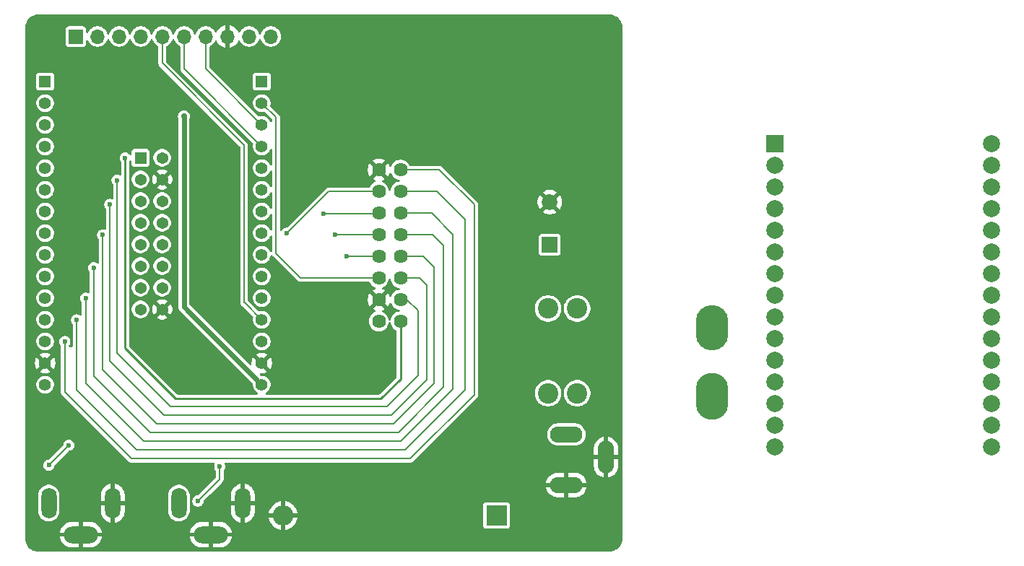
<source format=gbr>
%TF.GenerationSoftware,KiCad,Pcbnew,9.0.0*%
%TF.CreationDate,2025-04-14T04:50:01-04:00*%
%TF.ProjectId,W4MLB_Band_Display,57344d4c-425f-4426-916e-645f44697370,1.0*%
%TF.SameCoordinates,Original*%
%TF.FileFunction,Copper,L2,Bot*%
%TF.FilePolarity,Positive*%
%FSLAX46Y46*%
G04 Gerber Fmt 4.6, Leading zero omitted, Abs format (unit mm)*
G04 Created by KiCad (PCBNEW 9.0.0) date 2025-04-14 04:50:01*
%MOMM*%
%LPD*%
G01*
G04 APERTURE LIST*
%TA.AperFunction,ComponentPad*%
%ADD10O,1.800000X3.600000*%
%TD*%
%TA.AperFunction,ComponentPad*%
%ADD11O,4.000000X2.000000*%
%TD*%
%TA.AperFunction,ComponentPad*%
%ADD12C,2.400000*%
%TD*%
%TA.AperFunction,ComponentPad*%
%ADD13C,1.850000*%
%TD*%
%TA.AperFunction,ComponentPad*%
%ADD14R,1.850000X1.850000*%
%TD*%
%TA.AperFunction,ComponentPad*%
%ADD15C,1.390000*%
%TD*%
%TA.AperFunction,ComponentPad*%
%ADD16R,1.390000X1.390000*%
%TD*%
%TA.AperFunction,ComponentPad*%
%ADD17R,1.370000X1.370000*%
%TD*%
%TA.AperFunction,ComponentPad*%
%ADD18C,1.370000*%
%TD*%
%TA.AperFunction,ComponentPad*%
%ADD19R,1.700000X1.700000*%
%TD*%
%TA.AperFunction,ComponentPad*%
%ADD20O,1.700000X1.700000*%
%TD*%
%TA.AperFunction,ComponentPad*%
%ADD21R,2.400000X2.400000*%
%TD*%
%TA.AperFunction,ComponentPad*%
%ADD22O,2.400000X2.400000*%
%TD*%
%TA.AperFunction,ComponentPad*%
%ADD23O,3.800000X1.900000*%
%TD*%
%TA.AperFunction,ComponentPad*%
%ADD24O,1.900000X3.800000*%
%TD*%
%TA.AperFunction,ComponentPad*%
%ADD25C,1.620010*%
%TD*%
%TA.AperFunction,ComponentPad*%
%ADD26R,2.000000X2.000000*%
%TD*%
%TA.AperFunction,ComponentPad*%
%ADD27C,2.000000*%
%TD*%
%TA.AperFunction,ComponentPad*%
%ADD28O,3.800000X5.500000*%
%TD*%
%TA.AperFunction,ComponentPad*%
%ADD29O,3.800000X5.300000*%
%TD*%
%TA.AperFunction,ViaPad*%
%ADD30C,0.600000*%
%TD*%
%TA.AperFunction,ViaPad*%
%ADD31C,0.700000*%
%TD*%
%TA.AperFunction,Conductor*%
%ADD32C,0.200000*%
%TD*%
%TA.AperFunction,Conductor*%
%ADD33C,0.600000*%
%TD*%
%TA.AperFunction,Conductor*%
%ADD34C,0.254000*%
%TD*%
G04 APERTURE END LIST*
D10*
%TO.P,J8,3*%
%TO.N,GND*%
X145017500Y-121300000D03*
D11*
%TO.P,J8,1*%
X141267500Y-125000000D03*
D10*
%TO.P,J8,2*%
%TO.N,GPIO15*%
X137517500Y-121300000D03*
%TD*%
D12*
%TO.P,F1,1*%
%TO.N,/PWR IN*%
X180810000Y-108410000D03*
%TO.P,F1,2*%
%TO.N,+5V*%
X180810000Y-98490000D03*
%TO.P,F1,3*%
%TO.N,N/C*%
X184210000Y-108410000D03*
%TO.P,F1,4*%
X184210000Y-98490000D03*
%TD*%
D13*
%TO.P,J6,2,2*%
%TO.N,GND*%
X181000000Y-86000000D03*
D14*
%TO.P,J6,1,1*%
%TO.N,+5V*%
X181000000Y-91000000D03*
%TD*%
D15*
%TO.P,J2,04,04*%
%TO.N,GPIO3*%
X147230000Y-79480000D03*
%TO.P,J2,14,14*%
%TO.N,GND*%
X147230000Y-104880000D03*
D16*
%TO.P,J2,01,01*%
%TO.N,GPIO23*%
X147230000Y-71860000D03*
D15*
%TO.P,J2,02,02*%
%TO.N,GPIO22*%
X147230000Y-74400000D03*
%TO.P,J2,03,03*%
%TO.N,GPIO1*%
X147230000Y-76940000D03*
%TO.P,J2,05,05*%
%TO.N,GPIO21*%
X147230000Y-82020000D03*
%TO.P,J2,06,06*%
%TO.N,GPIO19*%
X147230000Y-84560000D03*
%TO.P,J2,07,07*%
%TO.N,GPIO18*%
X147230000Y-87100000D03*
%TO.P,J2,08,08*%
%TO.N,GPIO5*%
X147230000Y-89640000D03*
%TO.P,J2,09,09*%
%TO.N,GPIO17*%
X147230000Y-92180000D03*
%TO.P,J2,10,10*%
%TO.N,GPIO16*%
X147230000Y-94720000D03*
%TO.P,J2,11,11*%
%TO.N,GPIO4*%
X147230000Y-97260000D03*
%TO.P,J2,12,12*%
%TO.N,GPIO2*%
X147230000Y-99800000D03*
%TO.P,J2,13,13*%
%TO.N,GPIO15*%
X147230000Y-102340000D03*
%TO.P,J2,15,15*%
%TO.N,/+3.3VDC*%
X147230000Y-107420000D03*
%TD*%
D17*
%TO.P,J3,01,01*%
%TO.N,GPIO32*%
X133010000Y-80802500D03*
D18*
%TO.P,J3,02,02*%
%TO.N,GPIO23*%
X135550000Y-80802500D03*
%TO.P,J3,03,03*%
%TO.N,GPIO33*%
X133010000Y-83342500D03*
%TO.P,J3,05,05*%
%TO.N,GPIO25*%
X133010000Y-85882500D03*
%TO.P,J3,06,06*%
%TO.N,GPIO22*%
X135550000Y-85882500D03*
%TO.P,J3,07,07*%
%TO.N,GPIO26*%
X133010000Y-88422500D03*
%TO.P,J3,08,08*%
%TO.N,GPIO21*%
X135550000Y-88422500D03*
%TO.P,J3,09,09*%
%TO.N,GPIO27*%
X133010000Y-90962500D03*
%TO.P,J3,10,10*%
%TO.N,GPIO19*%
X135550000Y-90962500D03*
%TO.P,J3,11,11*%
%TO.N,GPIO14*%
X133010000Y-93502500D03*
%TO.P,J3,12,12*%
%TO.N,GPIO18*%
X135550000Y-93502500D03*
%TO.P,J3,13,13*%
%TO.N,GPIO12*%
X133010000Y-96042500D03*
%TO.P,J3,14,14*%
%TO.N,GPIO5*%
X135550000Y-96042500D03*
%TO.P,J3,15,15*%
%TO.N,GPIO13*%
X133010000Y-98582500D03*
%TO.P,J3,04,04*%
%TO.N,GND*%
X135550000Y-83342500D03*
%TO.P,J3,16,16*%
X135550000Y-98582500D03*
%TD*%
D19*
%TO.P,J9,1,Pin_1*%
%TO.N,GPIO36*%
X125430000Y-66582500D03*
D20*
%TO.P,J9,2,Pin_2*%
%TO.N,GPIO39*%
X127970000Y-66582500D03*
%TO.P,J9,3,Pin_3*%
%TO.N,GPIO34*%
X130510000Y-66582500D03*
%TO.P,J9,4,Pin_4*%
%TO.N,GPIO35*%
X133050000Y-66582500D03*
%TO.P,J9,5,Pin_5*%
%TO.N,GPIO2*%
X135590000Y-66582500D03*
%TO.P,J9,6,Pin_6*%
%TO.N,GPIO3*%
X138130000Y-66582500D03*
%TO.P,J9,7,Pin_7*%
%TO.N,GPIO1*%
X140670000Y-66582500D03*
%TO.P,J9,8,Pin_8*%
%TO.N,GND*%
X143210000Y-66582500D03*
%TO.P,J9,9,Pin_9*%
%TO.N,/+3.3VDC*%
X145750000Y-66582500D03*
%TO.P,J9,10,Pin_10*%
%TO.N,+5V*%
X148290000Y-66582500D03*
%TD*%
D15*
%TO.P,J1,14,14*%
%TO.N,GND*%
X121830000Y-104880000D03*
D16*
%TO.P,J1,01,01*%
%TO.N,unconnected-(J1-Pad01)*%
X121830000Y-71860000D03*
D15*
%TO.P,J1,02,02*%
%TO.N,GPIO36*%
X121830000Y-74400000D03*
%TO.P,J1,03,03*%
%TO.N,GPIO39*%
X121830000Y-76940000D03*
%TO.P,J1,04,04*%
%TO.N,GPIO34*%
X121830000Y-79480000D03*
%TO.P,J1,05,05*%
%TO.N,GPIO35*%
X121830000Y-82020000D03*
%TO.P,J1,06,06*%
%TO.N,GPIO32*%
X121830000Y-84560000D03*
%TO.P,J1,07,07*%
%TO.N,GPIO33*%
X121830000Y-87100000D03*
%TO.P,J1,08,08*%
%TO.N,GPIO25*%
X121830000Y-89640000D03*
%TO.P,J1,09,09*%
%TO.N,GPIO26*%
X121830000Y-92180000D03*
%TO.P,J1,10,10*%
%TO.N,GPIO27*%
X121830000Y-94720000D03*
%TO.P,J1,11,11*%
%TO.N,GPIO14*%
X121830000Y-97260000D03*
%TO.P,J1,12,12*%
%TO.N,GPIO12*%
X121830000Y-99800000D03*
%TO.P,J1,13,13*%
%TO.N,GPIO13*%
X121830000Y-102340000D03*
%TO.P,J1,15,15*%
%TO.N,+5V*%
X121830000Y-107420000D03*
%TD*%
D21*
%TO.P,C2,1*%
%TO.N,+5V*%
X174750000Y-122750000D03*
D22*
%TO.P,C2,2*%
%TO.N,GND*%
X149750000Y-122750000D03*
%TD*%
D10*
%TO.P,J7,3*%
%TO.N,GND*%
X129767500Y-121300000D03*
D11*
%TO.P,J7,1*%
X126017500Y-125000000D03*
D10*
%TO.P,J7,2*%
%TO.N,GPIO16*%
X122267500Y-121300000D03*
%TD*%
D23*
%TO.P,J5,2*%
%TO.N,GND*%
X182950000Y-119167500D03*
D24*
%TO.P,J5,3*%
X187600000Y-115917500D03*
D23*
%TO.P,J5,1*%
%TO.N,/PWR IN*%
X182950000Y-113237500D03*
%TD*%
D25*
%TO.P,J4,15,15*%
%TO.N,GPIO13*%
X163500000Y-82210000D03*
%TO.P,J4,13,13*%
%TO.N,GPIO12*%
X163500000Y-84750000D03*
%TO.P,J4,11,11*%
%TO.N,GPIO14*%
X163500000Y-87290000D03*
%TO.P,J4,10,10*%
%TO.N,GPIO19*%
X160960000Y-89830000D03*
%TO.P,J4,9,9*%
%TO.N,GPIO27*%
X163500000Y-89830000D03*
%TO.P,J4,8,8*%
%TO.N,GPIO21*%
X160960000Y-92370000D03*
%TO.P,J4,7,7*%
%TO.N,GPIO26*%
X163500000Y-92370000D03*
%TO.P,J4,6,6*%
%TO.N,GPIO22*%
X160960000Y-94910000D03*
%TO.P,J4,5,5*%
%TO.N,GPIO25*%
X163500000Y-94910000D03*
%TO.P,J4,3,3*%
%TO.N,GPIO33*%
X163500000Y-97450000D03*
%TO.P,J4,2,2*%
%TO.N,GPIO23*%
X160960000Y-99990000D03*
%TO.P,J4,1,1*%
%TO.N,GPIO32*%
X163500000Y-99990000D03*
%TO.P,J4,4,4*%
%TO.N,GND*%
X160960000Y-97450000D03*
%TO.P,J4,12,12*%
%TO.N,GPIO18*%
X160960000Y-87290000D03*
%TO.P,J4,14,14*%
%TO.N,GPIO5*%
X160960000Y-84750000D03*
%TO.P,J4,16,16*%
%TO.N,GND*%
X160960000Y-82210000D03*
%TD*%
D26*
%TO.P,U1,1,3V3*%
%TO.N,unconnected-(U1-3V3-Pad1)*%
X207350000Y-79190000D03*
D27*
%TO.P,U1,2,GND*%
%TO.N,unconnected-(U1-GND-Pad2)*%
X207350000Y-81730000D03*
%TO.P,U1,3,D15*%
%TO.N,unconnected-(U1-D15-Pad3)*%
X207350000Y-84270000D03*
%TO.P,U1,4,D2*%
%TO.N,unconnected-(U1-D2-Pad4)*%
X207350000Y-86810000D03*
%TO.P,U1,5,D4*%
%TO.N,unconnected-(U1-D4-Pad5)*%
X207350000Y-89350000D03*
%TO.P,U1,6,RX2*%
%TO.N,unconnected-(U1-RX2-Pad6)*%
X207350000Y-91890000D03*
%TO.P,U1,7,TX2*%
%TO.N,unconnected-(U1-TX2-Pad7)*%
X207350000Y-94430000D03*
%TO.P,U1,8,D5*%
%TO.N,unconnected-(U1-D5-Pad8)*%
X207350000Y-96970000D03*
%TO.P,U1,9,D18*%
%TO.N,unconnected-(U1-D18-Pad9)*%
X207350000Y-99510000D03*
%TO.P,U1,10,D19*%
%TO.N,unconnected-(U1-D19-Pad10)*%
X207350000Y-102050000D03*
%TO.P,U1,11,D21*%
%TO.N,unconnected-(U1-D21-Pad11)*%
X207350000Y-104590000D03*
%TO.P,U1,12,RX0*%
%TO.N,unconnected-(U1-RX0-Pad12)*%
X207350000Y-107130000D03*
%TO.P,U1,13,TX0*%
%TO.N,unconnected-(U1-TX0-Pad13)*%
X207350000Y-109670000D03*
%TO.P,U1,14,D22*%
%TO.N,unconnected-(U1-D22-Pad14)*%
X207350000Y-112210000D03*
%TO.P,U1,15,D23*%
%TO.N,unconnected-(U1-D23-Pad15)*%
X207350000Y-114750000D03*
%TO.P,U1,16,EN*%
%TO.N,unconnected-(U1-EN-Pad16)*%
X232750000Y-114750000D03*
%TO.P,U1,17,VP*%
%TO.N,unconnected-(U1-VP-Pad17)*%
X232750000Y-112210000D03*
%TO.P,U1,18,VN*%
%TO.N,unconnected-(U1-VN-Pad18)*%
X232750000Y-109670000D03*
%TO.P,U1,19,D34*%
%TO.N,unconnected-(U1-D34-Pad19)*%
X232750000Y-107130000D03*
%TO.P,U1,20,D35*%
%TO.N,unconnected-(U1-D35-Pad20)*%
X232750000Y-104590000D03*
%TO.P,U1,21,D32*%
%TO.N,unconnected-(U1-D32-Pad21)*%
X232750000Y-102050000D03*
%TO.P,U1,22,D33*%
%TO.N,unconnected-(U1-D33-Pad22)*%
X232750000Y-99510000D03*
%TO.P,U1,23,D25*%
%TO.N,unconnected-(U1-D25-Pad23)*%
X232750000Y-96970000D03*
%TO.P,U1,24,D26*%
%TO.N,unconnected-(U1-D26-Pad24)*%
X232750000Y-94430000D03*
%TO.P,U1,25,D27*%
%TO.N,unconnected-(U1-D27-Pad25)*%
X232750000Y-91890000D03*
%TO.P,U1,26,D14*%
%TO.N,unconnected-(U1-D14-Pad26)*%
X232750000Y-89350000D03*
%TO.P,U1,27,D12*%
%TO.N,unconnected-(U1-D12-Pad27)*%
X232750000Y-86810000D03*
%TO.P,U1,28,D13*%
%TO.N,unconnected-(U1-D13-Pad28)*%
X232750000Y-84270000D03*
%TO.P,U1,29,GND__1*%
%TO.N,unconnected-(U1-GND__1-Pad29)*%
X232750000Y-81730000D03*
%TO.P,U1,30,VIN*%
%TO.N,unconnected-(U1-VIN-Pad30)*%
X232750000Y-79190000D03*
%TD*%
D28*
%TO.P,F2,1*%
%TO.N,unconnected-(F2-Pad1)*%
X200000000Y-108750000D03*
D29*
%TO.P,F2,2*%
%TO.N,unconnected-(F2-Pad2)*%
X200000000Y-100750000D03*
%TD*%
D30*
%TO.N,GND*%
X183750000Y-79600000D03*
%TO.N,GPIO15*%
X142300000Y-117000000D03*
X139750000Y-121050000D03*
%TO.N,GPIO33*%
X130267322Y-83437322D03*
%TO.N,GPIO21*%
X157150000Y-92370000D03*
%TO.N,GPIO27*%
X127531250Y-93701250D03*
%TO.N,GPIO5*%
X150150000Y-89650000D03*
%TO.N,GPIO19*%
X155800000Y-89800000D03*
%TO.N,GPIO12*%
X125520000Y-99800000D03*
%TO.N,GPIO32*%
X131220000Y-80802500D03*
D31*
%TO.N,/+3.3VDC*%
X138111250Y-75940000D03*
D30*
%TO.N,GPIO14*%
X126590000Y-97260000D03*
%TO.N,GPIO13*%
X124140000Y-102340000D03*
%TO.N,GPIO18*%
X154460000Y-87350000D03*
%TO.N,GPIO16*%
X122267500Y-116850000D03*
%TO.N,GPIO25*%
X129411250Y-86271250D03*
%TO.N,GPIO26*%
X128576250Y-89856250D03*
%TO.N,GPIO16*%
X124607500Y-114510000D03*
%TD*%
D32*
%TO.N,GPIO15*%
X142300000Y-118500000D02*
X139750000Y-121050000D01*
X142300000Y-117000000D02*
X142300000Y-118500000D01*
%TO.N,GPIO13*%
X164650000Y-116100000D02*
X172150000Y-108600000D01*
X172150000Y-108600000D02*
X172150000Y-108590000D01*
X172150000Y-108590000D02*
X172150000Y-86300000D01*
X124140000Y-102340000D02*
X124140000Y-108290000D01*
X131950000Y-116100000D02*
X164650000Y-116100000D01*
X124140000Y-108290000D02*
X131950000Y-116100000D01*
X172150000Y-86300000D02*
X168060000Y-82210000D01*
X168060000Y-82210000D02*
X163500000Y-82210000D01*
%TO.N,GPIO12*%
X171050000Y-88000000D02*
X167800000Y-84750000D01*
X167800000Y-84750000D02*
X163500000Y-84750000D01*
X171050000Y-108050000D02*
X171050000Y-88000000D01*
X164050000Y-115050000D02*
X171050000Y-108050000D01*
X125520000Y-108020000D02*
X132550000Y-115050000D01*
X125520000Y-99800000D02*
X125520000Y-108020000D01*
X132550000Y-115050000D02*
X164050000Y-115050000D01*
%TO.N,GPIO14*%
X169650000Y-89800000D02*
X167140000Y-87290000D01*
X167140000Y-87290000D02*
X163500000Y-87290000D01*
X169650000Y-107950000D02*
X169650000Y-89800000D01*
X133400000Y-114050000D02*
X163550000Y-114050000D01*
X126590000Y-107240000D02*
X133400000Y-114050000D01*
X163550000Y-114050000D02*
X169650000Y-107950000D01*
X126590000Y-97260000D02*
X126590000Y-107240000D01*
%TO.N,GPIO27*%
X168550000Y-91100000D02*
X167280000Y-89830000D01*
X168550000Y-107700000D02*
X168550000Y-91100000D01*
X163250000Y-113000000D02*
X168550000Y-107700000D01*
X127531250Y-106381250D02*
X134150000Y-113000000D01*
X127531250Y-93701250D02*
X127531250Y-106381250D01*
X134150000Y-113000000D02*
X163250000Y-113000000D01*
X167280000Y-89830000D02*
X163500000Y-89830000D01*
%TO.N,GPIO26*%
X166170000Y-92370000D02*
X163500000Y-92370000D01*
X167450000Y-93650000D02*
X166170000Y-92370000D01*
X162700000Y-112000000D02*
X167450000Y-107250000D01*
X134950000Y-112000000D02*
X162700000Y-112000000D01*
X128576250Y-105626250D02*
X134950000Y-112000000D01*
X167450000Y-107250000D02*
X167450000Y-93650000D01*
X128576250Y-89856250D02*
X128576250Y-105626250D01*
%TO.N,GPIO25*%
X166600000Y-106800000D02*
X166600000Y-95750000D01*
X166600000Y-95750000D02*
X165750000Y-94900000D01*
X135750000Y-110950000D02*
X162450000Y-110950000D01*
X162450000Y-110950000D02*
X166600000Y-106800000D01*
X129411250Y-104611250D02*
X135750000Y-110950000D01*
X165750000Y-94900000D02*
X163510000Y-94900000D01*
X163510000Y-94900000D02*
X163500000Y-94910000D01*
X129411250Y-86271250D02*
X129411250Y-104611250D01*
%TO.N,GPIO33*%
X161950000Y-109950000D02*
X165550000Y-106350000D01*
X164250000Y-97450000D02*
X163500000Y-97450000D01*
X136500000Y-109950000D02*
X161950000Y-109950000D01*
X130267322Y-103717322D02*
X136500000Y-109950000D01*
X165550000Y-106350000D02*
X165550000Y-98750000D01*
X165550000Y-98750000D02*
X164250000Y-97450000D01*
X130267322Y-83437322D02*
X130267322Y-103717322D01*
D33*
%TO.N,/+3.3VDC*%
X138111250Y-98301250D02*
X147230000Y-107420000D01*
X138111250Y-75940000D02*
X138111250Y-98301250D01*
D34*
%TO.N,GPIO32*%
X131220000Y-80802500D02*
X131220000Y-103120000D01*
X161200000Y-109050000D02*
X163500000Y-106750000D01*
X163500000Y-106750000D02*
X163500000Y-99990000D01*
X137150000Y-109050000D02*
X161200000Y-109050000D01*
X131220000Y-103120000D02*
X137150000Y-109050000D01*
D32*
%TO.N,GPIO5*%
X155050000Y-84750000D02*
X160960000Y-84750000D01*
X150150000Y-89650000D02*
X155050000Y-84750000D01*
%TO.N,GPIO1*%
X140670000Y-70380000D02*
X140670000Y-66582500D01*
X147230000Y-76940000D02*
X140670000Y-70380000D01*
%TO.N,GPIO3*%
X138130000Y-70380000D02*
X138130000Y-66582500D01*
X147230000Y-79480000D02*
X138130000Y-70380000D01*
%TO.N,GPIO2*%
X145150000Y-97800000D02*
X145150000Y-79300000D01*
X145150000Y-79300000D02*
X135550000Y-69700000D01*
X135550000Y-69700000D02*
X135550000Y-66622500D01*
X145230000Y-97800000D02*
X145150000Y-97800000D01*
X147230000Y-99800000D02*
X145230000Y-97800000D01*
X135550000Y-66622500D02*
X135590000Y-66582500D01*
%TO.N,GPIO1*%
X146690000Y-76940000D02*
X147230000Y-76940000D01*
%TO.N,GPIO19*%
X155830000Y-89830000D02*
X155800000Y-89800000D01*
X160960000Y-89830000D02*
X155830000Y-89830000D01*
%TO.N,GPIO18*%
X154460000Y-87350000D02*
X160900000Y-87350000D01*
%TO.N,GPIO21*%
X160960000Y-92370000D02*
X157150000Y-92370000D01*
%TO.N,GPIO18*%
X160900000Y-87350000D02*
X160960000Y-87290000D01*
%TO.N,GPIO22*%
X148900000Y-76050000D02*
X148900000Y-92050000D01*
X151760000Y-94910000D02*
X160960000Y-94910000D01*
X148900000Y-92050000D02*
X151760000Y-94910000D01*
X148880000Y-76050000D02*
X148900000Y-76050000D01*
X147230000Y-74400000D02*
X148880000Y-76050000D01*
%TO.N,GPIO16*%
X122267500Y-116850000D02*
X124607500Y-114510000D01*
%TD*%
%TA.AperFunction,Conductor*%
%TO.N,GND*%
G36*
X162046636Y-98183083D02*
G01*
X162046637Y-98183083D01*
X162080413Y-98136598D01*
X162080415Y-98136594D01*
X162174028Y-97952868D01*
X162190725Y-97901480D01*
X162230161Y-97843804D01*
X162294520Y-97816605D01*
X162363366Y-97828519D01*
X162414843Y-97875763D01*
X162423211Y-97892331D01*
X162424508Y-97895463D01*
X162507449Y-98058240D01*
X162614810Y-98206013D01*
X162743986Y-98335189D01*
X162867037Y-98424589D01*
X162891763Y-98442553D01*
X163034648Y-98515357D01*
X163054523Y-98525484D01*
X163121750Y-98547327D01*
X163228248Y-98581930D01*
X163279499Y-98590047D01*
X163326721Y-98597527D01*
X163389856Y-98627456D01*
X163426787Y-98686768D01*
X163425789Y-98756631D01*
X163387179Y-98814863D01*
X163326721Y-98842473D01*
X163228246Y-98858070D01*
X163054523Y-98914515D01*
X162891759Y-98997449D01*
X162743986Y-99104810D01*
X162614810Y-99233986D01*
X162507449Y-99381759D01*
X162424515Y-99544523D01*
X162368070Y-99718246D01*
X162352473Y-99816721D01*
X162322544Y-99879856D01*
X162263232Y-99916787D01*
X162193369Y-99915789D01*
X162135137Y-99877179D01*
X162107527Y-99816721D01*
X162095109Y-99738321D01*
X162091930Y-99718248D01*
X162056843Y-99610261D01*
X162035484Y-99544523D01*
X162012875Y-99500151D01*
X161952553Y-99381763D01*
X161910140Y-99323386D01*
X161845189Y-99233986D01*
X161716013Y-99104810D01*
X161568240Y-98997449D01*
X161568239Y-98997448D01*
X161568237Y-98997447D01*
X161497898Y-98961607D01*
X161405463Y-98914508D01*
X161402331Y-98913211D01*
X161401325Y-98912400D01*
X161401138Y-98912305D01*
X161401158Y-98912265D01*
X161347932Y-98869364D01*
X161325875Y-98803067D01*
X161343163Y-98735370D01*
X161394306Y-98687765D01*
X161411480Y-98680725D01*
X161462868Y-98664028D01*
X161646594Y-98570415D01*
X161646598Y-98570413D01*
X161693083Y-98536637D01*
X161693083Y-98536636D01*
X161097570Y-97941123D01*
X161156851Y-97925240D01*
X161273144Y-97858098D01*
X161368098Y-97763144D01*
X161435240Y-97646851D01*
X161451123Y-97587570D01*
X162046636Y-98183083D01*
G37*
%TD.AperFunction*%
%TA.AperFunction,Conductor*%
G36*
X162266630Y-94984210D02*
G01*
X162324863Y-95022820D01*
X162352473Y-95083278D01*
X162368070Y-95181753D01*
X162424515Y-95355476D01*
X162507449Y-95518240D01*
X162614810Y-95666013D01*
X162743986Y-95795189D01*
X162882267Y-95895653D01*
X162891763Y-95902553D01*
X163054519Y-95985482D01*
X163054523Y-95985484D01*
X163141384Y-96013706D01*
X163228248Y-96041930D01*
X163279499Y-96050047D01*
X163326721Y-96057527D01*
X163389856Y-96087456D01*
X163426787Y-96146768D01*
X163425789Y-96216631D01*
X163387179Y-96274863D01*
X163326721Y-96302473D01*
X163228246Y-96318070D01*
X163054523Y-96374515D01*
X162891759Y-96457449D01*
X162743986Y-96564810D01*
X162614810Y-96693986D01*
X162507449Y-96841759D01*
X162424510Y-97004534D01*
X162423209Y-97007674D01*
X162422397Y-97008681D01*
X162422305Y-97008862D01*
X162422266Y-97008842D01*
X162379359Y-97062070D01*
X162313061Y-97084124D01*
X162245365Y-97066833D01*
X162197763Y-97015688D01*
X162190725Y-96998519D01*
X162174028Y-96947132D01*
X162080416Y-96763407D01*
X162046636Y-96716915D01*
X161451123Y-97312428D01*
X161435240Y-97253149D01*
X161368098Y-97136856D01*
X161273144Y-97041902D01*
X161156851Y-96974760D01*
X161097569Y-96958875D01*
X161693084Y-96363362D01*
X161693083Y-96363361D01*
X161646597Y-96329587D01*
X161646584Y-96329579D01*
X161462871Y-96235972D01*
X161411478Y-96219274D01*
X161353803Y-96179836D01*
X161326605Y-96115477D01*
X161338520Y-96046631D01*
X161385764Y-95995155D01*
X161402343Y-95986782D01*
X161405472Y-95985485D01*
X161405479Y-95985483D01*
X161568237Y-95902553D01*
X161651208Y-95842271D01*
X161716013Y-95795189D01*
X161716015Y-95795186D01*
X161716019Y-95795184D01*
X161845184Y-95666019D01*
X161845186Y-95666015D01*
X161845189Y-95666013D01*
X161892271Y-95601208D01*
X161952553Y-95518237D01*
X162035483Y-95355479D01*
X162091930Y-95181752D01*
X162107527Y-95083278D01*
X162137456Y-95020143D01*
X162196768Y-94983212D01*
X162266630Y-94984210D01*
G37*
%TD.AperFunction*%
%TA.AperFunction,Conductor*%
G36*
X162046636Y-82943083D02*
G01*
X162046637Y-82943083D01*
X162080413Y-82896598D01*
X162080415Y-82896594D01*
X162174028Y-82712868D01*
X162190725Y-82661480D01*
X162230161Y-82603804D01*
X162294520Y-82576605D01*
X162363366Y-82588519D01*
X162414843Y-82635763D01*
X162423211Y-82652331D01*
X162424508Y-82655463D01*
X162477804Y-82760060D01*
X162504178Y-82811822D01*
X162507449Y-82818240D01*
X162614810Y-82966013D01*
X162743986Y-83095189D01*
X162882267Y-83195653D01*
X162891763Y-83202553D01*
X163034648Y-83275357D01*
X163054523Y-83285484D01*
X163141384Y-83313706D01*
X163228248Y-83341930D01*
X163279499Y-83350047D01*
X163326721Y-83357527D01*
X163389856Y-83387456D01*
X163426787Y-83446768D01*
X163425789Y-83516631D01*
X163387179Y-83574863D01*
X163326721Y-83602473D01*
X163228246Y-83618070D01*
X163054523Y-83674515D01*
X162891759Y-83757449D01*
X162743986Y-83864810D01*
X162614810Y-83993986D01*
X162507449Y-84141759D01*
X162424515Y-84304523D01*
X162368070Y-84478246D01*
X162352473Y-84576721D01*
X162322544Y-84639856D01*
X162263232Y-84676787D01*
X162193369Y-84675789D01*
X162135137Y-84637179D01*
X162107527Y-84576721D01*
X162095109Y-84498321D01*
X162091930Y-84478248D01*
X162041719Y-84323713D01*
X162035484Y-84304523D01*
X162024309Y-84282591D01*
X161952553Y-84141763D01*
X161896613Y-84064767D01*
X161845189Y-83993986D01*
X161716013Y-83864810D01*
X161568240Y-83757449D01*
X161568239Y-83757448D01*
X161568237Y-83757447D01*
X161510060Y-83727804D01*
X161405463Y-83674508D01*
X161402331Y-83673211D01*
X161401325Y-83672400D01*
X161401138Y-83672305D01*
X161401158Y-83672265D01*
X161347932Y-83629364D01*
X161325875Y-83563067D01*
X161343163Y-83495370D01*
X161394306Y-83447765D01*
X161411480Y-83440725D01*
X161462868Y-83424028D01*
X161646594Y-83330415D01*
X161646598Y-83330413D01*
X161693083Y-83296637D01*
X161693083Y-83296636D01*
X161097570Y-82701123D01*
X161156851Y-82685240D01*
X161273144Y-82618098D01*
X161368098Y-82523144D01*
X161435240Y-82406851D01*
X161451123Y-82347570D01*
X162046636Y-82943083D01*
G37*
%TD.AperFunction*%
%TA.AperFunction,Conductor*%
G36*
X188004418Y-64000816D02*
G01*
X188204561Y-64015130D01*
X188222063Y-64017647D01*
X188413797Y-64059355D01*
X188430755Y-64064334D01*
X188614609Y-64132909D01*
X188630701Y-64140259D01*
X188802904Y-64234288D01*
X188817784Y-64243849D01*
X188974867Y-64361441D01*
X188988237Y-64373027D01*
X189126972Y-64511762D01*
X189138558Y-64525132D01*
X189256146Y-64682210D01*
X189265711Y-64697095D01*
X189359740Y-64869298D01*
X189367090Y-64885390D01*
X189435662Y-65069236D01*
X189440646Y-65086212D01*
X189482351Y-65277931D01*
X189484869Y-65295442D01*
X189499184Y-65495580D01*
X189499500Y-65504427D01*
X189499500Y-125495572D01*
X189499184Y-125504419D01*
X189484869Y-125704557D01*
X189482351Y-125722068D01*
X189440646Y-125913787D01*
X189435662Y-125930763D01*
X189367090Y-126114609D01*
X189359740Y-126130701D01*
X189265711Y-126302904D01*
X189256146Y-126317789D01*
X189138558Y-126474867D01*
X189126972Y-126488237D01*
X188988237Y-126626972D01*
X188974867Y-126638558D01*
X188817789Y-126756146D01*
X188802904Y-126765711D01*
X188630701Y-126859740D01*
X188614609Y-126867090D01*
X188430763Y-126935662D01*
X188413787Y-126940646D01*
X188222068Y-126982351D01*
X188204557Y-126984869D01*
X188023779Y-126997799D01*
X188004417Y-126999184D01*
X187995572Y-126999500D01*
X121004428Y-126999500D01*
X120995582Y-126999184D01*
X120973622Y-126997613D01*
X120795442Y-126984869D01*
X120777931Y-126982351D01*
X120586212Y-126940646D01*
X120569236Y-126935662D01*
X120385390Y-126867090D01*
X120369298Y-126859740D01*
X120197095Y-126765711D01*
X120182210Y-126756146D01*
X120025132Y-126638558D01*
X120011762Y-126626972D01*
X119873027Y-126488237D01*
X119861441Y-126474867D01*
X119852606Y-126463065D01*
X119743849Y-126317784D01*
X119734288Y-126302904D01*
X119640259Y-126130701D01*
X119632909Y-126114609D01*
X119564334Y-125930755D01*
X119559355Y-125913797D01*
X119517647Y-125722063D01*
X119515130Y-125704556D01*
X119505921Y-125575802D01*
X119500816Y-125504418D01*
X119500500Y-125495572D01*
X119500500Y-124750000D01*
X123538398Y-124750000D01*
X124817499Y-124750000D01*
X124792479Y-124810402D01*
X124767500Y-124935981D01*
X124767500Y-125064019D01*
X124792479Y-125189598D01*
X124817499Y-125250000D01*
X123538398Y-125250000D01*
X123554434Y-125351247D01*
X123627397Y-125575802D01*
X123734585Y-125786171D01*
X123873366Y-125977186D01*
X124040313Y-126144133D01*
X124231328Y-126282914D01*
X124441697Y-126390102D01*
X124666252Y-126463065D01*
X124666251Y-126463065D01*
X124899448Y-126500000D01*
X125767500Y-126500000D01*
X125767500Y-125650000D01*
X126267500Y-125650000D01*
X126267500Y-126500000D01*
X127135552Y-126500000D01*
X127368747Y-126463065D01*
X127593302Y-126390102D01*
X127803671Y-126282914D01*
X127994686Y-126144133D01*
X128161633Y-125977186D01*
X128300414Y-125786171D01*
X128407602Y-125575802D01*
X128480565Y-125351247D01*
X128496602Y-125250000D01*
X127217501Y-125250000D01*
X127242521Y-125189598D01*
X127267500Y-125064019D01*
X127267500Y-124935981D01*
X127242521Y-124810402D01*
X127217501Y-124750000D01*
X128496602Y-124750000D01*
X138788398Y-124750000D01*
X140067499Y-124750000D01*
X140042479Y-124810402D01*
X140017500Y-124935981D01*
X140017500Y-125064019D01*
X140042479Y-125189598D01*
X140067499Y-125250000D01*
X138788398Y-125250000D01*
X138804434Y-125351247D01*
X138877397Y-125575802D01*
X138984585Y-125786171D01*
X139123366Y-125977186D01*
X139290313Y-126144133D01*
X139481328Y-126282914D01*
X139691697Y-126390102D01*
X139916252Y-126463065D01*
X139916251Y-126463065D01*
X140149448Y-126500000D01*
X141017500Y-126500000D01*
X141017500Y-125650000D01*
X141517500Y-125650000D01*
X141517500Y-126500000D01*
X142385552Y-126500000D01*
X142618747Y-126463065D01*
X142843302Y-126390102D01*
X143053671Y-126282914D01*
X143244686Y-126144133D01*
X143411633Y-125977186D01*
X143550414Y-125786171D01*
X143657602Y-125575802D01*
X143730565Y-125351247D01*
X143746602Y-125250000D01*
X142467501Y-125250000D01*
X142492521Y-125189598D01*
X142517500Y-125064019D01*
X142517500Y-124935981D01*
X142492521Y-124810402D01*
X142467501Y-124750000D01*
X143746602Y-124750000D01*
X143730565Y-124648752D01*
X143657602Y-124424197D01*
X143550414Y-124213828D01*
X143411633Y-124022813D01*
X143244686Y-123855866D01*
X143053671Y-123717085D01*
X142843302Y-123609897D01*
X142618747Y-123536934D01*
X142618748Y-123536934D01*
X142385552Y-123500000D01*
X141517500Y-123500000D01*
X141517500Y-124350000D01*
X141017500Y-124350000D01*
X141017500Y-123500000D01*
X140149448Y-123500000D01*
X139916252Y-123536934D01*
X139691697Y-123609897D01*
X139481328Y-123717085D01*
X139290313Y-123855866D01*
X139123366Y-124022813D01*
X138984585Y-124213828D01*
X138877397Y-124424197D01*
X138804434Y-124648752D01*
X138788398Y-124750000D01*
X128496602Y-124750000D01*
X128480565Y-124648752D01*
X128407602Y-124424197D01*
X128300414Y-124213828D01*
X128161633Y-124022813D01*
X127994686Y-123855866D01*
X127803671Y-123717085D01*
X127593302Y-123609897D01*
X127368747Y-123536934D01*
X127368748Y-123536934D01*
X127135552Y-123500000D01*
X126267500Y-123500000D01*
X126267500Y-124350000D01*
X125767500Y-124350000D01*
X125767500Y-123500000D01*
X124899448Y-123500000D01*
X124666252Y-123536934D01*
X124441697Y-123609897D01*
X124231328Y-123717085D01*
X124040313Y-123855866D01*
X123873366Y-124022813D01*
X123734585Y-124213828D01*
X123627397Y-124424197D01*
X123554434Y-124648752D01*
X123538398Y-124750000D01*
X119500500Y-124750000D01*
X119500500Y-120301577D01*
X121017000Y-120301577D01*
X121017000Y-122298422D01*
X121047790Y-122492826D01*
X121108617Y-122680029D01*
X121184517Y-122828991D01*
X121197976Y-122855405D01*
X121313672Y-123014646D01*
X121452854Y-123153828D01*
X121612095Y-123269524D01*
X121667237Y-123297620D01*
X121787470Y-123358882D01*
X121787472Y-123358882D01*
X121787475Y-123358884D01*
X121887817Y-123391487D01*
X121974673Y-123419709D01*
X122169078Y-123450500D01*
X122169083Y-123450500D01*
X122365922Y-123450500D01*
X122560326Y-123419709D01*
X122747525Y-123358884D01*
X122922905Y-123269524D01*
X123082146Y-123153828D01*
X123221328Y-123014646D01*
X123337024Y-122855405D01*
X123426384Y-122680025D01*
X123487209Y-122492826D01*
X123493976Y-122450099D01*
X123518000Y-122298422D01*
X123518000Y-120301578D01*
X123516137Y-120289818D01*
X128367500Y-120289818D01*
X128367500Y-121050000D01*
X129267500Y-121050000D01*
X129267500Y-121550000D01*
X128367500Y-121550000D01*
X128367500Y-122310181D01*
X128401973Y-122527835D01*
X128470067Y-122737410D01*
X128570113Y-122933760D01*
X128699642Y-123112041D01*
X128855458Y-123267857D01*
X129033739Y-123397386D01*
X129230089Y-123497432D01*
X129439663Y-123565526D01*
X129517499Y-123577854D01*
X129517500Y-123577854D01*
X129517500Y-122483012D01*
X129574507Y-122515925D01*
X129701674Y-122550000D01*
X129833326Y-122550000D01*
X129960493Y-122515925D01*
X130017500Y-122483012D01*
X130017500Y-123577854D01*
X130095334Y-123565526D01*
X130095337Y-123565526D01*
X130304910Y-123497432D01*
X130501260Y-123397386D01*
X130679541Y-123267857D01*
X130835357Y-123112041D01*
X130964886Y-122933760D01*
X131064932Y-122737410D01*
X131133026Y-122527835D01*
X131167500Y-122310181D01*
X131167500Y-121550000D01*
X130267500Y-121550000D01*
X130267500Y-121050000D01*
X131167500Y-121050000D01*
X131167500Y-120301577D01*
X136267000Y-120301577D01*
X136267000Y-122298422D01*
X136297790Y-122492826D01*
X136358617Y-122680029D01*
X136434517Y-122828991D01*
X136447976Y-122855405D01*
X136563672Y-123014646D01*
X136702854Y-123153828D01*
X136862095Y-123269524D01*
X136917237Y-123297620D01*
X137037470Y-123358882D01*
X137037472Y-123358882D01*
X137037475Y-123358884D01*
X137137817Y-123391487D01*
X137224673Y-123419709D01*
X137419078Y-123450500D01*
X137419083Y-123450500D01*
X137615922Y-123450500D01*
X137810326Y-123419709D01*
X137997525Y-123358884D01*
X138172905Y-123269524D01*
X138332146Y-123153828D01*
X138471328Y-123014646D01*
X138587024Y-122855405D01*
X138676384Y-122680025D01*
X138737209Y-122492826D01*
X138743976Y-122450099D01*
X138768000Y-122298422D01*
X138768000Y-120301577D01*
X138737209Y-120107173D01*
X138676382Y-119919970D01*
X138587023Y-119744594D01*
X138572136Y-119724104D01*
X138471328Y-119585354D01*
X138332146Y-119446172D01*
X138172905Y-119330476D01*
X137997529Y-119241117D01*
X137810326Y-119180290D01*
X137615922Y-119149500D01*
X137615917Y-119149500D01*
X137419083Y-119149500D01*
X137419078Y-119149500D01*
X137224673Y-119180290D01*
X137037470Y-119241117D01*
X136862094Y-119330476D01*
X136771241Y-119396485D01*
X136702854Y-119446172D01*
X136702852Y-119446174D01*
X136702851Y-119446174D01*
X136563674Y-119585351D01*
X136563674Y-119585352D01*
X136563672Y-119585354D01*
X136513985Y-119653741D01*
X136447976Y-119744594D01*
X136358617Y-119919970D01*
X136297790Y-120107173D01*
X136267000Y-120301577D01*
X131167500Y-120301577D01*
X131167500Y-120289818D01*
X131133026Y-120072164D01*
X131064932Y-119862589D01*
X130964886Y-119666239D01*
X130835357Y-119487958D01*
X130679541Y-119332142D01*
X130501260Y-119202613D01*
X130304910Y-119102567D01*
X130095336Y-119034473D01*
X130017500Y-119022144D01*
X130017500Y-120116988D01*
X129960493Y-120084075D01*
X129833326Y-120050000D01*
X129701674Y-120050000D01*
X129574507Y-120084075D01*
X129517500Y-120116988D01*
X129517500Y-119022144D01*
X129439664Y-119034473D01*
X129439661Y-119034473D01*
X129230089Y-119102567D01*
X129033739Y-119202613D01*
X128855458Y-119332142D01*
X128699642Y-119487958D01*
X128570113Y-119666239D01*
X128470067Y-119862589D01*
X128401973Y-120072164D01*
X128367500Y-120289818D01*
X123516137Y-120289818D01*
X123487209Y-120107173D01*
X123426382Y-119919970D01*
X123337023Y-119744594D01*
X123322136Y-119724104D01*
X123221328Y-119585354D01*
X123082146Y-119446172D01*
X122922905Y-119330476D01*
X122747529Y-119241117D01*
X122560326Y-119180290D01*
X122365922Y-119149500D01*
X122365917Y-119149500D01*
X122169083Y-119149500D01*
X122169078Y-119149500D01*
X121974673Y-119180290D01*
X121787470Y-119241117D01*
X121612094Y-119330476D01*
X121521241Y-119396485D01*
X121452854Y-119446172D01*
X121452852Y-119446174D01*
X121452851Y-119446174D01*
X121313674Y-119585351D01*
X121313674Y-119585352D01*
X121313672Y-119585354D01*
X121263985Y-119653741D01*
X121197976Y-119744594D01*
X121108617Y-119919970D01*
X121047790Y-120107173D01*
X121017000Y-120301577D01*
X119500500Y-120301577D01*
X119500500Y-116914071D01*
X121616999Y-116914071D01*
X121641997Y-117039738D01*
X121641999Y-117039744D01*
X121691033Y-117158124D01*
X121691038Y-117158133D01*
X121762223Y-117264668D01*
X121762226Y-117264672D01*
X121852827Y-117355273D01*
X121852831Y-117355276D01*
X121959366Y-117426461D01*
X121959372Y-117426464D01*
X121959373Y-117426465D01*
X122077756Y-117475501D01*
X122077760Y-117475501D01*
X122077761Y-117475502D01*
X122203428Y-117500500D01*
X122203431Y-117500500D01*
X122331571Y-117500500D01*
X122416115Y-117483682D01*
X122457244Y-117475501D01*
X122575627Y-117426465D01*
X122682169Y-117355276D01*
X122772776Y-117264669D01*
X122843965Y-117158127D01*
X122893001Y-117039744D01*
X122904564Y-116981616D01*
X122918000Y-116914071D01*
X122918000Y-116887965D01*
X122937685Y-116820926D01*
X122954319Y-116800284D01*
X124557785Y-115196819D01*
X124619108Y-115163334D01*
X124645466Y-115160500D01*
X124671571Y-115160500D01*
X124756115Y-115143682D01*
X124797244Y-115135501D01*
X124915627Y-115086465D01*
X125022169Y-115015276D01*
X125112776Y-114924669D01*
X125183965Y-114818127D01*
X125233001Y-114699744D01*
X125247705Y-114625825D01*
X125258000Y-114574071D01*
X125258000Y-114445928D01*
X125233002Y-114320261D01*
X125233001Y-114320260D01*
X125233001Y-114320256D01*
X125195074Y-114228692D01*
X125183966Y-114201875D01*
X125183961Y-114201866D01*
X125112776Y-114095331D01*
X125112773Y-114095327D01*
X125022172Y-114004726D01*
X125022168Y-114004723D01*
X124915633Y-113933538D01*
X124915624Y-113933533D01*
X124797244Y-113884499D01*
X124797238Y-113884497D01*
X124671571Y-113859500D01*
X124671569Y-113859500D01*
X124543431Y-113859500D01*
X124543429Y-113859500D01*
X124417761Y-113884497D01*
X124417755Y-113884499D01*
X124299375Y-113933533D01*
X124299366Y-113933538D01*
X124192831Y-114004723D01*
X124192827Y-114004726D01*
X124102226Y-114095327D01*
X124102223Y-114095331D01*
X124031038Y-114201866D01*
X124031033Y-114201875D01*
X123981999Y-114320255D01*
X123981997Y-114320261D01*
X123957000Y-114445928D01*
X123957000Y-114472034D01*
X123937315Y-114539073D01*
X123920681Y-114559715D01*
X122317216Y-116163181D01*
X122255893Y-116196666D01*
X122229535Y-116199500D01*
X122203429Y-116199500D01*
X122077761Y-116224497D01*
X122077755Y-116224499D01*
X121959375Y-116273533D01*
X121959366Y-116273538D01*
X121852831Y-116344723D01*
X121852827Y-116344726D01*
X121762226Y-116435327D01*
X121762223Y-116435331D01*
X121691038Y-116541866D01*
X121691033Y-116541875D01*
X121641999Y-116660255D01*
X121641997Y-116660261D01*
X121617000Y-116785928D01*
X121617000Y-116785931D01*
X121617000Y-116914069D01*
X121617000Y-116914071D01*
X121616999Y-116914071D01*
X119500500Y-116914071D01*
X119500500Y-107317022D01*
X120784500Y-107317022D01*
X120784500Y-107522977D01*
X120824676Y-107724953D01*
X120824678Y-107724961D01*
X120903490Y-107915232D01*
X121017903Y-108086463D01*
X121017909Y-108086471D01*
X121163528Y-108232090D01*
X121163536Y-108232096D01*
X121334767Y-108346509D01*
X121341527Y-108349309D01*
X121525039Y-108425322D01*
X121647671Y-108449715D01*
X121727022Y-108465499D01*
X121727025Y-108465500D01*
X121727027Y-108465500D01*
X121932975Y-108465500D01*
X121932976Y-108465499D01*
X122134961Y-108425322D01*
X122325230Y-108346510D01*
X122325230Y-108346509D01*
X122325232Y-108346509D01*
X122412837Y-108287973D01*
X122496468Y-108232093D01*
X122642093Y-108086468D01*
X122756510Y-107915230D01*
X122835322Y-107724961D01*
X122875500Y-107522973D01*
X122875500Y-107317027D01*
X122875500Y-107317024D01*
X122875499Y-107317022D01*
X122853113Y-107204480D01*
X122835322Y-107115039D01*
X122756510Y-106924770D01*
X122756509Y-106924767D01*
X122642096Y-106753536D01*
X122642090Y-106753528D01*
X122496471Y-106607909D01*
X122496463Y-106607903D01*
X122325232Y-106493490D01*
X122134961Y-106414678D01*
X122134953Y-106414676D01*
X121932976Y-106374500D01*
X121932973Y-106374500D01*
X121727027Y-106374500D01*
X121727024Y-106374500D01*
X121525046Y-106414676D01*
X121525038Y-106414678D01*
X121334767Y-106493490D01*
X121163536Y-106607903D01*
X121163528Y-106607909D01*
X121017909Y-106753528D01*
X121017903Y-106753536D01*
X120903490Y-106924767D01*
X120824678Y-107115038D01*
X120824676Y-107115046D01*
X120784500Y-107317022D01*
X119500500Y-107317022D01*
X119500500Y-104785951D01*
X120635000Y-104785951D01*
X120635000Y-104974048D01*
X120664425Y-105159831D01*
X120664425Y-105159834D01*
X120722548Y-105338718D01*
X120807942Y-105506312D01*
X120825696Y-105530749D01*
X121330707Y-105025738D01*
X121345437Y-105080712D01*
X121413896Y-105199287D01*
X121510713Y-105296104D01*
X121629288Y-105364563D01*
X121684259Y-105379292D01*
X121179248Y-105884302D01*
X121179249Y-105884303D01*
X121203680Y-105902053D01*
X121371281Y-105987451D01*
X121550166Y-106045574D01*
X121735952Y-106075000D01*
X121924048Y-106075000D01*
X122109831Y-106045574D01*
X122109834Y-106045574D01*
X122288718Y-105987451D01*
X122456316Y-105902055D01*
X122480749Y-105884303D01*
X122480749Y-105884302D01*
X121975740Y-105379292D01*
X122030712Y-105364563D01*
X122149287Y-105296104D01*
X122246104Y-105199287D01*
X122314563Y-105080712D01*
X122329292Y-105025739D01*
X122834302Y-105530749D01*
X122834303Y-105530749D01*
X122852055Y-105506316D01*
X122937451Y-105338718D01*
X122995574Y-105159834D01*
X122995574Y-105159831D01*
X123025000Y-104974048D01*
X123025000Y-104785951D01*
X122995574Y-104600168D01*
X122995574Y-104600165D01*
X122937451Y-104421281D01*
X122852053Y-104253680D01*
X122834303Y-104229249D01*
X122834302Y-104229248D01*
X122329292Y-104734259D01*
X122314563Y-104679288D01*
X122246104Y-104560713D01*
X122149287Y-104463896D01*
X122030712Y-104395437D01*
X121975739Y-104380707D01*
X122480749Y-103875696D01*
X122456312Y-103857942D01*
X122288718Y-103772548D01*
X122109833Y-103714425D01*
X121924048Y-103685000D01*
X121735952Y-103685000D01*
X121550168Y-103714425D01*
X121550165Y-103714425D01*
X121371281Y-103772548D01*
X121203681Y-103857945D01*
X121179249Y-103875696D01*
X121179248Y-103875696D01*
X121684260Y-104380707D01*
X121629288Y-104395437D01*
X121510713Y-104463896D01*
X121413896Y-104560713D01*
X121345437Y-104679288D01*
X121330707Y-104734260D01*
X120825696Y-104229248D01*
X120825696Y-104229249D01*
X120807945Y-104253681D01*
X120722548Y-104421281D01*
X120664425Y-104600165D01*
X120664425Y-104600168D01*
X120635000Y-104785951D01*
X119500500Y-104785951D01*
X119500500Y-102237022D01*
X120784500Y-102237022D01*
X120784500Y-102442977D01*
X120824676Y-102644953D01*
X120824678Y-102644961D01*
X120903490Y-102835232D01*
X121017903Y-103006463D01*
X121017909Y-103006471D01*
X121163528Y-103152090D01*
X121163536Y-103152096D01*
X121334767Y-103266509D01*
X121390496Y-103289592D01*
X121525039Y-103345322D01*
X121727022Y-103385499D01*
X121727025Y-103385500D01*
X121727027Y-103385500D01*
X121932975Y-103385500D01*
X121932976Y-103385499D01*
X122134961Y-103345322D01*
X122325230Y-103266510D01*
X122325230Y-103266509D01*
X122325232Y-103266509D01*
X122410275Y-103209684D01*
X122496468Y-103152093D01*
X122642093Y-103006468D01*
X122715097Y-102897209D01*
X122756509Y-102835232D01*
X122782235Y-102773124D01*
X122835322Y-102644961D01*
X122875500Y-102442973D01*
X122875500Y-102404071D01*
X123489499Y-102404071D01*
X123514497Y-102529738D01*
X123514499Y-102529744D01*
X123563533Y-102648124D01*
X123563538Y-102648133D01*
X123634723Y-102754668D01*
X123634725Y-102754671D01*
X123653179Y-102773124D01*
X123686666Y-102834446D01*
X123689500Y-102860807D01*
X123689500Y-108349309D01*
X123709868Y-108425322D01*
X123709867Y-108425322D01*
X123709868Y-108425324D01*
X123720199Y-108463884D01*
X123721132Y-108465500D01*
X123779511Y-108566614D01*
X131673386Y-116460489D01*
X131776113Y-116519799D01*
X131800321Y-116526284D01*
X131800324Y-116526286D01*
X131800325Y-116526286D01*
X131830447Y-116534357D01*
X131890691Y-116550500D01*
X141596514Y-116550500D01*
X141663553Y-116570185D01*
X141709308Y-116622989D01*
X141719252Y-116692147D01*
X141711075Y-116721952D01*
X141674500Y-116810251D01*
X141674497Y-116810261D01*
X141649500Y-116935928D01*
X141649500Y-116935931D01*
X141649500Y-117064069D01*
X141649500Y-117064071D01*
X141649499Y-117064071D01*
X141674497Y-117189738D01*
X141674499Y-117189744D01*
X141723533Y-117308124D01*
X141723538Y-117308133D01*
X141794723Y-117414668D01*
X141794725Y-117414671D01*
X141813179Y-117433124D01*
X141846666Y-117494446D01*
X141849500Y-117520807D01*
X141849500Y-118262034D01*
X141829815Y-118329073D01*
X141813181Y-118349715D01*
X139799716Y-120363181D01*
X139738393Y-120396666D01*
X139712035Y-120399500D01*
X139685929Y-120399500D01*
X139560261Y-120424497D01*
X139560255Y-120424499D01*
X139441875Y-120473533D01*
X139441866Y-120473538D01*
X139335331Y-120544723D01*
X139335327Y-120544726D01*
X139244726Y-120635327D01*
X139244723Y-120635331D01*
X139173538Y-120741866D01*
X139173533Y-120741875D01*
X139124499Y-120860255D01*
X139124497Y-120860261D01*
X139099500Y-120985928D01*
X139099500Y-120985931D01*
X139099500Y-121114069D01*
X139099500Y-121114071D01*
X139099499Y-121114071D01*
X139124497Y-121239738D01*
X139124499Y-121239744D01*
X139173533Y-121358124D01*
X139173538Y-121358133D01*
X139244723Y-121464668D01*
X139244726Y-121464672D01*
X139335327Y-121555273D01*
X139335331Y-121555276D01*
X139441866Y-121626461D01*
X139441875Y-121626466D01*
X139468692Y-121637574D01*
X139560256Y-121675501D01*
X139560260Y-121675501D01*
X139560261Y-121675502D01*
X139685928Y-121700500D01*
X139685931Y-121700500D01*
X139814071Y-121700500D01*
X139898615Y-121683682D01*
X139939744Y-121675501D01*
X140058127Y-121626465D01*
X140164669Y-121555276D01*
X140255276Y-121464669D01*
X140278611Y-121429746D01*
X140278614Y-121429743D01*
X140326458Y-121358138D01*
X140326461Y-121358133D01*
X140326465Y-121358127D01*
X140375501Y-121239744D01*
X140400500Y-121114069D01*
X140400500Y-121087965D01*
X140420185Y-121020926D01*
X140436819Y-121000284D01*
X141147285Y-120289818D01*
X143617500Y-120289818D01*
X143617500Y-121050000D01*
X144517500Y-121050000D01*
X144517500Y-121550000D01*
X143617500Y-121550000D01*
X143617500Y-122310181D01*
X143651973Y-122527835D01*
X143720067Y-122737410D01*
X143820113Y-122933760D01*
X143949642Y-123112041D01*
X144105458Y-123267857D01*
X144283739Y-123397386D01*
X144480089Y-123497432D01*
X144689663Y-123565526D01*
X144767499Y-123577854D01*
X144767500Y-123577854D01*
X144767500Y-122483012D01*
X144824507Y-122515925D01*
X144951674Y-122550000D01*
X145083326Y-122550000D01*
X145210493Y-122515925D01*
X145267500Y-122483012D01*
X145267500Y-123577854D01*
X145345334Y-123565526D01*
X145345337Y-123565526D01*
X145554910Y-123497432D01*
X145751260Y-123397386D01*
X145929541Y-123267857D01*
X146085357Y-123112041D01*
X146214886Y-122933760D01*
X146229955Y-122904187D01*
X146314932Y-122737410D01*
X146383026Y-122527835D01*
X146384249Y-122520119D01*
X146384249Y-122520118D01*
X146387436Y-122499999D01*
X148068244Y-122499999D01*
X148068245Y-122500000D01*
X149201518Y-122500000D01*
X149190889Y-122518409D01*
X149150000Y-122671009D01*
X149150000Y-122828991D01*
X149190889Y-122981591D01*
X149201518Y-123000000D01*
X148068244Y-123000000D01*
X148079087Y-123082367D01*
X148136764Y-123297620D01*
X148222045Y-123503502D01*
X148222054Y-123503520D01*
X148333464Y-123696491D01*
X148333466Y-123696495D01*
X148469130Y-123873293D01*
X148469138Y-123873302D01*
X148626698Y-124030862D01*
X148626706Y-124030869D01*
X148803504Y-124166533D01*
X148803508Y-124166535D01*
X148996479Y-124277945D01*
X148996497Y-124277954D01*
X149202379Y-124363235D01*
X149417632Y-124420912D01*
X149499999Y-124431755D01*
X149500000Y-124431755D01*
X149500000Y-123298482D01*
X149518409Y-123309111D01*
X149671009Y-123350000D01*
X149828991Y-123350000D01*
X149981591Y-123309111D01*
X150000000Y-123298482D01*
X150000000Y-124431755D01*
X150082367Y-124420912D01*
X150297620Y-124363235D01*
X150503502Y-124277954D01*
X150503520Y-124277945D01*
X150696491Y-124166535D01*
X150696495Y-124166533D01*
X150873293Y-124030869D01*
X150873302Y-124030862D01*
X151030862Y-123873302D01*
X151030869Y-123873293D01*
X151166533Y-123696495D01*
X151166535Y-123696491D01*
X151277945Y-123503520D01*
X151277954Y-123503502D01*
X151363235Y-123297620D01*
X151420912Y-123082367D01*
X151431756Y-123000000D01*
X150298482Y-123000000D01*
X150309111Y-122981591D01*
X150350000Y-122828991D01*
X150350000Y-122671009D01*
X150309111Y-122518409D01*
X150298482Y-122500000D01*
X151431755Y-122500000D01*
X151431755Y-122499999D01*
X151420912Y-122417632D01*
X151363235Y-122202379D01*
X151277954Y-121996497D01*
X151277945Y-121996479D01*
X151166535Y-121803508D01*
X151166533Y-121803504D01*
X151030869Y-121626706D01*
X151030862Y-121626698D01*
X150920903Y-121516739D01*
X173199500Y-121516739D01*
X173199500Y-123983260D01*
X173209426Y-124051391D01*
X173260803Y-124156485D01*
X173343514Y-124239196D01*
X173343515Y-124239196D01*
X173343517Y-124239198D01*
X173448607Y-124290573D01*
X173482673Y-124295536D01*
X173516739Y-124300500D01*
X173516740Y-124300500D01*
X175983261Y-124300500D01*
X176005971Y-124297191D01*
X176051393Y-124290573D01*
X176156483Y-124239198D01*
X176239198Y-124156483D01*
X176290573Y-124051393D01*
X176300500Y-123983260D01*
X176300500Y-121516740D01*
X176290573Y-121448607D01*
X176239198Y-121343517D01*
X176239196Y-121343515D01*
X176239196Y-121343514D01*
X176156485Y-121260803D01*
X176051391Y-121209426D01*
X175983261Y-121199500D01*
X175983260Y-121199500D01*
X173516740Y-121199500D01*
X173516739Y-121199500D01*
X173448608Y-121209426D01*
X173343514Y-121260803D01*
X173260803Y-121343514D01*
X173209426Y-121448608D01*
X173199500Y-121516739D01*
X150920903Y-121516739D01*
X150873302Y-121469138D01*
X150873293Y-121469130D01*
X150696495Y-121333466D01*
X150696491Y-121333464D01*
X150503520Y-121222054D01*
X150503502Y-121222045D01*
X150297618Y-121136763D01*
X150082363Y-121079087D01*
X150000000Y-121068242D01*
X150000000Y-122201517D01*
X149981591Y-122190889D01*
X149828991Y-122150000D01*
X149671009Y-122150000D01*
X149518409Y-122190889D01*
X149500000Y-122201517D01*
X149500000Y-121068242D01*
X149499999Y-121068242D01*
X149417636Y-121079087D01*
X149202381Y-121136763D01*
X148996497Y-121222045D01*
X148996479Y-121222054D01*
X148803508Y-121333464D01*
X148803504Y-121333466D01*
X148626706Y-121469130D01*
X148469130Y-121626706D01*
X148333466Y-121803504D01*
X148333464Y-121803508D01*
X148222054Y-121996479D01*
X148222045Y-121996497D01*
X148136764Y-122202379D01*
X148079087Y-122417632D01*
X148068244Y-122499999D01*
X146387436Y-122499999D01*
X146417500Y-122310181D01*
X146417500Y-121550000D01*
X145517500Y-121550000D01*
X145517500Y-121050000D01*
X146417500Y-121050000D01*
X146417500Y-120289818D01*
X146383026Y-120072164D01*
X146314932Y-119862589D01*
X146214886Y-119666239D01*
X146085357Y-119487958D01*
X145929541Y-119332142D01*
X145751260Y-119202613D01*
X145554910Y-119102567D01*
X145462353Y-119072494D01*
X145345336Y-119034473D01*
X145267500Y-119022144D01*
X145267500Y-120116988D01*
X145210493Y-120084075D01*
X145083326Y-120050000D01*
X144951674Y-120050000D01*
X144824507Y-120084075D01*
X144767500Y-120116988D01*
X144767500Y-119022144D01*
X144689664Y-119034473D01*
X144689661Y-119034473D01*
X144480089Y-119102567D01*
X144283739Y-119202613D01*
X144105458Y-119332142D01*
X143949642Y-119487958D01*
X143820113Y-119666239D01*
X143720067Y-119862589D01*
X143651973Y-120072164D01*
X143617500Y-120289818D01*
X141147285Y-120289818D01*
X141517133Y-119919970D01*
X142519604Y-118917500D01*
X180571522Y-118917500D01*
X181517599Y-118917500D01*
X181500924Y-118934175D01*
X181450896Y-119020825D01*
X181425000Y-119117472D01*
X181425000Y-119217528D01*
X181450896Y-119314175D01*
X181500924Y-119400825D01*
X181517599Y-119417500D01*
X180571522Y-119417500D01*
X180585704Y-119507044D01*
X180656230Y-119724104D01*
X180759849Y-119927466D01*
X180894004Y-120112114D01*
X181055385Y-120273495D01*
X181240033Y-120407650D01*
X181443395Y-120511269D01*
X181660455Y-120581795D01*
X181885884Y-120617500D01*
X182700000Y-120617500D01*
X182700000Y-119547500D01*
X183200000Y-119547500D01*
X183200000Y-120617500D01*
X184014116Y-120617500D01*
X184239544Y-120581795D01*
X184456604Y-120511269D01*
X184659966Y-120407650D01*
X184844614Y-120273495D01*
X185005995Y-120112114D01*
X185140150Y-119927466D01*
X185243769Y-119724104D01*
X185314295Y-119507044D01*
X185328478Y-119417500D01*
X184382401Y-119417500D01*
X184399076Y-119400825D01*
X184449104Y-119314175D01*
X184475000Y-119217528D01*
X184475000Y-119117472D01*
X184449104Y-119020825D01*
X184399076Y-118934175D01*
X184382401Y-118917500D01*
X185328478Y-118917500D01*
X185314295Y-118827955D01*
X185243769Y-118610895D01*
X185140150Y-118407533D01*
X185005995Y-118222885D01*
X184844614Y-118061504D01*
X184659966Y-117927349D01*
X184456604Y-117823730D01*
X184239544Y-117753204D01*
X184014116Y-117717500D01*
X183200000Y-117717500D01*
X183200000Y-118787500D01*
X182700000Y-118787500D01*
X182700000Y-117717500D01*
X181885884Y-117717500D01*
X181660455Y-117753204D01*
X181443395Y-117823730D01*
X181240033Y-117927349D01*
X181055385Y-118061504D01*
X180894004Y-118222885D01*
X180759849Y-118407533D01*
X180656230Y-118610895D01*
X180585704Y-118827955D01*
X180571522Y-118917500D01*
X142519604Y-118917500D01*
X142660490Y-118776614D01*
X142719799Y-118673886D01*
X142750500Y-118559309D01*
X142750500Y-117520807D01*
X142770185Y-117453768D01*
X142786821Y-117433124D01*
X142805274Y-117414671D01*
X142805276Y-117414669D01*
X142876465Y-117308127D01*
X142925501Y-117189744D01*
X142950500Y-117064069D01*
X142950500Y-116935931D01*
X142950500Y-116935928D01*
X142925502Y-116810261D01*
X142925501Y-116810260D01*
X142925501Y-116810256D01*
X142925499Y-116810251D01*
X142888925Y-116721952D01*
X142881456Y-116652483D01*
X142912731Y-116590004D01*
X142972821Y-116554352D01*
X143003486Y-116550500D01*
X164709308Y-116550500D01*
X164709309Y-116550500D01*
X164799673Y-116526286D01*
X164823887Y-116519799D01*
X164926614Y-116460489D01*
X166533720Y-114853383D01*
X186150000Y-114853383D01*
X186150000Y-115667500D01*
X187220000Y-115667500D01*
X187220000Y-116167500D01*
X186150000Y-116167500D01*
X186150000Y-116981616D01*
X186185704Y-117207044D01*
X186256230Y-117424104D01*
X186359849Y-117627466D01*
X186494004Y-117812114D01*
X186655385Y-117973495D01*
X186840033Y-118107650D01*
X187043395Y-118211269D01*
X187260455Y-118281795D01*
X187350000Y-118295978D01*
X187350000Y-117349901D01*
X187366675Y-117366576D01*
X187453325Y-117416604D01*
X187549972Y-117442500D01*
X187650028Y-117442500D01*
X187746675Y-117416604D01*
X187833325Y-117366576D01*
X187850000Y-117349901D01*
X187850000Y-118295977D01*
X187939544Y-118281795D01*
X188156604Y-118211269D01*
X188359966Y-118107650D01*
X188544614Y-117973495D01*
X188705995Y-117812114D01*
X188840150Y-117627466D01*
X188943769Y-117424104D01*
X189014295Y-117207044D01*
X189050000Y-116981616D01*
X189050000Y-116167500D01*
X187980000Y-116167500D01*
X187980000Y-115667500D01*
X189050000Y-115667500D01*
X189050000Y-114853383D01*
X189014295Y-114627955D01*
X188943769Y-114410895D01*
X188840150Y-114207533D01*
X188705995Y-114022885D01*
X188544614Y-113861504D01*
X188359966Y-113727349D01*
X188156602Y-113623729D01*
X187939541Y-113553203D01*
X187850000Y-113539021D01*
X187850000Y-114485099D01*
X187833325Y-114468424D01*
X187746675Y-114418396D01*
X187650028Y-114392500D01*
X187549972Y-114392500D01*
X187453325Y-114418396D01*
X187366675Y-114468424D01*
X187350000Y-114485099D01*
X187350000Y-113539021D01*
X187349999Y-113539021D01*
X187260458Y-113553203D01*
X187043397Y-113623729D01*
X186840033Y-113727349D01*
X186655385Y-113861504D01*
X186494004Y-114022885D01*
X186359849Y-114207533D01*
X186256230Y-114410895D01*
X186185704Y-114627955D01*
X186150000Y-114853383D01*
X166533720Y-114853383D01*
X168251955Y-113135148D01*
X180699500Y-113135148D01*
X180699500Y-113339851D01*
X180731522Y-113542034D01*
X180794781Y-113736723D01*
X180887715Y-113919113D01*
X181008028Y-114084713D01*
X181152786Y-114229471D01*
X181307749Y-114342056D01*
X181318390Y-114349787D01*
X181402219Y-114392500D01*
X181500776Y-114442718D01*
X181500778Y-114442718D01*
X181500781Y-114442720D01*
X181579890Y-114468424D01*
X181695465Y-114505977D01*
X181796557Y-114521988D01*
X181897648Y-114538000D01*
X181897649Y-114538000D01*
X184002351Y-114538000D01*
X184002352Y-114538000D01*
X184204534Y-114505977D01*
X184399219Y-114442720D01*
X184581610Y-114349787D01*
X184674590Y-114282232D01*
X184747213Y-114229471D01*
X184747215Y-114229468D01*
X184747219Y-114229466D01*
X184891966Y-114084719D01*
X184891968Y-114084715D01*
X184891971Y-114084713D01*
X184950086Y-114004723D01*
X185012287Y-113919110D01*
X185105220Y-113736719D01*
X185168477Y-113542034D01*
X185200500Y-113339852D01*
X185200500Y-113135148D01*
X185168477Y-112932966D01*
X185105220Y-112738281D01*
X185105218Y-112738278D01*
X185105218Y-112738276D01*
X185071503Y-112672107D01*
X185012287Y-112555890D01*
X184989675Y-112524767D01*
X184891971Y-112390286D01*
X184747213Y-112245528D01*
X184581613Y-112125215D01*
X184581612Y-112125214D01*
X184581610Y-112125213D01*
X184524653Y-112096191D01*
X184399223Y-112032281D01*
X184204534Y-111969022D01*
X184029995Y-111941378D01*
X184002352Y-111937000D01*
X181897648Y-111937000D01*
X181873329Y-111940851D01*
X181695465Y-111969022D01*
X181500776Y-112032281D01*
X181318386Y-112125215D01*
X181152786Y-112245528D01*
X181008028Y-112390286D01*
X180887715Y-112555886D01*
X180794781Y-112738276D01*
X180731522Y-112932965D01*
X180699500Y-113135148D01*
X168251955Y-113135148D01*
X172510490Y-108876614D01*
X172569799Y-108773887D01*
X172586971Y-108709799D01*
X172600500Y-108659309D01*
X172600500Y-108530691D01*
X172600500Y-108287973D01*
X179259500Y-108287973D01*
X179259500Y-108532027D01*
X179297679Y-108773076D01*
X179331318Y-108876607D01*
X179373097Y-109005187D01*
X179483896Y-109222642D01*
X179627339Y-109420076D01*
X179627343Y-109420081D01*
X179799918Y-109592656D01*
X179799923Y-109592660D01*
X179972136Y-109717779D01*
X179997361Y-109736106D01*
X180214815Y-109846904D01*
X180446924Y-109922321D01*
X180687973Y-109960500D01*
X180687974Y-109960500D01*
X180932026Y-109960500D01*
X180932027Y-109960500D01*
X181173076Y-109922321D01*
X181405185Y-109846904D01*
X181622639Y-109736106D01*
X181820083Y-109592655D01*
X181992655Y-109420083D01*
X182136106Y-109222639D01*
X182246904Y-109005185D01*
X182322321Y-108773076D01*
X182360500Y-108532027D01*
X182360500Y-108287973D01*
X182659500Y-108287973D01*
X182659500Y-108532027D01*
X182697679Y-108773076D01*
X182731318Y-108876607D01*
X182773097Y-109005187D01*
X182883896Y-109222642D01*
X183027339Y-109420076D01*
X183027343Y-109420081D01*
X183199918Y-109592656D01*
X183199923Y-109592660D01*
X183372136Y-109717779D01*
X183397361Y-109736106D01*
X183614815Y-109846904D01*
X183846924Y-109922321D01*
X184087973Y-109960500D01*
X184087974Y-109960500D01*
X184332026Y-109960500D01*
X184332027Y-109960500D01*
X184573076Y-109922321D01*
X184805185Y-109846904D01*
X185022639Y-109736106D01*
X185220083Y-109592655D01*
X185392655Y-109420083D01*
X185536106Y-109222639D01*
X185646904Y-109005185D01*
X185722321Y-108773076D01*
X185760500Y-108532027D01*
X185760500Y-108287973D01*
X185722321Y-108046924D01*
X185646904Y-107814815D01*
X185536106Y-107597361D01*
X185487724Y-107530768D01*
X185392660Y-107399923D01*
X185392656Y-107399918D01*
X185220081Y-107227343D01*
X185220076Y-107227339D01*
X185022642Y-107083896D01*
X185022641Y-107083895D01*
X185022639Y-107083894D01*
X184805185Y-106973096D01*
X184573076Y-106897679D01*
X184573074Y-106897678D01*
X184573072Y-106897678D01*
X184404769Y-106871021D01*
X184332027Y-106859500D01*
X184087973Y-106859500D01*
X184032093Y-106868350D01*
X183846927Y-106897678D01*
X183614812Y-106973097D01*
X183397357Y-107083896D01*
X183199923Y-107227339D01*
X183199918Y-107227343D01*
X183027343Y-107399918D01*
X183027339Y-107399923D01*
X182883896Y-107597357D01*
X182773097Y-107814812D01*
X182697678Y-108046927D01*
X182674806Y-108191337D01*
X182659500Y-108287973D01*
X182360500Y-108287973D01*
X182322321Y-108046924D01*
X182246904Y-107814815D01*
X182136106Y-107597361D01*
X182087724Y-107530768D01*
X181992660Y-107399923D01*
X181992656Y-107399918D01*
X181820081Y-107227343D01*
X181820076Y-107227339D01*
X181622642Y-107083896D01*
X181622641Y-107083895D01*
X181622639Y-107083894D01*
X181405185Y-106973096D01*
X181173076Y-106897679D01*
X181173074Y-106897678D01*
X181173072Y-106897678D01*
X181004769Y-106871021D01*
X180932027Y-106859500D01*
X180687973Y-106859500D01*
X180632093Y-106868350D01*
X180446927Y-106897678D01*
X180214812Y-106973097D01*
X179997357Y-107083896D01*
X179799923Y-107227339D01*
X179799918Y-107227343D01*
X179627343Y-107399918D01*
X179627339Y-107399923D01*
X179483896Y-107597357D01*
X179373097Y-107814812D01*
X179297678Y-108046927D01*
X179274806Y-108191337D01*
X179259500Y-108287973D01*
X172600500Y-108287973D01*
X172600500Y-98367973D01*
X179259500Y-98367973D01*
X179259500Y-98612027D01*
X179261944Y-98627456D01*
X179295999Y-98842473D01*
X179297679Y-98853076D01*
X179373096Y-99085185D01*
X179481585Y-99298108D01*
X179483896Y-99302642D01*
X179627339Y-99500076D01*
X179627343Y-99500081D01*
X179799918Y-99672656D01*
X179799923Y-99672660D01*
X179930460Y-99767500D01*
X179997361Y-99816106D01*
X180214815Y-99926904D01*
X180446924Y-100002321D01*
X180687973Y-100040500D01*
X180687974Y-100040500D01*
X180932026Y-100040500D01*
X180932027Y-100040500D01*
X181173076Y-100002321D01*
X181405185Y-99926904D01*
X181622639Y-99816106D01*
X181820083Y-99672655D01*
X181992655Y-99500083D01*
X182136106Y-99302639D01*
X182246904Y-99085185D01*
X182322321Y-98853076D01*
X182360500Y-98612027D01*
X182360500Y-98367973D01*
X182659500Y-98367973D01*
X182659500Y-98612027D01*
X182661944Y-98627456D01*
X182695999Y-98842473D01*
X182697679Y-98853076D01*
X182773096Y-99085185D01*
X182881585Y-99298108D01*
X182883896Y-99302642D01*
X183027339Y-99500076D01*
X183027343Y-99500081D01*
X183199918Y-99672656D01*
X183199923Y-99672660D01*
X183330460Y-99767500D01*
X183397361Y-99816106D01*
X183614815Y-99926904D01*
X183846924Y-100002321D01*
X184087973Y-100040500D01*
X184087974Y-100040500D01*
X184332026Y-100040500D01*
X184332027Y-100040500D01*
X184573076Y-100002321D01*
X184805185Y-99926904D01*
X185022639Y-99816106D01*
X185220083Y-99672655D01*
X185392655Y-99500083D01*
X185536106Y-99302639D01*
X185646904Y-99085185D01*
X185722321Y-98853076D01*
X185760500Y-98612027D01*
X185760500Y-98367973D01*
X185722321Y-98126924D01*
X185646904Y-97894815D01*
X185536106Y-97677361D01*
X185470306Y-97586795D01*
X185392660Y-97479923D01*
X185392656Y-97479918D01*
X185220081Y-97307343D01*
X185220076Y-97307339D01*
X185022642Y-97163896D01*
X185022641Y-97163895D01*
X185022639Y-97163894D01*
X184805185Y-97053096D01*
X184573076Y-96977679D01*
X184573074Y-96977678D01*
X184573072Y-96977678D01*
X184404769Y-96951021D01*
X184332027Y-96939500D01*
X184087973Y-96939500D01*
X184039787Y-96947132D01*
X183846927Y-96977678D01*
X183846924Y-96977679D01*
X183649267Y-97041902D01*
X183614812Y-97053097D01*
X183397357Y-97163896D01*
X183199923Y-97307339D01*
X183199918Y-97307343D01*
X183027343Y-97479918D01*
X183027339Y-97479923D01*
X182883896Y-97677357D01*
X182773097Y-97894812D01*
X182697678Y-98126927D01*
X182659920Y-98365319D01*
X182659500Y-98367973D01*
X182360500Y-98367973D01*
X182322321Y-98126924D01*
X182246904Y-97894815D01*
X182136106Y-97677361D01*
X182070306Y-97586795D01*
X181992660Y-97479923D01*
X181992656Y-97479918D01*
X181820081Y-97307343D01*
X181820076Y-97307339D01*
X181622642Y-97163896D01*
X181622641Y-97163895D01*
X181622639Y-97163894D01*
X181405185Y-97053096D01*
X181173076Y-96977679D01*
X181173074Y-96977678D01*
X181173072Y-96977678D01*
X181004769Y-96951021D01*
X180932027Y-96939500D01*
X180687973Y-96939500D01*
X180639787Y-96947132D01*
X180446927Y-96977678D01*
X180446924Y-96977679D01*
X180249267Y-97041902D01*
X180214812Y-97053097D01*
X179997357Y-97163896D01*
X179799923Y-97307339D01*
X179799918Y-97307343D01*
X179627343Y-97479918D01*
X179627339Y-97479923D01*
X179483896Y-97677357D01*
X179373097Y-97894812D01*
X179297678Y-98126927D01*
X179259920Y-98365319D01*
X179259500Y-98367973D01*
X172600500Y-98367973D01*
X172600500Y-90041739D01*
X179724500Y-90041739D01*
X179724500Y-91958260D01*
X179734426Y-92026391D01*
X179785803Y-92131485D01*
X179868514Y-92214196D01*
X179868515Y-92214196D01*
X179868517Y-92214198D01*
X179973607Y-92265573D01*
X180007673Y-92270536D01*
X180041739Y-92275500D01*
X180041740Y-92275500D01*
X181958261Y-92275500D01*
X181980971Y-92272191D01*
X182026393Y-92265573D01*
X182131483Y-92214198D01*
X182214198Y-92131483D01*
X182265573Y-92026393D01*
X182275500Y-91958260D01*
X182275500Y-90041740D01*
X182265573Y-89973607D01*
X182214198Y-89868517D01*
X182214196Y-89868515D01*
X182214196Y-89868514D01*
X182131485Y-89785803D01*
X182026391Y-89734426D01*
X181958261Y-89724500D01*
X181958260Y-89724500D01*
X180041740Y-89724500D01*
X180041739Y-89724500D01*
X179973608Y-89734426D01*
X179868514Y-89785803D01*
X179785803Y-89868514D01*
X179734426Y-89973608D01*
X179724500Y-90041739D01*
X172600500Y-90041739D01*
X172600500Y-86240691D01*
X172569799Y-86126114D01*
X172542057Y-86078064D01*
X172510489Y-86023386D01*
X172374953Y-85887850D01*
X179575000Y-85887850D01*
X179575000Y-86112149D01*
X179610089Y-86333689D01*
X179679399Y-86547007D01*
X179679400Y-86547010D01*
X179781233Y-86746866D01*
X179831032Y-86815410D01*
X179831034Y-86815411D01*
X180322421Y-86324024D01*
X180335359Y-86355258D01*
X180417437Y-86478097D01*
X180521903Y-86582563D01*
X180644742Y-86664641D01*
X180675974Y-86677578D01*
X180184587Y-87168964D01*
X180253136Y-87218768D01*
X180452989Y-87320599D01*
X180452992Y-87320600D01*
X180666310Y-87389910D01*
X180887851Y-87425000D01*
X181112149Y-87425000D01*
X181333689Y-87389910D01*
X181547007Y-87320600D01*
X181547010Y-87320599D01*
X181746862Y-87218769D01*
X181815410Y-87168964D01*
X181815411Y-87168964D01*
X181324024Y-86677578D01*
X181355258Y-86664641D01*
X181478097Y-86582563D01*
X181582563Y-86478097D01*
X181664641Y-86355258D01*
X181677578Y-86324024D01*
X182168964Y-86815411D01*
X182168964Y-86815410D01*
X182218769Y-86746862D01*
X182320599Y-86547010D01*
X182320600Y-86547007D01*
X182389910Y-86333689D01*
X182425000Y-86112149D01*
X182425000Y-85887850D01*
X182389910Y-85666310D01*
X182320600Y-85452992D01*
X182320599Y-85452989D01*
X182218768Y-85253136D01*
X182168964Y-85184588D01*
X182168964Y-85184587D01*
X181677577Y-85675974D01*
X181664641Y-85644742D01*
X181582563Y-85521903D01*
X181478097Y-85417437D01*
X181355258Y-85335359D01*
X181324024Y-85322421D01*
X181815411Y-84831034D01*
X181815410Y-84831032D01*
X181746866Y-84781233D01*
X181547010Y-84679400D01*
X181547007Y-84679399D01*
X181333689Y-84610089D01*
X181112149Y-84575000D01*
X180887851Y-84575000D01*
X180666310Y-84610089D01*
X180452992Y-84679399D01*
X180452989Y-84679400D01*
X180253140Y-84781229D01*
X180184588Y-84831034D01*
X180675975Y-85322421D01*
X180644742Y-85335359D01*
X180521903Y-85417437D01*
X180417437Y-85521903D01*
X180335359Y-85644742D01*
X180322421Y-85675975D01*
X179831034Y-85184588D01*
X179781229Y-85253140D01*
X179679400Y-85452989D01*
X179679399Y-85452992D01*
X179610089Y-85666310D01*
X179575000Y-85887850D01*
X172374953Y-85887850D01*
X168336614Y-81849511D01*
X168247754Y-81798207D01*
X168233888Y-81790201D01*
X168221780Y-81786957D01*
X168209673Y-81783713D01*
X168209670Y-81783712D01*
X168154248Y-81768862D01*
X168119309Y-81759500D01*
X168119308Y-81759500D01*
X164648912Y-81759500D01*
X164581873Y-81739815D01*
X164538427Y-81691795D01*
X164530256Y-81675759D01*
X164492553Y-81601763D01*
X164485653Y-81592267D01*
X164385189Y-81453986D01*
X164256013Y-81324810D01*
X164108240Y-81217449D01*
X164108239Y-81217448D01*
X164108237Y-81217447D01*
X163996872Y-81160703D01*
X163945476Y-81134515D01*
X163771753Y-81078070D01*
X163591339Y-81049495D01*
X163591334Y-81049495D01*
X163408666Y-81049495D01*
X163408661Y-81049495D01*
X163228246Y-81078070D01*
X163054523Y-81134515D01*
X162891759Y-81217449D01*
X162743986Y-81324810D01*
X162614810Y-81453986D01*
X162507449Y-81601759D01*
X162424510Y-81764534D01*
X162423209Y-81767674D01*
X162422397Y-81768681D01*
X162422305Y-81768862D01*
X162422266Y-81768842D01*
X162379359Y-81822070D01*
X162313061Y-81844124D01*
X162245365Y-81826833D01*
X162197763Y-81775688D01*
X162190725Y-81758519D01*
X162174028Y-81707132D01*
X162080416Y-81523407D01*
X162046636Y-81476915D01*
X161451123Y-82072428D01*
X161435240Y-82013149D01*
X161368098Y-81896856D01*
X161273144Y-81801902D01*
X161156851Y-81734760D01*
X161097569Y-81718875D01*
X161693084Y-81123362D01*
X161693083Y-81123361D01*
X161646597Y-81089587D01*
X161646584Y-81089579D01*
X161462871Y-80995973D01*
X161266754Y-80932250D01*
X161063105Y-80899995D01*
X160856895Y-80899995D01*
X160653245Y-80932250D01*
X160457128Y-80995973D01*
X160273403Y-81089585D01*
X160226915Y-81123361D01*
X160226914Y-81123362D01*
X160822428Y-81718876D01*
X160763149Y-81734760D01*
X160646856Y-81801902D01*
X160551902Y-81896856D01*
X160484760Y-82013149D01*
X160468876Y-82072428D01*
X159873362Y-81476914D01*
X159873361Y-81476915D01*
X159839585Y-81523403D01*
X159745973Y-81707128D01*
X159682250Y-81903245D01*
X159649995Y-82106894D01*
X159649995Y-82313105D01*
X159682250Y-82516754D01*
X159745973Y-82712871D01*
X159839579Y-82896584D01*
X159839587Y-82896597D01*
X159873361Y-82943083D01*
X159873362Y-82943084D01*
X160468876Y-82347570D01*
X160484760Y-82406851D01*
X160551902Y-82523144D01*
X160646856Y-82618098D01*
X160763149Y-82685240D01*
X160822428Y-82701123D01*
X160226915Y-83296636D01*
X160273407Y-83330416D01*
X160457132Y-83424028D01*
X160508519Y-83440725D01*
X160566195Y-83480162D01*
X160593394Y-83544520D01*
X160581480Y-83613367D01*
X160534236Y-83664843D01*
X160517674Y-83673209D01*
X160514534Y-83674510D01*
X160351759Y-83757449D01*
X160203986Y-83864810D01*
X160074810Y-83993986D01*
X159967449Y-84141759D01*
X159921573Y-84231795D01*
X159873598Y-84282591D01*
X159811088Y-84299500D01*
X154990691Y-84299500D01*
X154876114Y-84330201D01*
X154876112Y-84330201D01*
X154876112Y-84330202D01*
X154854978Y-84342402D01*
X154854979Y-84342403D01*
X154773389Y-84389508D01*
X154773384Y-84389512D01*
X150199716Y-88963181D01*
X150138393Y-88996666D01*
X150112035Y-88999500D01*
X150085929Y-88999500D01*
X149960261Y-89024497D01*
X149960255Y-89024499D01*
X149841875Y-89073533D01*
X149841866Y-89073538D01*
X149735331Y-89144723D01*
X149735327Y-89144726D01*
X149644726Y-89235327D01*
X149644723Y-89235331D01*
X149577602Y-89335785D01*
X149523990Y-89380590D01*
X149454665Y-89389297D01*
X149391637Y-89359142D01*
X149354918Y-89299699D01*
X149350500Y-89266894D01*
X149350500Y-75990693D01*
X149350500Y-75990691D01*
X149319799Y-75876114D01*
X149260489Y-75773387D01*
X149176613Y-75689511D01*
X149161651Y-75680873D01*
X149143428Y-75670351D01*
X149117749Y-75650646D01*
X148271693Y-74804590D01*
X148238208Y-74743267D01*
X148237757Y-74692717D01*
X148275500Y-74502975D01*
X148275500Y-74297024D01*
X148275499Y-74297022D01*
X148235323Y-74095046D01*
X148235322Y-74095039D01*
X148156510Y-73904770D01*
X148156509Y-73904767D01*
X148042096Y-73733536D01*
X148042090Y-73733528D01*
X147896471Y-73587909D01*
X147896463Y-73587903D01*
X147725232Y-73473490D01*
X147534961Y-73394678D01*
X147534953Y-73394676D01*
X147332976Y-73354500D01*
X147332973Y-73354500D01*
X147127027Y-73354500D01*
X147127024Y-73354500D01*
X146925046Y-73394676D01*
X146925038Y-73394678D01*
X146734767Y-73473490D01*
X146563536Y-73587903D01*
X146563528Y-73587909D01*
X146417909Y-73733528D01*
X146417903Y-73733536D01*
X146303490Y-73904767D01*
X146224678Y-74095038D01*
X146224676Y-74095046D01*
X146184500Y-74297022D01*
X146184500Y-74502977D01*
X146224676Y-74704953D01*
X146224678Y-74704961D01*
X146303490Y-74895232D01*
X146417903Y-75066463D01*
X146417909Y-75066471D01*
X146563528Y-75212090D01*
X146563536Y-75212096D01*
X146734767Y-75326509D01*
X146790496Y-75349592D01*
X146925039Y-75405322D01*
X147107888Y-75441693D01*
X147127022Y-75445499D01*
X147127025Y-75445500D01*
X147127027Y-75445500D01*
X147332975Y-75445500D01*
X147418149Y-75428557D01*
X147522718Y-75407757D01*
X147592309Y-75413984D01*
X147634590Y-75441693D01*
X148413181Y-76220284D01*
X148446666Y-76281607D01*
X148449500Y-76307965D01*
X148449500Y-76528720D01*
X148429815Y-76595759D01*
X148377011Y-76641514D01*
X148307853Y-76651458D01*
X148244297Y-76622433D01*
X148210939Y-76576173D01*
X148156509Y-76444767D01*
X148042096Y-76273536D01*
X148042090Y-76273528D01*
X147896471Y-76127909D01*
X147896463Y-76127903D01*
X147725232Y-76013490D01*
X147534961Y-75934678D01*
X147534953Y-75934676D01*
X147332976Y-75894500D01*
X147332973Y-75894500D01*
X147127027Y-75894500D01*
X147127022Y-75894500D01*
X146937281Y-75932242D01*
X146867690Y-75926015D01*
X146825409Y-75898306D01*
X142058842Y-71131739D01*
X146184500Y-71131739D01*
X146184500Y-72588260D01*
X146194426Y-72656391D01*
X146245803Y-72761485D01*
X146328514Y-72844196D01*
X146328515Y-72844196D01*
X146328517Y-72844198D01*
X146433607Y-72895573D01*
X146467673Y-72900536D01*
X146501739Y-72905500D01*
X146501740Y-72905500D01*
X147958261Y-72905500D01*
X147980971Y-72902191D01*
X148026393Y-72895573D01*
X148131483Y-72844198D01*
X148214198Y-72761483D01*
X148265573Y-72656393D01*
X148275500Y-72588260D01*
X148275500Y-71131740D01*
X148265573Y-71063607D01*
X148214198Y-70958517D01*
X148214196Y-70958515D01*
X148214196Y-70958514D01*
X148131485Y-70875803D01*
X148026391Y-70824426D01*
X147958261Y-70814500D01*
X147958260Y-70814500D01*
X146501740Y-70814500D01*
X146501739Y-70814500D01*
X146433608Y-70824426D01*
X146328514Y-70875803D01*
X146245803Y-70958514D01*
X146194426Y-71063608D01*
X146184500Y-71131739D01*
X142058842Y-71131739D01*
X141156819Y-70229716D01*
X141123334Y-70168393D01*
X141120500Y-70142035D01*
X141120500Y-67776299D01*
X141140185Y-67709260D01*
X141188205Y-67665814D01*
X141299199Y-67609260D01*
X141452073Y-67498190D01*
X141585690Y-67364573D01*
X141696760Y-67211699D01*
X141745621Y-67115802D01*
X141793595Y-67065007D01*
X141861416Y-67048212D01*
X141927551Y-67070749D01*
X141966591Y-67115803D01*
X142055379Y-67290057D01*
X142180272Y-67461959D01*
X142180276Y-67461964D01*
X142330535Y-67612223D01*
X142330540Y-67612227D01*
X142502442Y-67737120D01*
X142691782Y-67833595D01*
X142893871Y-67899257D01*
X142960000Y-67909731D01*
X142960000Y-67015512D01*
X143017007Y-67048425D01*
X143144174Y-67082500D01*
X143275826Y-67082500D01*
X143402993Y-67048425D01*
X143460000Y-67015512D01*
X143460000Y-67909730D01*
X143526126Y-67899257D01*
X143526129Y-67899257D01*
X143728217Y-67833595D01*
X143917557Y-67737120D01*
X144089459Y-67612227D01*
X144089464Y-67612223D01*
X144239723Y-67461964D01*
X144239727Y-67461959D01*
X144364620Y-67290057D01*
X144453408Y-67115803D01*
X144501382Y-67065007D01*
X144569203Y-67048212D01*
X144635338Y-67070749D01*
X144674377Y-67115803D01*
X144723236Y-67211694D01*
X144723240Y-67211699D01*
X144834310Y-67364573D01*
X144967927Y-67498190D01*
X145120801Y-67609260D01*
X145179136Y-67638983D01*
X145289163Y-67695045D01*
X145289165Y-67695045D01*
X145289168Y-67695047D01*
X145371185Y-67721696D01*
X145468881Y-67753440D01*
X145655514Y-67783000D01*
X145655519Y-67783000D01*
X145844486Y-67783000D01*
X146031118Y-67753440D01*
X146104366Y-67729640D01*
X146210832Y-67695047D01*
X146379199Y-67609260D01*
X146532073Y-67498190D01*
X146665690Y-67364573D01*
X146776760Y-67211699D01*
X146862547Y-67043332D01*
X146902069Y-66921695D01*
X146941507Y-66864021D01*
X147005866Y-66836823D01*
X147074712Y-66848738D01*
X147126188Y-66895982D01*
X147137931Y-66921696D01*
X147177454Y-67043336D01*
X147263237Y-67211694D01*
X147263240Y-67211699D01*
X147374310Y-67364573D01*
X147507927Y-67498190D01*
X147660801Y-67609260D01*
X147719136Y-67638983D01*
X147829163Y-67695045D01*
X147829165Y-67695045D01*
X147829168Y-67695047D01*
X147911185Y-67721696D01*
X148008881Y-67753440D01*
X148195514Y-67783000D01*
X148195519Y-67783000D01*
X148384486Y-67783000D01*
X148571118Y-67753440D01*
X148644366Y-67729640D01*
X148750832Y-67695047D01*
X148919199Y-67609260D01*
X149072073Y-67498190D01*
X149205690Y-67364573D01*
X149316760Y-67211699D01*
X149402547Y-67043332D01*
X149460940Y-66863618D01*
X149465184Y-66836823D01*
X149490500Y-66676986D01*
X149490500Y-66488013D01*
X149460940Y-66301381D01*
X149414248Y-66157681D01*
X149402547Y-66121668D01*
X149402545Y-66121665D01*
X149402545Y-66121663D01*
X149316759Y-65953300D01*
X149205690Y-65800427D01*
X149072073Y-65666810D01*
X148919199Y-65555740D01*
X148913374Y-65552772D01*
X148750836Y-65469954D01*
X148571118Y-65411559D01*
X148384486Y-65382000D01*
X148384481Y-65382000D01*
X148195519Y-65382000D01*
X148195514Y-65382000D01*
X148008881Y-65411559D01*
X147829163Y-65469954D01*
X147660800Y-65555740D01*
X147573579Y-65619110D01*
X147507927Y-65666810D01*
X147507925Y-65666812D01*
X147507924Y-65666812D01*
X147374312Y-65800424D01*
X147374312Y-65800425D01*
X147374310Y-65800427D01*
X147326610Y-65866079D01*
X147263240Y-65953300D01*
X147177454Y-66121663D01*
X147137931Y-66243303D01*
X147098493Y-66300978D01*
X147034134Y-66328176D01*
X146965288Y-66316261D01*
X146913812Y-66269016D01*
X146902069Y-66243303D01*
X146874248Y-66157681D01*
X146862547Y-66121668D01*
X146862545Y-66121665D01*
X146862545Y-66121663D01*
X146776759Y-65953300D01*
X146665690Y-65800427D01*
X146532073Y-65666810D01*
X146379199Y-65555740D01*
X146373374Y-65552772D01*
X146210836Y-65469954D01*
X146031118Y-65411559D01*
X145844486Y-65382000D01*
X145844481Y-65382000D01*
X145655519Y-65382000D01*
X145655514Y-65382000D01*
X145468881Y-65411559D01*
X145289163Y-65469954D01*
X145120800Y-65555740D01*
X145033579Y-65619110D01*
X144967927Y-65666810D01*
X144967925Y-65666812D01*
X144967924Y-65666812D01*
X144834312Y-65800424D01*
X144834312Y-65800425D01*
X144834310Y-65800427D01*
X144780171Y-65874942D01*
X144723238Y-65953303D01*
X144674377Y-66049197D01*
X144626402Y-66099992D01*
X144558581Y-66116787D01*
X144492447Y-66094249D01*
X144453408Y-66049196D01*
X144364620Y-65874942D01*
X144239727Y-65703040D01*
X144239723Y-65703035D01*
X144089464Y-65552776D01*
X144089459Y-65552772D01*
X143917557Y-65427879D01*
X143728215Y-65331403D01*
X143526124Y-65265741D01*
X143460000Y-65255268D01*
X143460000Y-66149488D01*
X143402993Y-66116575D01*
X143275826Y-66082500D01*
X143144174Y-66082500D01*
X143017007Y-66116575D01*
X142960000Y-66149488D01*
X142960000Y-65255268D01*
X142959999Y-65255268D01*
X142893875Y-65265741D01*
X142691784Y-65331403D01*
X142502442Y-65427879D01*
X142330540Y-65552772D01*
X142330535Y-65552776D01*
X142180276Y-65703035D01*
X142180272Y-65703040D01*
X142055376Y-65874946D01*
X142055375Y-65874947D01*
X141966590Y-66049196D01*
X141918616Y-66099992D01*
X141850795Y-66116787D01*
X141784660Y-66094249D01*
X141745621Y-66049196D01*
X141696759Y-65953300D01*
X141585690Y-65800427D01*
X141452073Y-65666810D01*
X141299199Y-65555740D01*
X141293374Y-65552772D01*
X141130836Y-65469954D01*
X140951118Y-65411559D01*
X140764486Y-65382000D01*
X140764481Y-65382000D01*
X140575519Y-65382000D01*
X140575514Y-65382000D01*
X140388881Y-65411559D01*
X140209163Y-65469954D01*
X140040800Y-65555740D01*
X139953579Y-65619110D01*
X139887927Y-65666810D01*
X139887925Y-65666812D01*
X139887924Y-65666812D01*
X139754312Y-65800424D01*
X139754312Y-65800425D01*
X139754310Y-65800427D01*
X139706610Y-65866079D01*
X139643240Y-65953300D01*
X139557454Y-66121663D01*
X139517931Y-66243303D01*
X139478493Y-66300978D01*
X139414134Y-66328176D01*
X139345288Y-66316261D01*
X139293812Y-66269016D01*
X139282069Y-66243303D01*
X139254248Y-66157681D01*
X139242547Y-66121668D01*
X139242545Y-66121665D01*
X139242545Y-66121663D01*
X139156759Y-65953300D01*
X139045690Y-65800427D01*
X138912073Y-65666810D01*
X138759199Y-65555740D01*
X138753374Y-65552772D01*
X138590836Y-65469954D01*
X138411118Y-65411559D01*
X138224486Y-65382000D01*
X138224481Y-65382000D01*
X138035519Y-65382000D01*
X138035514Y-65382000D01*
X137848881Y-65411559D01*
X137669163Y-65469954D01*
X137500800Y-65555740D01*
X137413579Y-65619110D01*
X137347927Y-65666810D01*
X137347925Y-65666812D01*
X137347924Y-65666812D01*
X137214312Y-65800424D01*
X137214312Y-65800425D01*
X137214310Y-65800427D01*
X137166610Y-65866079D01*
X137103240Y-65953300D01*
X137017454Y-66121663D01*
X136977931Y-66243303D01*
X136938493Y-66300978D01*
X136874134Y-66328176D01*
X136805288Y-66316261D01*
X136753812Y-66269016D01*
X136742069Y-66243303D01*
X136714248Y-66157681D01*
X136702547Y-66121668D01*
X136702545Y-66121665D01*
X136702545Y-66121663D01*
X136616759Y-65953300D01*
X136505690Y-65800427D01*
X136372073Y-65666810D01*
X136219199Y-65555740D01*
X136213374Y-65552772D01*
X136050836Y-65469954D01*
X135871118Y-65411559D01*
X135684486Y-65382000D01*
X135684481Y-65382000D01*
X135495519Y-65382000D01*
X135495514Y-65382000D01*
X135308881Y-65411559D01*
X135129163Y-65469954D01*
X134960800Y-65555740D01*
X134873579Y-65619110D01*
X134807927Y-65666810D01*
X134807925Y-65666812D01*
X134807924Y-65666812D01*
X134674312Y-65800424D01*
X134674312Y-65800425D01*
X134674310Y-65800427D01*
X134626610Y-65866079D01*
X134563240Y-65953300D01*
X134477454Y-66121663D01*
X134437931Y-66243303D01*
X134398493Y-66300978D01*
X134334134Y-66328176D01*
X134265288Y-66316261D01*
X134213812Y-66269016D01*
X134202069Y-66243303D01*
X134174248Y-66157681D01*
X134162547Y-66121668D01*
X134162545Y-66121665D01*
X134162545Y-66121663D01*
X134076759Y-65953300D01*
X133965690Y-65800427D01*
X133832073Y-65666810D01*
X133679199Y-65555740D01*
X133673374Y-65552772D01*
X133510836Y-65469954D01*
X133331118Y-65411559D01*
X133144486Y-65382000D01*
X133144481Y-65382000D01*
X132955519Y-65382000D01*
X132955514Y-65382000D01*
X132768881Y-65411559D01*
X132589163Y-65469954D01*
X132420800Y-65555740D01*
X132333579Y-65619110D01*
X132267927Y-65666810D01*
X132267925Y-65666812D01*
X132267924Y-65666812D01*
X132134312Y-65800424D01*
X132134312Y-65800425D01*
X132134310Y-65800427D01*
X132086610Y-65866079D01*
X132023240Y-65953300D01*
X131937454Y-66121663D01*
X131897931Y-66243303D01*
X131858493Y-66300978D01*
X131794134Y-66328176D01*
X131725288Y-66316261D01*
X131673812Y-66269016D01*
X131662069Y-66243303D01*
X131634248Y-66157681D01*
X131622547Y-66121668D01*
X131622545Y-66121665D01*
X131622545Y-66121663D01*
X131536759Y-65953300D01*
X131425690Y-65800427D01*
X131292073Y-65666810D01*
X131139199Y-65555740D01*
X131133374Y-65552772D01*
X130970836Y-65469954D01*
X130791118Y-65411559D01*
X130604486Y-65382000D01*
X130604481Y-65382000D01*
X130415519Y-65382000D01*
X130415514Y-65382000D01*
X130228881Y-65411559D01*
X130049163Y-65469954D01*
X129880800Y-65555740D01*
X129793579Y-65619110D01*
X129727927Y-65666810D01*
X129727925Y-65666812D01*
X129727924Y-65666812D01*
X129594312Y-65800424D01*
X129594312Y-65800425D01*
X129594310Y-65800427D01*
X129546610Y-65866079D01*
X129483240Y-65953300D01*
X129397454Y-66121663D01*
X129357931Y-66243303D01*
X129318493Y-66300978D01*
X129254134Y-66328176D01*
X129185288Y-66316261D01*
X129133812Y-66269016D01*
X129122069Y-66243303D01*
X129094248Y-66157681D01*
X129082547Y-66121668D01*
X129082545Y-66121665D01*
X129082545Y-66121663D01*
X128996759Y-65953300D01*
X128885690Y-65800427D01*
X128752073Y-65666810D01*
X128599199Y-65555740D01*
X128593374Y-65552772D01*
X128430836Y-65469954D01*
X128251118Y-65411559D01*
X128064486Y-65382000D01*
X128064481Y-65382000D01*
X127875519Y-65382000D01*
X127875514Y-65382000D01*
X127688881Y-65411559D01*
X127509163Y-65469954D01*
X127340800Y-65555740D01*
X127253579Y-65619110D01*
X127187927Y-65666810D01*
X127187925Y-65666812D01*
X127187924Y-65666812D01*
X127054312Y-65800424D01*
X127054312Y-65800425D01*
X127054310Y-65800427D01*
X127006610Y-65866079D01*
X126943240Y-65953300D01*
X126864985Y-66106885D01*
X126817010Y-66157681D01*
X126749189Y-66174476D01*
X126683054Y-66151939D01*
X126639603Y-66097223D01*
X126630500Y-66050590D01*
X126630500Y-65699239D01*
X126620573Y-65631108D01*
X126620573Y-65631107D01*
X126569198Y-65526017D01*
X126569196Y-65526015D01*
X126569196Y-65526014D01*
X126486485Y-65443303D01*
X126381391Y-65391926D01*
X126313261Y-65382000D01*
X126313260Y-65382000D01*
X124546740Y-65382000D01*
X124546739Y-65382000D01*
X124478608Y-65391926D01*
X124373514Y-65443303D01*
X124290803Y-65526014D01*
X124239426Y-65631108D01*
X124229500Y-65699239D01*
X124229500Y-67465760D01*
X124239426Y-67533891D01*
X124290803Y-67638985D01*
X124373514Y-67721696D01*
X124373515Y-67721696D01*
X124373517Y-67721698D01*
X124478607Y-67773073D01*
X124512673Y-67778036D01*
X124546739Y-67783000D01*
X124546740Y-67783000D01*
X126313261Y-67783000D01*
X126335971Y-67779691D01*
X126381393Y-67773073D01*
X126486483Y-67721698D01*
X126569198Y-67638983D01*
X126620573Y-67533893D01*
X126630500Y-67465760D01*
X126630500Y-67114409D01*
X126650185Y-67047370D01*
X126702989Y-67001615D01*
X126772147Y-66991671D01*
X126835703Y-67020696D01*
X126864984Y-67058113D01*
X126943240Y-67211699D01*
X127054310Y-67364573D01*
X127187927Y-67498190D01*
X127340801Y-67609260D01*
X127399136Y-67638983D01*
X127509163Y-67695045D01*
X127509165Y-67695045D01*
X127509168Y-67695047D01*
X127591185Y-67721696D01*
X127688881Y-67753440D01*
X127875514Y-67783000D01*
X127875519Y-67783000D01*
X128064486Y-67783000D01*
X128251118Y-67753440D01*
X128324366Y-67729640D01*
X128430832Y-67695047D01*
X128599199Y-67609260D01*
X128752073Y-67498190D01*
X128885690Y-67364573D01*
X128996760Y-67211699D01*
X129082547Y-67043332D01*
X129122069Y-66921695D01*
X129161507Y-66864021D01*
X129225866Y-66836823D01*
X129294712Y-66848738D01*
X129346188Y-66895982D01*
X129357931Y-66921696D01*
X129397454Y-67043336D01*
X129483237Y-67211694D01*
X129483240Y-67211699D01*
X129594310Y-67364573D01*
X129727927Y-67498190D01*
X129880801Y-67609260D01*
X129939136Y-67638983D01*
X130049163Y-67695045D01*
X130049165Y-67695045D01*
X130049168Y-67695047D01*
X130131185Y-67721696D01*
X130228881Y-67753440D01*
X130415514Y-67783000D01*
X130415519Y-67783000D01*
X130604486Y-67783000D01*
X130791118Y-67753440D01*
X130864366Y-67729640D01*
X130970832Y-67695047D01*
X131139199Y-67609260D01*
X131292073Y-67498190D01*
X131425690Y-67364573D01*
X131536760Y-67211699D01*
X131622547Y-67043332D01*
X131662069Y-66921695D01*
X131701507Y-66864021D01*
X131765866Y-66836823D01*
X131834712Y-66848738D01*
X131886188Y-66895982D01*
X131897931Y-66921696D01*
X131937454Y-67043336D01*
X132023237Y-67211694D01*
X132023240Y-67211699D01*
X132134310Y-67364573D01*
X132267927Y-67498190D01*
X132420801Y-67609260D01*
X132479136Y-67638983D01*
X132589163Y-67695045D01*
X132589165Y-67695045D01*
X132589168Y-67695047D01*
X132671185Y-67721696D01*
X132768881Y-67753440D01*
X132955514Y-67783000D01*
X132955519Y-67783000D01*
X133144486Y-67783000D01*
X133331118Y-67753440D01*
X133404366Y-67729640D01*
X133510832Y-67695047D01*
X133679199Y-67609260D01*
X133832073Y-67498190D01*
X133965690Y-67364573D01*
X134076760Y-67211699D01*
X134162547Y-67043332D01*
X134202069Y-66921695D01*
X134241507Y-66864021D01*
X134305866Y-66836823D01*
X134374712Y-66848738D01*
X134426188Y-66895982D01*
X134437931Y-66921696D01*
X134477454Y-67043336D01*
X134563237Y-67211694D01*
X134563240Y-67211699D01*
X134674310Y-67364573D01*
X134807927Y-67498190D01*
X134857068Y-67533893D01*
X134960802Y-67609261D01*
X135000030Y-67629248D01*
X135031794Y-67645432D01*
X135082590Y-67693405D01*
X135099500Y-67755917D01*
X135099500Y-69759308D01*
X135123712Y-69849672D01*
X135130200Y-69873885D01*
X135130200Y-69873886D01*
X135130201Y-69873887D01*
X135189511Y-69976614D01*
X135189513Y-69976616D01*
X144663181Y-79450284D01*
X144696666Y-79511607D01*
X144699500Y-79537965D01*
X144699500Y-97740691D01*
X144699500Y-97859309D01*
X144730201Y-97973886D01*
X144789511Y-98076613D01*
X144873387Y-98160489D01*
X144976114Y-98219799D01*
X144993993Y-98224589D01*
X145049580Y-98256683D01*
X146188306Y-99395409D01*
X146221791Y-99456732D01*
X146222242Y-99507281D01*
X146184500Y-99697022D01*
X146184500Y-99902977D01*
X146224676Y-100104953D01*
X146224678Y-100104961D01*
X146303490Y-100295232D01*
X146417903Y-100466463D01*
X146417909Y-100466471D01*
X146563528Y-100612090D01*
X146563536Y-100612096D01*
X146734767Y-100726509D01*
X146781854Y-100746013D01*
X146925039Y-100805322D01*
X147127022Y-100845499D01*
X147127025Y-100845500D01*
X147127027Y-100845500D01*
X147332975Y-100845500D01*
X147332976Y-100845499D01*
X147534961Y-100805322D01*
X147725230Y-100726510D01*
X147725230Y-100726509D01*
X147725232Y-100726509D01*
X147810275Y-100669684D01*
X147896468Y-100612093D01*
X148042093Y-100466468D01*
X148156510Y-100295230D01*
X148235322Y-100104961D01*
X148275500Y-99902973D01*
X148275500Y-99697027D01*
X148275500Y-99697024D01*
X148275499Y-99697022D01*
X148270652Y-99672655D01*
X148235322Y-99495039D01*
X148156510Y-99304770D01*
X148156509Y-99304767D01*
X148042096Y-99133536D01*
X148042090Y-99133528D01*
X147896471Y-98987909D01*
X147896463Y-98987903D01*
X147725232Y-98873490D01*
X147534961Y-98794678D01*
X147534953Y-98794676D01*
X147332976Y-98754500D01*
X147332973Y-98754500D01*
X147127027Y-98754500D01*
X147127022Y-98754500D01*
X146937281Y-98792242D01*
X146867690Y-98786015D01*
X146825409Y-98758306D01*
X145636819Y-97569716D01*
X145603334Y-97508393D01*
X145600500Y-97482035D01*
X145600500Y-97157022D01*
X146184500Y-97157022D01*
X146184500Y-97362977D01*
X146224676Y-97564953D01*
X146224678Y-97564961D01*
X146303490Y-97755232D01*
X146417903Y-97926463D01*
X146417909Y-97926471D01*
X146563528Y-98072090D01*
X146563536Y-98072096D01*
X146734767Y-98186509D01*
X146781854Y-98206013D01*
X146925039Y-98265322D01*
X147108597Y-98301834D01*
X147127022Y-98305499D01*
X147127025Y-98305500D01*
X147127027Y-98305500D01*
X147332975Y-98305500D01*
X147332976Y-98305499D01*
X147534961Y-98265322D01*
X147725230Y-98186510D01*
X147725230Y-98186509D01*
X147725232Y-98186509D01*
X147889703Y-98076613D01*
X147896468Y-98072093D01*
X148042093Y-97926468D01*
X148139420Y-97780807D01*
X148156509Y-97755232D01*
X148182235Y-97693124D01*
X148235322Y-97564961D01*
X148275500Y-97362973D01*
X148275500Y-97157027D01*
X148275500Y-97157024D01*
X148275499Y-97157022D01*
X148260999Y-97084124D01*
X148235322Y-96955039D01*
X148156510Y-96764770D01*
X148156509Y-96764767D01*
X148042096Y-96593536D01*
X148042090Y-96593528D01*
X147896471Y-96447909D01*
X147896463Y-96447903D01*
X147725232Y-96333490D01*
X147534961Y-96254678D01*
X147534953Y-96254676D01*
X147332976Y-96214500D01*
X147332973Y-96214500D01*
X147127027Y-96214500D01*
X147127024Y-96214500D01*
X146925046Y-96254676D01*
X146925038Y-96254678D01*
X146734767Y-96333490D01*
X146563536Y-96447903D01*
X146563528Y-96447909D01*
X146417909Y-96593528D01*
X146417903Y-96593536D01*
X146303490Y-96764767D01*
X146224678Y-96955038D01*
X146224676Y-96955046D01*
X146184500Y-97157022D01*
X145600500Y-97157022D01*
X145600500Y-94617022D01*
X146184500Y-94617022D01*
X146184500Y-94822977D01*
X146224676Y-95024953D01*
X146224678Y-95024961D01*
X146303490Y-95215232D01*
X146417903Y-95386463D01*
X146417909Y-95386471D01*
X146563528Y-95532090D01*
X146563536Y-95532096D01*
X146734767Y-95646509D01*
X146781854Y-95666013D01*
X146925039Y-95725322D01*
X147127022Y-95765499D01*
X147127025Y-95765500D01*
X147127027Y-95765500D01*
X147332975Y-95765500D01*
X147332976Y-95765499D01*
X147534961Y-95725322D01*
X147725230Y-95646510D01*
X147725230Y-95646509D01*
X147725232Y-95646509D01*
X147866675Y-95552000D01*
X147896468Y-95532093D01*
X148042093Y-95386468D01*
X148119588Y-95270488D01*
X148156509Y-95215232D01*
X148157419Y-95213035D01*
X148235322Y-95024961D01*
X148275500Y-94822973D01*
X148275500Y-94617027D01*
X148275500Y-94617024D01*
X148275499Y-94617022D01*
X148260081Y-94539511D01*
X148235322Y-94415039D01*
X148156510Y-94224770D01*
X148156509Y-94224767D01*
X148042096Y-94053536D01*
X148042090Y-94053528D01*
X147896471Y-93907909D01*
X147896463Y-93907903D01*
X147725232Y-93793490D01*
X147534961Y-93714678D01*
X147534953Y-93714676D01*
X147332976Y-93674500D01*
X147332973Y-93674500D01*
X147127027Y-93674500D01*
X147127024Y-93674500D01*
X146925046Y-93714676D01*
X146925038Y-93714678D01*
X146734767Y-93793490D01*
X146563536Y-93907903D01*
X146563528Y-93907909D01*
X146417909Y-94053528D01*
X146417903Y-94053536D01*
X146303490Y-94224767D01*
X146224678Y-94415038D01*
X146224676Y-94415046D01*
X146184500Y-94617022D01*
X145600500Y-94617022D01*
X145600500Y-79240693D01*
X145600500Y-79240691D01*
X145569799Y-79126114D01*
X145569799Y-79126113D01*
X145510489Y-79023386D01*
X136036819Y-69549716D01*
X136003334Y-69488393D01*
X136000500Y-69462035D01*
X136000500Y-67796679D01*
X136020185Y-67729640D01*
X136068204Y-67686195D01*
X136219199Y-67609260D01*
X136372073Y-67498190D01*
X136505690Y-67364573D01*
X136616760Y-67211699D01*
X136702547Y-67043332D01*
X136742069Y-66921695D01*
X136781507Y-66864021D01*
X136845866Y-66836823D01*
X136914712Y-66848738D01*
X136966188Y-66895982D01*
X136977931Y-66921696D01*
X137017454Y-67043336D01*
X137103237Y-67211694D01*
X137103240Y-67211699D01*
X137214310Y-67364573D01*
X137347927Y-67498190D01*
X137500801Y-67609260D01*
X137559136Y-67638983D01*
X137611795Y-67665814D01*
X137662591Y-67713788D01*
X137679500Y-67776299D01*
X137679500Y-70439308D01*
X137703712Y-70529672D01*
X137710200Y-70553885D01*
X137710200Y-70553886D01*
X137710201Y-70553887D01*
X137769511Y-70656614D01*
X137769513Y-70656616D01*
X146188306Y-79075409D01*
X146221791Y-79136732D01*
X146222242Y-79187281D01*
X146184500Y-79377022D01*
X146184500Y-79582977D01*
X146224676Y-79784953D01*
X146224678Y-79784961D01*
X146303490Y-79975232D01*
X146417903Y-80146463D01*
X146417909Y-80146471D01*
X146563528Y-80292090D01*
X146563536Y-80292096D01*
X146734767Y-80406509D01*
X146765131Y-80419086D01*
X146925039Y-80485322D01*
X147127022Y-80525499D01*
X147127025Y-80525500D01*
X147127027Y-80525500D01*
X147332975Y-80525500D01*
X147332976Y-80525499D01*
X147534961Y-80485322D01*
X147725230Y-80406510D01*
X147725230Y-80406509D01*
X147725232Y-80406509D01*
X147866675Y-80312000D01*
X147896468Y-80292093D01*
X148042093Y-80146468D01*
X148099684Y-80060275D01*
X148156509Y-79975232D01*
X148156511Y-79975228D01*
X148210939Y-79843827D01*
X148254780Y-79789423D01*
X148321074Y-79767358D01*
X148388773Y-79784637D01*
X148436384Y-79835774D01*
X148449500Y-79891279D01*
X148449500Y-81608720D01*
X148429815Y-81675759D01*
X148377011Y-81721514D01*
X148307853Y-81731458D01*
X148244297Y-81702433D01*
X148210939Y-81656173D01*
X148156509Y-81524767D01*
X148042096Y-81353536D01*
X148042090Y-81353528D01*
X147896471Y-81207909D01*
X147896463Y-81207903D01*
X147725232Y-81093490D01*
X147534961Y-81014678D01*
X147534953Y-81014676D01*
X147332976Y-80974500D01*
X147332973Y-80974500D01*
X147127027Y-80974500D01*
X147127024Y-80974500D01*
X146925046Y-81014676D01*
X146925038Y-81014678D01*
X146734767Y-81093490D01*
X146563536Y-81207903D01*
X146563528Y-81207909D01*
X146417909Y-81353528D01*
X146417903Y-81353536D01*
X146303490Y-81524767D01*
X146224678Y-81715038D01*
X146224676Y-81715046D01*
X146184500Y-81917022D01*
X146184500Y-82122977D01*
X146224676Y-82324953D01*
X146224678Y-82324961D01*
X146303490Y-82515232D01*
X146417903Y-82686463D01*
X146417909Y-82686471D01*
X146563528Y-82832090D01*
X146563536Y-82832096D01*
X146734767Y-82946509D01*
X146781854Y-82966013D01*
X146925039Y-83025322D01*
X147124589Y-83065015D01*
X147127022Y-83065499D01*
X147127025Y-83065500D01*
X147127027Y-83065500D01*
X147332975Y-83065500D01*
X147332976Y-83065499D01*
X147534961Y-83025322D01*
X147725230Y-82946510D01*
X147725230Y-82946509D01*
X147725232Y-82946509D01*
X147856149Y-82859033D01*
X147896468Y-82832093D01*
X148042093Y-82686468D01*
X148124222Y-82563553D01*
X148156509Y-82515232D01*
X148156511Y-82515228D01*
X148210939Y-82383827D01*
X148254780Y-82329423D01*
X148321074Y-82307358D01*
X148388773Y-82324637D01*
X148436384Y-82375774D01*
X148449500Y-82431279D01*
X148449500Y-84148720D01*
X148429815Y-84215759D01*
X148377011Y-84261514D01*
X148307853Y-84271458D01*
X148244297Y-84242433D01*
X148210939Y-84196173D01*
X148156509Y-84064767D01*
X148042096Y-83893536D01*
X148042090Y-83893528D01*
X147896471Y-83747909D01*
X147896463Y-83747903D01*
X147725232Y-83633490D01*
X147534961Y-83554678D01*
X147534953Y-83554676D01*
X147332976Y-83514500D01*
X147332973Y-83514500D01*
X147127027Y-83514500D01*
X147127024Y-83514500D01*
X146925046Y-83554676D01*
X146925038Y-83554678D01*
X146734767Y-83633490D01*
X146563536Y-83747903D01*
X146563528Y-83747909D01*
X146417909Y-83893528D01*
X146417903Y-83893536D01*
X146303490Y-84064767D01*
X146224678Y-84255038D01*
X146224676Y-84255046D01*
X146184500Y-84457022D01*
X146184500Y-84662977D01*
X146224676Y-84864953D01*
X146224678Y-84864961D01*
X146303490Y-85055232D01*
X146417903Y-85226463D01*
X146417909Y-85226471D01*
X146563528Y-85372090D01*
X146563536Y-85372096D01*
X146734767Y-85486509D01*
X146781854Y-85506013D01*
X146925039Y-85565322D01*
X147127022Y-85605499D01*
X147127025Y-85605500D01*
X147127027Y-85605500D01*
X147332975Y-85605500D01*
X147332976Y-85605499D01*
X147534961Y-85565322D01*
X147725230Y-85486510D01*
X147725230Y-85486509D01*
X147725232Y-85486509D01*
X147810275Y-85429684D01*
X147896468Y-85372093D01*
X148042093Y-85226468D01*
X148099684Y-85140275D01*
X148156509Y-85055232D01*
X148156511Y-85055228D01*
X148210939Y-84923827D01*
X148254780Y-84869423D01*
X148321074Y-84847358D01*
X148388773Y-84864637D01*
X148436384Y-84915774D01*
X148449500Y-84971279D01*
X148449500Y-86688720D01*
X148429815Y-86755759D01*
X148377011Y-86801514D01*
X148307853Y-86811458D01*
X148244297Y-86782433D01*
X148210939Y-86736173D01*
X148156509Y-86604767D01*
X148042096Y-86433536D01*
X148042090Y-86433528D01*
X147896471Y-86287909D01*
X147896463Y-86287903D01*
X147725232Y-86173490D01*
X147534961Y-86094678D01*
X147534953Y-86094676D01*
X147332976Y-86054500D01*
X147332973Y-86054500D01*
X147127027Y-86054500D01*
X147127024Y-86054500D01*
X146925046Y-86094676D01*
X146925038Y-86094678D01*
X146734767Y-86173490D01*
X146563536Y-86287903D01*
X146563528Y-86287909D01*
X146417909Y-86433528D01*
X146417903Y-86433536D01*
X146303490Y-86604767D01*
X146224678Y-86795038D01*
X146224676Y-86795046D01*
X146184500Y-86997022D01*
X146184500Y-87202977D01*
X146224676Y-87404953D01*
X146224678Y-87404961D01*
X146303490Y-87595232D01*
X146417903Y-87766463D01*
X146417909Y-87766471D01*
X146563528Y-87912090D01*
X146563536Y-87912096D01*
X146734767Y-88026509D01*
X146781854Y-88046013D01*
X146925039Y-88105322D01*
X147127022Y-88145499D01*
X147127025Y-88145500D01*
X147127027Y-88145500D01*
X147332975Y-88145500D01*
X147332976Y-88145499D01*
X147534961Y-88105322D01*
X147725230Y-88026510D01*
X147725230Y-88026509D01*
X147725232Y-88026509D01*
X147874957Y-87926466D01*
X147896468Y-87912093D01*
X148042093Y-87766468D01*
X148114486Y-87658124D01*
X148156509Y-87595232D01*
X148156511Y-87595228D01*
X148210939Y-87463827D01*
X148254780Y-87409423D01*
X148321074Y-87387358D01*
X148388773Y-87404637D01*
X148436384Y-87455774D01*
X148449500Y-87511279D01*
X148449500Y-89228720D01*
X148429815Y-89295759D01*
X148377011Y-89341514D01*
X148307853Y-89351458D01*
X148244297Y-89322433D01*
X148210939Y-89276173D01*
X148156509Y-89144767D01*
X148042096Y-88973536D01*
X148042090Y-88973528D01*
X147896471Y-88827909D01*
X147896463Y-88827903D01*
X147725232Y-88713490D01*
X147534961Y-88634678D01*
X147534953Y-88634676D01*
X147332976Y-88594500D01*
X147332973Y-88594500D01*
X147127027Y-88594500D01*
X147127024Y-88594500D01*
X146925046Y-88634676D01*
X146925038Y-88634678D01*
X146734767Y-88713490D01*
X146563536Y-88827903D01*
X146563528Y-88827909D01*
X146417909Y-88973528D01*
X146417903Y-88973536D01*
X146303490Y-89144767D01*
X146224678Y-89335038D01*
X146224676Y-89335046D01*
X146184500Y-89537022D01*
X146184500Y-89742977D01*
X146224676Y-89944953D01*
X146224678Y-89944961D01*
X146303490Y-90135232D01*
X146417903Y-90306463D01*
X146417909Y-90306471D01*
X146563528Y-90452090D01*
X146563536Y-90452096D01*
X146734767Y-90566509D01*
X146781854Y-90586013D01*
X146925039Y-90645322D01*
X147127022Y-90685499D01*
X147127025Y-90685500D01*
X147127027Y-90685500D01*
X147332975Y-90685500D01*
X147332976Y-90685499D01*
X147534961Y-90645322D01*
X147725230Y-90566510D01*
X147725230Y-90566509D01*
X147725232Y-90566509D01*
X147866675Y-90472000D01*
X147896468Y-90452093D01*
X148042093Y-90306468D01*
X148103431Y-90214669D01*
X148156509Y-90135232D01*
X148156511Y-90135228D01*
X148210939Y-90003827D01*
X148254780Y-89949423D01*
X148321074Y-89927358D01*
X148388773Y-89944637D01*
X148436384Y-89995774D01*
X148449500Y-90051279D01*
X148449500Y-91768720D01*
X148429815Y-91835759D01*
X148377011Y-91881514D01*
X148307853Y-91891458D01*
X148244297Y-91862433D01*
X148210939Y-91816173D01*
X148156509Y-91684767D01*
X148042096Y-91513536D01*
X148042090Y-91513528D01*
X147896471Y-91367909D01*
X147896463Y-91367903D01*
X147725232Y-91253490D01*
X147534961Y-91174678D01*
X147534953Y-91174676D01*
X147332976Y-91134500D01*
X147332973Y-91134500D01*
X147127027Y-91134500D01*
X147127024Y-91134500D01*
X146925046Y-91174676D01*
X146925038Y-91174678D01*
X146734767Y-91253490D01*
X146563536Y-91367903D01*
X146563528Y-91367909D01*
X146417909Y-91513528D01*
X146417903Y-91513536D01*
X146303490Y-91684767D01*
X146224678Y-91875038D01*
X146224676Y-91875046D01*
X146184500Y-92077022D01*
X146184500Y-92282977D01*
X146224676Y-92484953D01*
X146224678Y-92484961D01*
X146303490Y-92675232D01*
X146417903Y-92846463D01*
X146417909Y-92846471D01*
X146563528Y-92992090D01*
X146563536Y-92992096D01*
X146734767Y-93106509D01*
X146778885Y-93124783D01*
X146925039Y-93185322D01*
X147127022Y-93225499D01*
X147127025Y-93225500D01*
X147127027Y-93225500D01*
X147332975Y-93225500D01*
X147332976Y-93225499D01*
X147534961Y-93185322D01*
X147725230Y-93106510D01*
X147725230Y-93106509D01*
X147725232Y-93106509D01*
X147810275Y-93049684D01*
X147896468Y-92992093D01*
X148042093Y-92846468D01*
X148099684Y-92760275D01*
X148156509Y-92675232D01*
X148156510Y-92675230D01*
X148235322Y-92484961D01*
X148272420Y-92298455D01*
X148304804Y-92236545D01*
X148365520Y-92201971D01*
X148435290Y-92205710D01*
X148491962Y-92246576D01*
X148501424Y-92260646D01*
X148539511Y-92326614D01*
X151483386Y-95270490D01*
X151586113Y-95329799D01*
X151610321Y-95336284D01*
X151610324Y-95336286D01*
X151610325Y-95336286D01*
X151640447Y-95344357D01*
X151700691Y-95360500D01*
X159811088Y-95360500D01*
X159878127Y-95380185D01*
X159921573Y-95428205D01*
X159967449Y-95518240D01*
X160074810Y-95666013D01*
X160203986Y-95795189D01*
X160342267Y-95895653D01*
X160351763Y-95902553D01*
X160514519Y-95985482D01*
X160514521Y-95985483D01*
X160517661Y-95986784D01*
X160518669Y-95987597D01*
X160518862Y-95987695D01*
X160518841Y-95987735D01*
X160572062Y-96030628D01*
X160594123Y-96096924D01*
X160576840Y-96164622D01*
X160525701Y-96212230D01*
X160508521Y-96219274D01*
X160457128Y-96235972D01*
X160273403Y-96329585D01*
X160226915Y-96363361D01*
X160226914Y-96363362D01*
X160822428Y-96958876D01*
X160763149Y-96974760D01*
X160646856Y-97041902D01*
X160551902Y-97136856D01*
X160484760Y-97253149D01*
X160468876Y-97312428D01*
X159873362Y-96716914D01*
X159873361Y-96716915D01*
X159839585Y-96763403D01*
X159745973Y-96947128D01*
X159682250Y-97143245D01*
X159649995Y-97346894D01*
X159649995Y-97553105D01*
X159682250Y-97756754D01*
X159745973Y-97952871D01*
X159839579Y-98136584D01*
X159839587Y-98136597D01*
X159873361Y-98183083D01*
X159873362Y-98183084D01*
X160468876Y-97587570D01*
X160484760Y-97646851D01*
X160551902Y-97763144D01*
X160646856Y-97858098D01*
X160763149Y-97925240D01*
X160822428Y-97941123D01*
X160226915Y-98536636D01*
X160273407Y-98570416D01*
X160457132Y-98664028D01*
X160508519Y-98680725D01*
X160566195Y-98720162D01*
X160593394Y-98784520D01*
X160581480Y-98853367D01*
X160534236Y-98904843D01*
X160517674Y-98913209D01*
X160514534Y-98914510D01*
X160351759Y-98997449D01*
X160203986Y-99104810D01*
X160074810Y-99233986D01*
X159967449Y-99381759D01*
X159884515Y-99544523D01*
X159828070Y-99718246D01*
X159799495Y-99898660D01*
X159799495Y-100081339D01*
X159828070Y-100261753D01*
X159884515Y-100435476D01*
X159967449Y-100598240D01*
X160074810Y-100746013D01*
X160203986Y-100875189D01*
X160342267Y-100975653D01*
X160351763Y-100982553D01*
X160500061Y-101058115D01*
X160514523Y-101065484D01*
X160601384Y-101093706D01*
X160688248Y-101121930D01*
X160771807Y-101135164D01*
X160868661Y-101150505D01*
X160868666Y-101150505D01*
X161051339Y-101150505D01*
X161138801Y-101136651D01*
X161231752Y-101121930D01*
X161405479Y-101065483D01*
X161568237Y-100982553D01*
X161651208Y-100922271D01*
X161716013Y-100875189D01*
X161716015Y-100875186D01*
X161716019Y-100875184D01*
X161845184Y-100746019D01*
X161845186Y-100746015D01*
X161845189Y-100746013D01*
X161892271Y-100681208D01*
X161952553Y-100598237D01*
X162035483Y-100435479D01*
X162091930Y-100261752D01*
X162107527Y-100163278D01*
X162137456Y-100100143D01*
X162196768Y-100063212D01*
X162266630Y-100064210D01*
X162324863Y-100102820D01*
X162352473Y-100163278D01*
X162368070Y-100261753D01*
X162424515Y-100435476D01*
X162507449Y-100598240D01*
X162614810Y-100746013D01*
X162743986Y-100875189D01*
X162891761Y-100982552D01*
X162954794Y-101014669D01*
X163005591Y-101062643D01*
X163022500Y-101125154D01*
X163022500Y-106500851D01*
X163002815Y-106567890D01*
X162986181Y-106588532D01*
X161038532Y-108536181D01*
X160977209Y-108569666D01*
X160950851Y-108572500D01*
X147795785Y-108572500D01*
X147728746Y-108552815D01*
X147682991Y-108500011D01*
X147673047Y-108430853D01*
X147702072Y-108367297D01*
X147726892Y-108345399D01*
X147896468Y-108232093D01*
X148042093Y-108086468D01*
X148156510Y-107915230D01*
X148235322Y-107724961D01*
X148275500Y-107522973D01*
X148275500Y-107317027D01*
X148275500Y-107317024D01*
X148275499Y-107317022D01*
X148253113Y-107204480D01*
X148235322Y-107115039D01*
X148156510Y-106924770D01*
X148156509Y-106924767D01*
X148042096Y-106753536D01*
X148042090Y-106753528D01*
X147896471Y-106607909D01*
X147896463Y-106607903D01*
X147725232Y-106493490D01*
X147534961Y-106414678D01*
X147534953Y-106414676D01*
X147332976Y-106374500D01*
X147332973Y-106374500D01*
X147155808Y-106374500D01*
X147126367Y-106365855D01*
X147096381Y-106359332D01*
X147091365Y-106355577D01*
X147088769Y-106354815D01*
X147068127Y-106338181D01*
X147012508Y-106282562D01*
X146979023Y-106221239D01*
X146984007Y-106151547D01*
X147025879Y-106095614D01*
X147091343Y-106071197D01*
X147119587Y-106072408D01*
X147135952Y-106075000D01*
X147324048Y-106075000D01*
X147509831Y-106045574D01*
X147509834Y-106045574D01*
X147688718Y-105987451D01*
X147856316Y-105902055D01*
X147880749Y-105884303D01*
X147880749Y-105884302D01*
X147375739Y-105379292D01*
X147430712Y-105364563D01*
X147549287Y-105296104D01*
X147646104Y-105199287D01*
X147714563Y-105080712D01*
X147729292Y-105025739D01*
X148234302Y-105530749D01*
X148234303Y-105530749D01*
X148252055Y-105506316D01*
X148337451Y-105338718D01*
X148395574Y-105159834D01*
X148395574Y-105159831D01*
X148425000Y-104974048D01*
X148425000Y-104785951D01*
X148395574Y-104600168D01*
X148395574Y-104600165D01*
X148337451Y-104421281D01*
X148252053Y-104253680D01*
X148234303Y-104229249D01*
X148234302Y-104229248D01*
X147729292Y-104734259D01*
X147714563Y-104679288D01*
X147646104Y-104560713D01*
X147549287Y-104463896D01*
X147430712Y-104395437D01*
X147375739Y-104380707D01*
X147880749Y-103875696D01*
X147856312Y-103857942D01*
X147688718Y-103772548D01*
X147509833Y-103714425D01*
X147324048Y-103685000D01*
X147135952Y-103685000D01*
X146950168Y-103714425D01*
X146950165Y-103714425D01*
X146771281Y-103772548D01*
X146603681Y-103857945D01*
X146579249Y-103875696D01*
X146579248Y-103875696D01*
X147084260Y-104380707D01*
X147029288Y-104395437D01*
X146910713Y-104463896D01*
X146813896Y-104560713D01*
X146745437Y-104679288D01*
X146730707Y-104734260D01*
X146225696Y-104229248D01*
X146225696Y-104229249D01*
X146207945Y-104253681D01*
X146122548Y-104421281D01*
X146064425Y-104600165D01*
X146064425Y-104600168D01*
X146035000Y-104785951D01*
X146035000Y-104974047D01*
X146037592Y-104990417D01*
X146028635Y-105059710D01*
X145983636Y-105113160D01*
X145916884Y-105133797D01*
X145849571Y-105115070D01*
X145827437Y-105097491D01*
X142966968Y-102237022D01*
X146184500Y-102237022D01*
X146184500Y-102442977D01*
X146224676Y-102644953D01*
X146224678Y-102644961D01*
X146303490Y-102835232D01*
X146417903Y-103006463D01*
X146417909Y-103006471D01*
X146563528Y-103152090D01*
X146563536Y-103152096D01*
X146734767Y-103266509D01*
X146790496Y-103289592D01*
X146925039Y-103345322D01*
X147127022Y-103385499D01*
X147127025Y-103385500D01*
X147127027Y-103385500D01*
X147332975Y-103385500D01*
X147332976Y-103385499D01*
X147534961Y-103345322D01*
X147725230Y-103266510D01*
X147725230Y-103266509D01*
X147725232Y-103266509D01*
X147810275Y-103209684D01*
X147896468Y-103152093D01*
X148042093Y-103006468D01*
X148115097Y-102897209D01*
X148156509Y-102835232D01*
X148182235Y-102773124D01*
X148235322Y-102644961D01*
X148275500Y-102442973D01*
X148275500Y-102237027D01*
X148275500Y-102237024D01*
X148275499Y-102237022D01*
X148235323Y-102035046D01*
X148235322Y-102035039D01*
X148156510Y-101844770D01*
X148156509Y-101844767D01*
X148042096Y-101673536D01*
X148042090Y-101673528D01*
X147896471Y-101527909D01*
X147896463Y-101527903D01*
X147725232Y-101413490D01*
X147534961Y-101334678D01*
X147534953Y-101334676D01*
X147332976Y-101294500D01*
X147332973Y-101294500D01*
X147127027Y-101294500D01*
X147127024Y-101294500D01*
X146925046Y-101334676D01*
X146925038Y-101334678D01*
X146734767Y-101413490D01*
X146563536Y-101527903D01*
X146563528Y-101527909D01*
X146417909Y-101673528D01*
X146417903Y-101673536D01*
X146303490Y-101844767D01*
X146224678Y-102035038D01*
X146224676Y-102035046D01*
X146184500Y-102237022D01*
X142966968Y-102237022D01*
X138798069Y-98068123D01*
X138764584Y-98006800D01*
X138761750Y-97980442D01*
X138761750Y-76224713D01*
X138771189Y-76177260D01*
X138784830Y-76144328D01*
X138793639Y-76100041D01*
X138811750Y-76008995D01*
X138811750Y-75871004D01*
X138784831Y-75735677D01*
X138784830Y-75735676D01*
X138784830Y-75735672D01*
X138784828Y-75735667D01*
X138732028Y-75608195D01*
X138732021Y-75608182D01*
X138655364Y-75493458D01*
X138655361Y-75493454D01*
X138557795Y-75395888D01*
X138557791Y-75395885D01*
X138443067Y-75319228D01*
X138443054Y-75319221D01*
X138315582Y-75266421D01*
X138315572Y-75266418D01*
X138180245Y-75239500D01*
X138180243Y-75239500D01*
X138042257Y-75239500D01*
X138042255Y-75239500D01*
X137906927Y-75266418D01*
X137906917Y-75266421D01*
X137779445Y-75319221D01*
X137779432Y-75319228D01*
X137664708Y-75395885D01*
X137664704Y-75395888D01*
X137567138Y-75493454D01*
X137567135Y-75493458D01*
X137490478Y-75608182D01*
X137490471Y-75608195D01*
X137437671Y-75735667D01*
X137437668Y-75735677D01*
X137410750Y-75871004D01*
X137410750Y-75871007D01*
X137410750Y-76008993D01*
X137410750Y-76008995D01*
X137410749Y-76008995D01*
X137437668Y-76144322D01*
X137437670Y-76144328D01*
X137451311Y-76177260D01*
X137460750Y-76224713D01*
X137460750Y-98365321D01*
X137482246Y-98473384D01*
X137482246Y-98473385D01*
X137485747Y-98490987D01*
X137485750Y-98490997D01*
X137534782Y-98609373D01*
X137545315Y-98625137D01*
X137589116Y-98690691D01*
X137605976Y-98715923D01*
X137605977Y-98715924D01*
X146148181Y-107258127D01*
X146181666Y-107319450D01*
X146184500Y-107345808D01*
X146184500Y-107522977D01*
X146224676Y-107724953D01*
X146224678Y-107724961D01*
X146303490Y-107915232D01*
X146417903Y-108086463D01*
X146417909Y-108086471D01*
X146563529Y-108232091D01*
X146563532Y-108232093D01*
X146733105Y-108345398D01*
X146777911Y-108399010D01*
X146786618Y-108468334D01*
X146756464Y-108531362D01*
X146697021Y-108568082D01*
X146664215Y-108572500D01*
X137399149Y-108572500D01*
X137332110Y-108552815D01*
X137311468Y-108536181D01*
X131733819Y-102958532D01*
X131700334Y-102897209D01*
X131697500Y-102870851D01*
X131697500Y-98684490D01*
X131974499Y-98684490D01*
X132014292Y-98884538D01*
X132014295Y-98884548D01*
X132092348Y-99072986D01*
X132092355Y-99072999D01*
X132205674Y-99242592D01*
X132205677Y-99242596D01*
X132349903Y-99386822D01*
X132349907Y-99386825D01*
X132519500Y-99500144D01*
X132519513Y-99500151D01*
X132707951Y-99578204D01*
X132707956Y-99578206D01*
X132707960Y-99578206D01*
X132707961Y-99578207D01*
X132908009Y-99618000D01*
X132908012Y-99618000D01*
X133111990Y-99618000D01*
X133246579Y-99591227D01*
X133312044Y-99578206D01*
X133457795Y-99517833D01*
X133500486Y-99500151D01*
X133500486Y-99500150D01*
X133500493Y-99500148D01*
X133508141Y-99495038D01*
X133606551Y-99429283D01*
X133657246Y-99395409D01*
X133670093Y-99386825D01*
X133814325Y-99242593D01*
X133927648Y-99072993D01*
X134005706Y-98884544D01*
X134039248Y-98715919D01*
X134045500Y-98684490D01*
X134045500Y-98489238D01*
X134365000Y-98489238D01*
X134365000Y-98675761D01*
X134394178Y-98859984D01*
X134451819Y-99037384D01*
X134536498Y-99203577D01*
X134552854Y-99226090D01*
X134552855Y-99226090D01*
X135058871Y-98720074D01*
X135074755Y-98779353D01*
X135141898Y-98895647D01*
X135236853Y-98990602D01*
X135353147Y-99057745D01*
X135412424Y-99073628D01*
X134906408Y-99579643D01*
X134906408Y-99579644D01*
X134928918Y-99595999D01*
X135095115Y-99680680D01*
X135272515Y-99738321D01*
X135456739Y-99767500D01*
X135643261Y-99767500D01*
X135827484Y-99738321D01*
X136004884Y-99680680D01*
X136171075Y-99596002D01*
X136193590Y-99579643D01*
X136193591Y-99579643D01*
X135687575Y-99073627D01*
X135746853Y-99057745D01*
X135863147Y-98990602D01*
X135958102Y-98895647D01*
X136025245Y-98779353D01*
X136041128Y-98720075D01*
X136547143Y-99226091D01*
X136547143Y-99226090D01*
X136563502Y-99203575D01*
X136648180Y-99037384D01*
X136705821Y-98859984D01*
X136735000Y-98675761D01*
X136735000Y-98489238D01*
X136705821Y-98305015D01*
X136648180Y-98127615D01*
X136563499Y-97961418D01*
X136547144Y-97938908D01*
X136547143Y-97938908D01*
X136041127Y-98444923D01*
X136025245Y-98385647D01*
X135958102Y-98269353D01*
X135863147Y-98174398D01*
X135746853Y-98107255D01*
X135687574Y-98091371D01*
X136193590Y-97585355D01*
X136193590Y-97585354D01*
X136171077Y-97568998D01*
X136004884Y-97484319D01*
X135827484Y-97426678D01*
X135643261Y-97397500D01*
X135456739Y-97397500D01*
X135272515Y-97426678D01*
X135095115Y-97484319D01*
X134928927Y-97568995D01*
X134928923Y-97568998D01*
X134906408Y-97585354D01*
X134906408Y-97585356D01*
X135412425Y-98091371D01*
X135353147Y-98107255D01*
X135236853Y-98174398D01*
X135141898Y-98269353D01*
X135074755Y-98385647D01*
X135058871Y-98444924D01*
X134552856Y-97938908D01*
X134552854Y-97938908D01*
X134536498Y-97961423D01*
X134536495Y-97961427D01*
X134451819Y-98127615D01*
X134394178Y-98305015D01*
X134365000Y-98489238D01*
X134045500Y-98489238D01*
X134045500Y-98480509D01*
X134005707Y-98280461D01*
X134005706Y-98280460D01*
X134005706Y-98280456D01*
X133995859Y-98256683D01*
X133927651Y-98092013D01*
X133927644Y-98092000D01*
X133814325Y-97922407D01*
X133814322Y-97922403D01*
X133670093Y-97778174D01*
X133606549Y-97735716D01*
X133500499Y-97664855D01*
X133500486Y-97664848D01*
X133312048Y-97586795D01*
X133312038Y-97586792D01*
X133111990Y-97547000D01*
X133111988Y-97547000D01*
X132908012Y-97547000D01*
X132908010Y-97547000D01*
X132707961Y-97586792D01*
X132707951Y-97586795D01*
X132519513Y-97664848D01*
X132519500Y-97664855D01*
X132349907Y-97778174D01*
X132349903Y-97778177D01*
X132205677Y-97922403D01*
X132205674Y-97922407D01*
X132092355Y-98092000D01*
X132092348Y-98092013D01*
X132014295Y-98280451D01*
X132014292Y-98280461D01*
X131974500Y-98480509D01*
X131974500Y-98480512D01*
X131974500Y-98684488D01*
X131974500Y-98684490D01*
X131974499Y-98684490D01*
X131697500Y-98684490D01*
X131697500Y-96144490D01*
X131974499Y-96144490D01*
X132014292Y-96344538D01*
X132014295Y-96344548D01*
X132092348Y-96532986D01*
X132092355Y-96532999D01*
X132205674Y-96702592D01*
X132205677Y-96702596D01*
X132349903Y-96846822D01*
X132349907Y-96846825D01*
X132519500Y-96960144D01*
X132519513Y-96960151D01*
X132707951Y-97038204D01*
X132707956Y-97038206D01*
X132707960Y-97038206D01*
X132707961Y-97038207D01*
X132908009Y-97078000D01*
X132908012Y-97078000D01*
X133111990Y-97078000D01*
X133246579Y-97051227D01*
X133312044Y-97038206D01*
X133500493Y-96960148D01*
X133670093Y-96846825D01*
X133814325Y-96702593D01*
X133927648Y-96532993D01*
X134005706Y-96344544D01*
X134041495Y-96164622D01*
X134045500Y-96144490D01*
X134514499Y-96144490D01*
X134554292Y-96344538D01*
X134554295Y-96344548D01*
X134632348Y-96532986D01*
X134632355Y-96532999D01*
X134745674Y-96702592D01*
X134745677Y-96702596D01*
X134889903Y-96846822D01*
X134889907Y-96846825D01*
X135059500Y-96960144D01*
X135059513Y-96960151D01*
X135247951Y-97038204D01*
X135247956Y-97038206D01*
X135247960Y-97038206D01*
X135247961Y-97038207D01*
X135448009Y-97078000D01*
X135448012Y-97078000D01*
X135651990Y-97078000D01*
X135786579Y-97051227D01*
X135852044Y-97038206D01*
X136040493Y-96960148D01*
X136210093Y-96846825D01*
X136354325Y-96702593D01*
X136467648Y-96532993D01*
X136545706Y-96344544D01*
X136581495Y-96164622D01*
X136585500Y-96144490D01*
X136585500Y-95940509D01*
X136545707Y-95740461D01*
X136545706Y-95740460D01*
X136545706Y-95740456D01*
X136514871Y-95666013D01*
X136467651Y-95552013D01*
X136467644Y-95552000D01*
X136354325Y-95382407D01*
X136354322Y-95382403D01*
X136210096Y-95238177D01*
X136210092Y-95238174D01*
X136040499Y-95124855D01*
X136040486Y-95124848D01*
X135852048Y-95046795D01*
X135852038Y-95046792D01*
X135651990Y-95007000D01*
X135651988Y-95007000D01*
X135448012Y-95007000D01*
X135448010Y-95007000D01*
X135247961Y-95046792D01*
X135247951Y-95046795D01*
X135059513Y-95124848D01*
X135059500Y-95124855D01*
X134889907Y-95238174D01*
X134889903Y-95238177D01*
X134745677Y-95382403D01*
X134745674Y-95382407D01*
X134632355Y-95552000D01*
X134632348Y-95552013D01*
X134554295Y-95740451D01*
X134554292Y-95740461D01*
X134514500Y-95940509D01*
X134514500Y-95940512D01*
X134514500Y-96144488D01*
X134514500Y-96144490D01*
X134514499Y-96144490D01*
X134045500Y-96144490D01*
X134045500Y-95940509D01*
X134005707Y-95740461D01*
X134005706Y-95740460D01*
X134005706Y-95740456D01*
X133974871Y-95666013D01*
X133927651Y-95552013D01*
X133927644Y-95552000D01*
X133814325Y-95382407D01*
X133814322Y-95382403D01*
X133670096Y-95238177D01*
X133670092Y-95238174D01*
X133500499Y-95124855D01*
X133500486Y-95124848D01*
X133312048Y-95046795D01*
X133312038Y-95046792D01*
X133111990Y-95007000D01*
X133111988Y-95007000D01*
X132908012Y-95007000D01*
X132908010Y-95007000D01*
X132707961Y-95046792D01*
X132707951Y-95046795D01*
X132519513Y-95124848D01*
X132519500Y-95124855D01*
X132349907Y-95238174D01*
X132349903Y-95238177D01*
X132205677Y-95382403D01*
X132205674Y-95382407D01*
X132092355Y-95552000D01*
X132092348Y-95552013D01*
X132014295Y-95740451D01*
X132014292Y-95740461D01*
X131974500Y-95940509D01*
X131974500Y-95940512D01*
X131974500Y-96144488D01*
X131974500Y-96144490D01*
X131974499Y-96144490D01*
X131697500Y-96144490D01*
X131697500Y-93604490D01*
X131974499Y-93604490D01*
X132014292Y-93804538D01*
X132014295Y-93804548D01*
X132092348Y-93992986D01*
X132092355Y-93992999D01*
X132205674Y-94162592D01*
X132205677Y-94162596D01*
X132349903Y-94306822D01*
X132349907Y-94306825D01*
X132519500Y-94420144D01*
X132519513Y-94420151D01*
X132664488Y-94480201D01*
X132707956Y-94498206D01*
X132707960Y-94498206D01*
X132707961Y-94498207D01*
X132908009Y-94538000D01*
X132908012Y-94538000D01*
X133111990Y-94538000D01*
X133246579Y-94511227D01*
X133312044Y-94498206D01*
X133500493Y-94420148D01*
X133670093Y-94306825D01*
X133814325Y-94162593D01*
X133927648Y-93992993D01*
X134005706Y-93804544D01*
X134038997Y-93637181D01*
X134045500Y-93604490D01*
X134514499Y-93604490D01*
X134554292Y-93804538D01*
X134554295Y-93804548D01*
X134632348Y-93992986D01*
X134632355Y-93992999D01*
X134745674Y-94162592D01*
X134745677Y-94162596D01*
X134889903Y-94306822D01*
X134889907Y-94306825D01*
X135059500Y-94420144D01*
X135059513Y-94420151D01*
X135204488Y-94480201D01*
X135247956Y-94498206D01*
X135247960Y-94498206D01*
X135247961Y-94498207D01*
X135448009Y-94538000D01*
X135448012Y-94538000D01*
X135651990Y-94538000D01*
X135786579Y-94511227D01*
X135852044Y-94498206D01*
X136040493Y-94420148D01*
X136210093Y-94306825D01*
X136354325Y-94162593D01*
X136467648Y-93992993D01*
X136545706Y-93804544D01*
X136578997Y-93637181D01*
X136585500Y-93604490D01*
X136585500Y-93400509D01*
X136545707Y-93200461D01*
X136545706Y-93200460D01*
X136545706Y-93200456D01*
X136543850Y-93195976D01*
X136467651Y-93012013D01*
X136467644Y-93012000D01*
X136354325Y-92842407D01*
X136354322Y-92842403D01*
X136210096Y-92698177D01*
X136210092Y-92698174D01*
X136040499Y-92584855D01*
X136040486Y-92584848D01*
X135852048Y-92506795D01*
X135852038Y-92506792D01*
X135651990Y-92467000D01*
X135651988Y-92467000D01*
X135448012Y-92467000D01*
X135448010Y-92467000D01*
X135247961Y-92506792D01*
X135247951Y-92506795D01*
X135059513Y-92584848D01*
X135059500Y-92584855D01*
X134889907Y-92698174D01*
X134889903Y-92698177D01*
X134745677Y-92842403D01*
X134745674Y-92842407D01*
X134632355Y-93012000D01*
X134632348Y-93012013D01*
X134554295Y-93200451D01*
X134554292Y-93200461D01*
X134514500Y-93400509D01*
X134514500Y-93400512D01*
X134514500Y-93604488D01*
X134514500Y-93604490D01*
X134514499Y-93604490D01*
X134045500Y-93604490D01*
X134045500Y-93400509D01*
X134005707Y-93200461D01*
X134005706Y-93200460D01*
X134005706Y-93200456D01*
X134003850Y-93195976D01*
X133927651Y-93012013D01*
X133927644Y-93012000D01*
X133814325Y-92842407D01*
X133814322Y-92842403D01*
X133670096Y-92698177D01*
X133670092Y-92698174D01*
X133500499Y-92584855D01*
X133500486Y-92584848D01*
X133312048Y-92506795D01*
X133312038Y-92506792D01*
X133111990Y-92467000D01*
X133111988Y-92467000D01*
X132908012Y-92467000D01*
X132908010Y-92467000D01*
X132707961Y-92506792D01*
X132707951Y-92506795D01*
X132519513Y-92584848D01*
X132519500Y-92584855D01*
X132349907Y-92698174D01*
X132349903Y-92698177D01*
X132205677Y-92842403D01*
X132205674Y-92842407D01*
X132092355Y-93012000D01*
X132092348Y-93012013D01*
X132014295Y-93200451D01*
X132014292Y-93200461D01*
X131974500Y-93400509D01*
X131974500Y-93400512D01*
X131974500Y-93604488D01*
X131974500Y-93604490D01*
X131974499Y-93604490D01*
X131697500Y-93604490D01*
X131697500Y-91064490D01*
X131974499Y-91064490D01*
X132014292Y-91264538D01*
X132014295Y-91264548D01*
X132092348Y-91452986D01*
X132092355Y-91452999D01*
X132205674Y-91622592D01*
X132205677Y-91622596D01*
X132349903Y-91766822D01*
X132349907Y-91766825D01*
X132519500Y-91880144D01*
X132519513Y-91880151D01*
X132666977Y-91941232D01*
X132707956Y-91958206D01*
X132707960Y-91958206D01*
X132707961Y-91958207D01*
X132908009Y-91998000D01*
X132908012Y-91998000D01*
X133111990Y-91998000D01*
X133246579Y-91971227D01*
X133312044Y-91958206D01*
X133500493Y-91880148D01*
X133670093Y-91766825D01*
X133814325Y-91622593D01*
X133927648Y-91452993D01*
X134005706Y-91264544D01*
X134031826Y-91133232D01*
X134045500Y-91064490D01*
X134514499Y-91064490D01*
X134554292Y-91264538D01*
X134554295Y-91264548D01*
X134632348Y-91452986D01*
X134632355Y-91452999D01*
X134745674Y-91622592D01*
X134745677Y-91622596D01*
X134889903Y-91766822D01*
X134889907Y-91766825D01*
X135059500Y-91880144D01*
X135059513Y-91880151D01*
X135206977Y-91941232D01*
X135247956Y-91958206D01*
X135247960Y-91958206D01*
X135247961Y-91958207D01*
X135448009Y-91998000D01*
X135448012Y-91998000D01*
X135651990Y-91998000D01*
X135786579Y-91971227D01*
X135852044Y-91958206D01*
X136040493Y-91880148D01*
X136210093Y-91766825D01*
X136354325Y-91622593D01*
X136467648Y-91452993D01*
X136545706Y-91264544D01*
X136571826Y-91133232D01*
X136585500Y-91064490D01*
X136585500Y-90860509D01*
X136545707Y-90660461D01*
X136545706Y-90660460D01*
X136545706Y-90660456D01*
X136514871Y-90586013D01*
X136467651Y-90472013D01*
X136467644Y-90472000D01*
X136354325Y-90302407D01*
X136354322Y-90302403D01*
X136210096Y-90158177D01*
X136210092Y-90158174D01*
X136040499Y-90044855D01*
X136040486Y-90044848D01*
X135852048Y-89966795D01*
X135852038Y-89966792D01*
X135651990Y-89927000D01*
X135651988Y-89927000D01*
X135448012Y-89927000D01*
X135448010Y-89927000D01*
X135247961Y-89966792D01*
X135247951Y-89966795D01*
X135059513Y-90044848D01*
X135059500Y-90044855D01*
X134889907Y-90158174D01*
X134889903Y-90158177D01*
X134745677Y-90302403D01*
X134745674Y-90302407D01*
X134632355Y-90472000D01*
X134632348Y-90472013D01*
X134554295Y-90660451D01*
X134554292Y-90660461D01*
X134514500Y-90860509D01*
X134514500Y-90860512D01*
X134514500Y-91064488D01*
X134514500Y-91064490D01*
X134514499Y-91064490D01*
X134045500Y-91064490D01*
X134045500Y-90860509D01*
X134005707Y-90660461D01*
X134005706Y-90660460D01*
X134005706Y-90660456D01*
X133974871Y-90586013D01*
X133927651Y-90472013D01*
X133927644Y-90472000D01*
X133814325Y-90302407D01*
X133814322Y-90302403D01*
X133670096Y-90158177D01*
X133670092Y-90158174D01*
X133500499Y-90044855D01*
X133500486Y-90044848D01*
X133312048Y-89966795D01*
X133312038Y-89966792D01*
X133111990Y-89927000D01*
X133111988Y-89927000D01*
X132908012Y-89927000D01*
X132908010Y-89927000D01*
X132707961Y-89966792D01*
X132707951Y-89966795D01*
X132519513Y-90044848D01*
X132519500Y-90044855D01*
X132349907Y-90158174D01*
X132349903Y-90158177D01*
X132205677Y-90302403D01*
X132205674Y-90302407D01*
X132092355Y-90472000D01*
X132092348Y-90472013D01*
X132014295Y-90660451D01*
X132014292Y-90660461D01*
X131974500Y-90860509D01*
X131974500Y-90860512D01*
X131974500Y-91064488D01*
X131974500Y-91064490D01*
X131974499Y-91064490D01*
X131697500Y-91064490D01*
X131697500Y-88524490D01*
X131974499Y-88524490D01*
X132014292Y-88724538D01*
X132014295Y-88724548D01*
X132092348Y-88912986D01*
X132092355Y-88912999D01*
X132205674Y-89082592D01*
X132205677Y-89082596D01*
X132349903Y-89226822D01*
X132349907Y-89226825D01*
X132519500Y-89340144D01*
X132519513Y-89340151D01*
X132688630Y-89410201D01*
X132707956Y-89418206D01*
X132707960Y-89418206D01*
X132707961Y-89418207D01*
X132908009Y-89458000D01*
X132908012Y-89458000D01*
X133111990Y-89458000D01*
X133246579Y-89431227D01*
X133312044Y-89418206D01*
X133493173Y-89343180D01*
X133500486Y-89340151D01*
X133500486Y-89340150D01*
X133500493Y-89340148D01*
X133670093Y-89226825D01*
X133814325Y-89082593D01*
X133927648Y-88912993D01*
X134005706Y-88724544D01*
X134031826Y-88593232D01*
X134045500Y-88524490D01*
X134514499Y-88524490D01*
X134554292Y-88724538D01*
X134554295Y-88724548D01*
X134632348Y-88912986D01*
X134632355Y-88912999D01*
X134745674Y-89082592D01*
X134745677Y-89082596D01*
X134889903Y-89226822D01*
X134889907Y-89226825D01*
X135059500Y-89340144D01*
X135059513Y-89340151D01*
X135228630Y-89410201D01*
X135247956Y-89418206D01*
X135247960Y-89418206D01*
X135247961Y-89418207D01*
X135448009Y-89458000D01*
X135448012Y-89458000D01*
X135651990Y-89458000D01*
X135786579Y-89431227D01*
X135852044Y-89418206D01*
X136033173Y-89343180D01*
X136040486Y-89340151D01*
X136040486Y-89340150D01*
X136040493Y-89340148D01*
X136210093Y-89226825D01*
X136354325Y-89082593D01*
X136467648Y-88912993D01*
X136545706Y-88724544D01*
X136571826Y-88593232D01*
X136585500Y-88524490D01*
X136585500Y-88320509D01*
X136545707Y-88120461D01*
X136545706Y-88120460D01*
X136545706Y-88120456D01*
X136514871Y-88046013D01*
X136467651Y-87932013D01*
X136467644Y-87932000D01*
X136354325Y-87762407D01*
X136354322Y-87762403D01*
X136210096Y-87618177D01*
X136210092Y-87618174D01*
X136040499Y-87504855D01*
X136040486Y-87504848D01*
X135852048Y-87426795D01*
X135852038Y-87426792D01*
X135651990Y-87387000D01*
X135651988Y-87387000D01*
X135448012Y-87387000D01*
X135448010Y-87387000D01*
X135247961Y-87426792D01*
X135247951Y-87426795D01*
X135059513Y-87504848D01*
X135059500Y-87504855D01*
X134889907Y-87618174D01*
X134889903Y-87618177D01*
X134745677Y-87762403D01*
X134745674Y-87762407D01*
X134632355Y-87932000D01*
X134632348Y-87932013D01*
X134554295Y-88120451D01*
X134554292Y-88120461D01*
X134514500Y-88320509D01*
X134514500Y-88320512D01*
X134514500Y-88524488D01*
X134514500Y-88524490D01*
X134514499Y-88524490D01*
X134045500Y-88524490D01*
X134045500Y-88320509D01*
X134005707Y-88120461D01*
X134005706Y-88120460D01*
X134005706Y-88120456D01*
X133974871Y-88046013D01*
X133927651Y-87932013D01*
X133927644Y-87932000D01*
X133814325Y-87762407D01*
X133814322Y-87762403D01*
X133670096Y-87618177D01*
X133670092Y-87618174D01*
X133500499Y-87504855D01*
X133500486Y-87504848D01*
X133312048Y-87426795D01*
X133312038Y-87426792D01*
X133111990Y-87387000D01*
X133111988Y-87387000D01*
X132908012Y-87387000D01*
X132908010Y-87387000D01*
X132707961Y-87426792D01*
X132707951Y-87426795D01*
X132519513Y-87504848D01*
X132519500Y-87504855D01*
X132349907Y-87618174D01*
X132349903Y-87618177D01*
X132205677Y-87762403D01*
X132205674Y-87762407D01*
X132092355Y-87932000D01*
X132092348Y-87932013D01*
X132014295Y-88120451D01*
X132014292Y-88120461D01*
X131974500Y-88320509D01*
X131974500Y-88320512D01*
X131974500Y-88524488D01*
X131974500Y-88524490D01*
X131974499Y-88524490D01*
X131697500Y-88524490D01*
X131697500Y-85984490D01*
X131974499Y-85984490D01*
X132014292Y-86184538D01*
X132014295Y-86184548D01*
X132092348Y-86372986D01*
X132092355Y-86372999D01*
X132205674Y-86542592D01*
X132205677Y-86542596D01*
X132349903Y-86686822D01*
X132349907Y-86686825D01*
X132519500Y-86800144D01*
X132519513Y-86800151D01*
X132688630Y-86870201D01*
X132707956Y-86878206D01*
X132707960Y-86878206D01*
X132707961Y-86878207D01*
X132908009Y-86918000D01*
X132908012Y-86918000D01*
X133111990Y-86918000D01*
X133289999Y-86882591D01*
X133312044Y-86878206D01*
X133500493Y-86800148D01*
X133670093Y-86686825D01*
X133814325Y-86542593D01*
X133927648Y-86372993D01*
X134005706Y-86184544D01*
X134026202Y-86081505D01*
X134045500Y-85984490D01*
X134514499Y-85984490D01*
X134554292Y-86184538D01*
X134554295Y-86184548D01*
X134632348Y-86372986D01*
X134632355Y-86372999D01*
X134745674Y-86542592D01*
X134745677Y-86542596D01*
X134889903Y-86686822D01*
X134889907Y-86686825D01*
X135059500Y-86800144D01*
X135059513Y-86800151D01*
X135228630Y-86870201D01*
X135247956Y-86878206D01*
X135247960Y-86878206D01*
X135247961Y-86878207D01*
X135448009Y-86918000D01*
X135448012Y-86918000D01*
X135651990Y-86918000D01*
X135829999Y-86882591D01*
X135852044Y-86878206D01*
X136040493Y-86800148D01*
X136210093Y-86686825D01*
X136354325Y-86542593D01*
X136467648Y-86372993D01*
X136545706Y-86184544D01*
X136566202Y-86081505D01*
X136585500Y-85984490D01*
X136585500Y-85780509D01*
X136545707Y-85580461D01*
X136545706Y-85580460D01*
X136545706Y-85580456D01*
X136514871Y-85506013D01*
X136467651Y-85392013D01*
X136467644Y-85392000D01*
X136354325Y-85222407D01*
X136354322Y-85222403D01*
X136210096Y-85078177D01*
X136210092Y-85078174D01*
X136040499Y-84964855D01*
X136040486Y-84964848D01*
X135852048Y-84886795D01*
X135852038Y-84886792D01*
X135651990Y-84847000D01*
X135651988Y-84847000D01*
X135448012Y-84847000D01*
X135448010Y-84847000D01*
X135247961Y-84886792D01*
X135247951Y-84886795D01*
X135059513Y-84964848D01*
X135059500Y-84964855D01*
X134889907Y-85078174D01*
X134889903Y-85078177D01*
X134745677Y-85222403D01*
X134745674Y-85222407D01*
X134632355Y-85392000D01*
X134632348Y-85392013D01*
X134554295Y-85580451D01*
X134554292Y-85580461D01*
X134514500Y-85780509D01*
X134514500Y-85780512D01*
X134514500Y-85984488D01*
X134514500Y-85984490D01*
X134514499Y-85984490D01*
X134045500Y-85984490D01*
X134045500Y-85780509D01*
X134005707Y-85580461D01*
X134005706Y-85580460D01*
X134005706Y-85580456D01*
X133974871Y-85506013D01*
X133927651Y-85392013D01*
X133927644Y-85392000D01*
X133814325Y-85222407D01*
X133814322Y-85222403D01*
X133670096Y-85078177D01*
X133670092Y-85078174D01*
X133500499Y-84964855D01*
X133500486Y-84964848D01*
X133312048Y-84886795D01*
X133312038Y-84886792D01*
X133111990Y-84847000D01*
X133111988Y-84847000D01*
X132908012Y-84847000D01*
X132908010Y-84847000D01*
X132707961Y-84886792D01*
X132707951Y-84886795D01*
X132519513Y-84964848D01*
X132519500Y-84964855D01*
X132349907Y-85078174D01*
X132349903Y-85078177D01*
X132205677Y-85222403D01*
X132205674Y-85222407D01*
X132092355Y-85392000D01*
X132092348Y-85392013D01*
X132014295Y-85580451D01*
X132014292Y-85580461D01*
X131974500Y-85780509D01*
X131974500Y-85780512D01*
X131974500Y-85984488D01*
X131974500Y-85984490D01*
X131974499Y-85984490D01*
X131697500Y-85984490D01*
X131697500Y-83444490D01*
X131974499Y-83444490D01*
X132014292Y-83644538D01*
X132014295Y-83644548D01*
X132092348Y-83832986D01*
X132092355Y-83832999D01*
X132205674Y-84002592D01*
X132205677Y-84002596D01*
X132349903Y-84146822D01*
X132349907Y-84146825D01*
X132519500Y-84260144D01*
X132519513Y-84260151D01*
X132707951Y-84338204D01*
X132707956Y-84338206D01*
X132707960Y-84338206D01*
X132707961Y-84338207D01*
X132908009Y-84378000D01*
X132908012Y-84378000D01*
X133111990Y-84378000D01*
X133290949Y-84342402D01*
X133312044Y-84338206D01*
X133500493Y-84260148D01*
X133508141Y-84255038D01*
X133606551Y-84189283D01*
X133637370Y-84168689D01*
X133670093Y-84146825D01*
X133814325Y-84002593D01*
X133927648Y-83832993D01*
X134005706Y-83644544D01*
X134038404Y-83480162D01*
X134045500Y-83444490D01*
X134045500Y-83249238D01*
X134365000Y-83249238D01*
X134365000Y-83435761D01*
X134394178Y-83619984D01*
X134451819Y-83797384D01*
X134536498Y-83963577D01*
X134552854Y-83986090D01*
X134552855Y-83986090D01*
X135058871Y-83480074D01*
X135074755Y-83539353D01*
X135141898Y-83655647D01*
X135236853Y-83750602D01*
X135353147Y-83817745D01*
X135412424Y-83833628D01*
X134906408Y-84339643D01*
X134906408Y-84339644D01*
X134928918Y-84355999D01*
X135095115Y-84440680D01*
X135272515Y-84498321D01*
X135456739Y-84527500D01*
X135643261Y-84527500D01*
X135827484Y-84498321D01*
X136004884Y-84440680D01*
X136171075Y-84356002D01*
X136193590Y-84339643D01*
X136193591Y-84339643D01*
X135687575Y-83833627D01*
X135746853Y-83817745D01*
X135863147Y-83750602D01*
X135958102Y-83655647D01*
X136025245Y-83539353D01*
X136041128Y-83480075D01*
X136547143Y-83986091D01*
X136547143Y-83986090D01*
X136563502Y-83963575D01*
X136648180Y-83797384D01*
X136705821Y-83619984D01*
X136735000Y-83435761D01*
X136735000Y-83249238D01*
X136705821Y-83065015D01*
X136648180Y-82887615D01*
X136563499Y-82721418D01*
X136547144Y-82698908D01*
X136547143Y-82698908D01*
X136041127Y-83204923D01*
X136025245Y-83145647D01*
X135958102Y-83029353D01*
X135863147Y-82934398D01*
X135746853Y-82867255D01*
X135687574Y-82851371D01*
X136193590Y-82345355D01*
X136193590Y-82345354D01*
X136171077Y-82328998D01*
X136004884Y-82244319D01*
X135827484Y-82186678D01*
X135643261Y-82157500D01*
X135456739Y-82157500D01*
X135272515Y-82186678D01*
X135095115Y-82244319D01*
X134928927Y-82328995D01*
X134928923Y-82328998D01*
X134906408Y-82345354D01*
X134906408Y-82345356D01*
X135412425Y-82851371D01*
X135353147Y-82867255D01*
X135236853Y-82934398D01*
X135141898Y-83029353D01*
X135074755Y-83145647D01*
X135058871Y-83204924D01*
X134552856Y-82698908D01*
X134552854Y-82698908D01*
X134536498Y-82721423D01*
X134536495Y-82721427D01*
X134451819Y-82887615D01*
X134394178Y-83065015D01*
X134365000Y-83249238D01*
X134045500Y-83249238D01*
X134045500Y-83240509D01*
X134005707Y-83040461D01*
X134005706Y-83040460D01*
X134005706Y-83040456D01*
X133974871Y-82966013D01*
X133927651Y-82852013D01*
X133927644Y-82852000D01*
X133814325Y-82682407D01*
X133814322Y-82682403D01*
X133670093Y-82538174D01*
X133606549Y-82495716D01*
X133500499Y-82424855D01*
X133500486Y-82424848D01*
X133312048Y-82346795D01*
X133312038Y-82346792D01*
X133111990Y-82307000D01*
X133111988Y-82307000D01*
X132908012Y-82307000D01*
X132908010Y-82307000D01*
X132707961Y-82346792D01*
X132707951Y-82346795D01*
X132519513Y-82424848D01*
X132519500Y-82424855D01*
X132349907Y-82538174D01*
X132349903Y-82538177D01*
X132205677Y-82682403D01*
X132205674Y-82682407D01*
X132092355Y-82852000D01*
X132092348Y-82852013D01*
X132014295Y-83040451D01*
X132014292Y-83040461D01*
X131974500Y-83240509D01*
X131974500Y-83240512D01*
X131974500Y-83444488D01*
X131974500Y-83444490D01*
X131974499Y-83444490D01*
X131697500Y-83444490D01*
X131697500Y-81295382D01*
X131717185Y-81228343D01*
X131724801Y-81217879D01*
X131725274Y-81217170D01*
X131725276Y-81217169D01*
X131747397Y-81184061D01*
X131801009Y-81139257D01*
X131870334Y-81130549D01*
X131933362Y-81160703D01*
X131970081Y-81220146D01*
X131974500Y-81252952D01*
X131974500Y-81520760D01*
X131984426Y-81588891D01*
X132035803Y-81693985D01*
X132118514Y-81776696D01*
X132118515Y-81776696D01*
X132118517Y-81776698D01*
X132223607Y-81828073D01*
X132257673Y-81833036D01*
X132291739Y-81838000D01*
X132291740Y-81838000D01*
X133728261Y-81838000D01*
X133750971Y-81834691D01*
X133796393Y-81828073D01*
X133901483Y-81776698D01*
X133984198Y-81693983D01*
X134035573Y-81588893D01*
X134045500Y-81520760D01*
X134045500Y-80904490D01*
X134514499Y-80904490D01*
X134554292Y-81104538D01*
X134554295Y-81104548D01*
X134632348Y-81292986D01*
X134632355Y-81292999D01*
X134745674Y-81462592D01*
X134745677Y-81462596D01*
X134889903Y-81606822D01*
X134889907Y-81606825D01*
X135059500Y-81720144D01*
X135059513Y-81720151D01*
X135228630Y-81790201D01*
X135247956Y-81798206D01*
X135247960Y-81798206D01*
X135247961Y-81798207D01*
X135448009Y-81838000D01*
X135448012Y-81838000D01*
X135651990Y-81838000D01*
X135786579Y-81811227D01*
X135852044Y-81798206D01*
X136040493Y-81720148D01*
X136210093Y-81606825D01*
X136354325Y-81462593D01*
X136467648Y-81292993D01*
X136484234Y-81252952D01*
X136502893Y-81207903D01*
X136545706Y-81104544D01*
X136585500Y-80904488D01*
X136585500Y-80700512D01*
X136585500Y-80700509D01*
X136545707Y-80500461D01*
X136545706Y-80500460D01*
X136545706Y-80500456D01*
X136543186Y-80494373D01*
X136467651Y-80312013D01*
X136467644Y-80312000D01*
X136354325Y-80142407D01*
X136354322Y-80142403D01*
X136210096Y-79998177D01*
X136210092Y-79998174D01*
X136040499Y-79884855D01*
X136040486Y-79884848D01*
X135852048Y-79806795D01*
X135852038Y-79806792D01*
X135651990Y-79767000D01*
X135651988Y-79767000D01*
X135448012Y-79767000D01*
X135448010Y-79767000D01*
X135247961Y-79806792D01*
X135247951Y-79806795D01*
X135059513Y-79884848D01*
X135059500Y-79884855D01*
X134889907Y-79998174D01*
X134889903Y-79998177D01*
X134745677Y-80142403D01*
X134745674Y-80142407D01*
X134632355Y-80312000D01*
X134632348Y-80312013D01*
X134554295Y-80500451D01*
X134554292Y-80500461D01*
X134514500Y-80700509D01*
X134514500Y-80700512D01*
X134514500Y-80904488D01*
X134514500Y-80904490D01*
X134514499Y-80904490D01*
X134045500Y-80904490D01*
X134045500Y-80084240D01*
X134035573Y-80016107D01*
X133984198Y-79911017D01*
X133984196Y-79911015D01*
X133984196Y-79911014D01*
X133901485Y-79828303D01*
X133796391Y-79776926D01*
X133728261Y-79767000D01*
X133728260Y-79767000D01*
X132291740Y-79767000D01*
X132291739Y-79767000D01*
X132223608Y-79776926D01*
X132118514Y-79828303D01*
X132035803Y-79911014D01*
X131984426Y-80016108D01*
X131974500Y-80084239D01*
X131974500Y-80352047D01*
X131954815Y-80419086D01*
X131902011Y-80464841D01*
X131832853Y-80474785D01*
X131769297Y-80445760D01*
X131747398Y-80420938D01*
X131725276Y-80387831D01*
X131725273Y-80387827D01*
X131634672Y-80297226D01*
X131634668Y-80297223D01*
X131528133Y-80226038D01*
X131528124Y-80226033D01*
X131409744Y-80176999D01*
X131409738Y-80176997D01*
X131284071Y-80152000D01*
X131284069Y-80152000D01*
X131155931Y-80152000D01*
X131155929Y-80152000D01*
X131030261Y-80176997D01*
X131030255Y-80176999D01*
X130911875Y-80226033D01*
X130911866Y-80226038D01*
X130805331Y-80297223D01*
X130805327Y-80297226D01*
X130714726Y-80387827D01*
X130714723Y-80387831D01*
X130643538Y-80494366D01*
X130643533Y-80494375D01*
X130594499Y-80612755D01*
X130594497Y-80612761D01*
X130569500Y-80738428D01*
X130569500Y-80738431D01*
X130569500Y-80866569D01*
X130569500Y-80866571D01*
X130569499Y-80866571D01*
X130594497Y-80992238D01*
X130594499Y-80992244D01*
X130643533Y-81110624D01*
X130643538Y-81110633D01*
X130718108Y-81222234D01*
X130717007Y-81222969D01*
X130741666Y-81281021D01*
X130742500Y-81295382D01*
X130742500Y-82744472D01*
X130722815Y-82811511D01*
X130670011Y-82857266D01*
X130600853Y-82867210D01*
X130571048Y-82859033D01*
X130457070Y-82811822D01*
X130457060Y-82811819D01*
X130331393Y-82786822D01*
X130331391Y-82786822D01*
X130203253Y-82786822D01*
X130203251Y-82786822D01*
X130077583Y-82811819D01*
X130077577Y-82811821D01*
X129959197Y-82860855D01*
X129959188Y-82860860D01*
X129852653Y-82932045D01*
X129852649Y-82932048D01*
X129762048Y-83022649D01*
X129762045Y-83022653D01*
X129690860Y-83129188D01*
X129690855Y-83129197D01*
X129641821Y-83247577D01*
X129641819Y-83247583D01*
X129616822Y-83373250D01*
X129616822Y-83373253D01*
X129616822Y-83501391D01*
X129616822Y-83501393D01*
X129616821Y-83501393D01*
X129641819Y-83627060D01*
X129641821Y-83627066D01*
X129690855Y-83745446D01*
X129690860Y-83745455D01*
X129762045Y-83851990D01*
X129762047Y-83851993D01*
X129780501Y-83870446D01*
X129813988Y-83931768D01*
X129816822Y-83958129D01*
X129816822Y-85549568D01*
X129797137Y-85616607D01*
X129744333Y-85662362D01*
X129675175Y-85672306D01*
X129645371Y-85664130D01*
X129618876Y-85653156D01*
X129600994Y-85645749D01*
X129600992Y-85645748D01*
X129600988Y-85645747D01*
X129475321Y-85620750D01*
X129475319Y-85620750D01*
X129347181Y-85620750D01*
X129347179Y-85620750D01*
X129221511Y-85645747D01*
X129221505Y-85645749D01*
X129103125Y-85694783D01*
X129103116Y-85694788D01*
X128996581Y-85765973D01*
X128996577Y-85765976D01*
X128905976Y-85856577D01*
X128905973Y-85856581D01*
X128834788Y-85963116D01*
X128834783Y-85963125D01*
X128785749Y-86081505D01*
X128785747Y-86081511D01*
X128760750Y-86207178D01*
X128760750Y-86207181D01*
X128760750Y-86335319D01*
X128760750Y-86335321D01*
X128760749Y-86335321D01*
X128785747Y-86460988D01*
X128785749Y-86460994D01*
X128834783Y-86579374D01*
X128834788Y-86579383D01*
X128905973Y-86685918D01*
X128905975Y-86685921D01*
X128924429Y-86704374D01*
X128957916Y-86765696D01*
X128960750Y-86792057D01*
X128960750Y-89125840D01*
X128941065Y-89192879D01*
X128888261Y-89238634D01*
X128819103Y-89248578D01*
X128789299Y-89240402D01*
X128765994Y-89230749D01*
X128765988Y-89230747D01*
X128640321Y-89205750D01*
X128640319Y-89205750D01*
X128512181Y-89205750D01*
X128512179Y-89205750D01*
X128386511Y-89230747D01*
X128386505Y-89230749D01*
X128268125Y-89279783D01*
X128268116Y-89279788D01*
X128161581Y-89350973D01*
X128161577Y-89350976D01*
X128070976Y-89441577D01*
X128070973Y-89441581D01*
X127999788Y-89548116D01*
X127999783Y-89548125D01*
X127950749Y-89666505D01*
X127950747Y-89666511D01*
X127925750Y-89792178D01*
X127925750Y-89792181D01*
X127925750Y-89920319D01*
X127925750Y-89920321D01*
X127925749Y-89920321D01*
X127950747Y-90045988D01*
X127950749Y-90045994D01*
X127999783Y-90164374D01*
X127999788Y-90164383D01*
X128070973Y-90270918D01*
X128070975Y-90270921D01*
X128089429Y-90289374D01*
X128122916Y-90350696D01*
X128125750Y-90377057D01*
X128125750Y-93084145D01*
X128106065Y-93151184D01*
X128053261Y-93196939D01*
X127984103Y-93206883D01*
X127932859Y-93187247D01*
X127839383Y-93124788D01*
X127839374Y-93124783D01*
X127720994Y-93075749D01*
X127720988Y-93075747D01*
X127595321Y-93050750D01*
X127595319Y-93050750D01*
X127467181Y-93050750D01*
X127467179Y-93050750D01*
X127341511Y-93075747D01*
X127341505Y-93075749D01*
X127223125Y-93124783D01*
X127223116Y-93124788D01*
X127116581Y-93195973D01*
X127116577Y-93195976D01*
X127025976Y-93286577D01*
X127025973Y-93286581D01*
X126954788Y-93393116D01*
X126954783Y-93393125D01*
X126905749Y-93511505D01*
X126905747Y-93511511D01*
X126880750Y-93637178D01*
X126880750Y-93637181D01*
X126880750Y-93765319D01*
X126880750Y-93765321D01*
X126880749Y-93765321D01*
X126905747Y-93890988D01*
X126905749Y-93890994D01*
X126954783Y-94009374D01*
X126954788Y-94009383D01*
X127025973Y-94115918D01*
X127025975Y-94115921D01*
X127044429Y-94134374D01*
X127077916Y-94195696D01*
X127080750Y-94222057D01*
X127080750Y-96574267D01*
X127061065Y-96641306D01*
X127008261Y-96687061D01*
X126939103Y-96697005D01*
X126903919Y-96685469D01*
X126903755Y-96685866D01*
X126898533Y-96683703D01*
X126898301Y-96683627D01*
X126898133Y-96683537D01*
X126779744Y-96634499D01*
X126779738Y-96634497D01*
X126654071Y-96609500D01*
X126654069Y-96609500D01*
X126525931Y-96609500D01*
X126525929Y-96609500D01*
X126400261Y-96634497D01*
X126400255Y-96634499D01*
X126281875Y-96683533D01*
X126281866Y-96683538D01*
X126175331Y-96754723D01*
X126175327Y-96754726D01*
X126084726Y-96845327D01*
X126084723Y-96845331D01*
X126013538Y-96951866D01*
X126013533Y-96951875D01*
X125964499Y-97070255D01*
X125964497Y-97070261D01*
X125939500Y-97195928D01*
X125939500Y-97195931D01*
X125939500Y-97324069D01*
X125939500Y-97324071D01*
X125939499Y-97324071D01*
X125964497Y-97449738D01*
X125964499Y-97449744D01*
X126013533Y-97568124D01*
X126013538Y-97568133D01*
X126084723Y-97674668D01*
X126084725Y-97674671D01*
X126103179Y-97693124D01*
X126136666Y-97754446D01*
X126139500Y-97780807D01*
X126139500Y-99200648D01*
X126119815Y-99267687D01*
X126067011Y-99313442D01*
X125997853Y-99323386D01*
X125939904Y-99297853D01*
X125939734Y-99298108D01*
X125938285Y-99297140D01*
X125936837Y-99296502D01*
X125934674Y-99294727D01*
X125828133Y-99223538D01*
X125828124Y-99223533D01*
X125709744Y-99174499D01*
X125709738Y-99174497D01*
X125584071Y-99149500D01*
X125584069Y-99149500D01*
X125455931Y-99149500D01*
X125455929Y-99149500D01*
X125330261Y-99174497D01*
X125330255Y-99174499D01*
X125211875Y-99223533D01*
X125211866Y-99223538D01*
X125105331Y-99294723D01*
X125105327Y-99294726D01*
X125014726Y-99385327D01*
X125014723Y-99385331D01*
X124943538Y-99491866D01*
X124943533Y-99491875D01*
X124894499Y-99610255D01*
X124894497Y-99610261D01*
X124869500Y-99735928D01*
X124869500Y-99735931D01*
X124869500Y-99864069D01*
X124869500Y-99864071D01*
X124869499Y-99864071D01*
X124894497Y-99989738D01*
X124894499Y-99989744D01*
X124943533Y-100108124D01*
X124943538Y-100108133D01*
X125014723Y-100214668D01*
X125014725Y-100214671D01*
X125033179Y-100233124D01*
X125066666Y-100294446D01*
X125069500Y-100320807D01*
X125069500Y-102876000D01*
X125049815Y-102943039D01*
X124997011Y-102988794D01*
X124945500Y-103000000D01*
X124714500Y-103000000D01*
X124705814Y-102997449D01*
X124696853Y-102998738D01*
X124672812Y-102987759D01*
X124647461Y-102980315D01*
X124641533Y-102973474D01*
X124633297Y-102969713D01*
X124619007Y-102947478D01*
X124601706Y-102927511D01*
X124599418Y-102916996D01*
X124595523Y-102910935D01*
X124590500Y-102876000D01*
X124590500Y-102860807D01*
X124610185Y-102793768D01*
X124626821Y-102773124D01*
X124645274Y-102754671D01*
X124645276Y-102754669D01*
X124716465Y-102648127D01*
X124765501Y-102529744D01*
X124782761Y-102442975D01*
X124790500Y-102404071D01*
X124790500Y-102275928D01*
X124765502Y-102150261D01*
X124765501Y-102150260D01*
X124765501Y-102150256D01*
X124717779Y-102035046D01*
X124716466Y-102031875D01*
X124716461Y-102031866D01*
X124645276Y-101925331D01*
X124645273Y-101925327D01*
X124554672Y-101834726D01*
X124554668Y-101834723D01*
X124448133Y-101763538D01*
X124448124Y-101763533D01*
X124329744Y-101714499D01*
X124329738Y-101714497D01*
X124204071Y-101689500D01*
X124204069Y-101689500D01*
X124075931Y-101689500D01*
X124075929Y-101689500D01*
X123950261Y-101714497D01*
X123950255Y-101714499D01*
X123831875Y-101763533D01*
X123831866Y-101763538D01*
X123725331Y-101834723D01*
X123725327Y-101834726D01*
X123634726Y-101925327D01*
X123634723Y-101925331D01*
X123563538Y-102031866D01*
X123563533Y-102031875D01*
X123514499Y-102150255D01*
X123514497Y-102150261D01*
X123489500Y-102275928D01*
X123489500Y-102275931D01*
X123489500Y-102404069D01*
X123489500Y-102404071D01*
X123489499Y-102404071D01*
X122875500Y-102404071D01*
X122875500Y-102237027D01*
X122875500Y-102237024D01*
X122875499Y-102237022D01*
X122835323Y-102035046D01*
X122835322Y-102035039D01*
X122756510Y-101844770D01*
X122756509Y-101844767D01*
X122642096Y-101673536D01*
X122642090Y-101673528D01*
X122496471Y-101527909D01*
X122496463Y-101527903D01*
X122325232Y-101413490D01*
X122134961Y-101334678D01*
X122134953Y-101334676D01*
X121932976Y-101294500D01*
X121932973Y-101294500D01*
X121727027Y-101294500D01*
X121727024Y-101294500D01*
X121525046Y-101334676D01*
X121525038Y-101334678D01*
X121334767Y-101413490D01*
X121163536Y-101527903D01*
X121163528Y-101527909D01*
X121017909Y-101673528D01*
X121017903Y-101673536D01*
X120903490Y-101844767D01*
X120824678Y-102035038D01*
X120824676Y-102035046D01*
X120784500Y-102237022D01*
X119500500Y-102237022D01*
X119500500Y-99697022D01*
X120784500Y-99697022D01*
X120784500Y-99902977D01*
X120824676Y-100104953D01*
X120824678Y-100104961D01*
X120903490Y-100295232D01*
X121017903Y-100466463D01*
X121017909Y-100466471D01*
X121163528Y-100612090D01*
X121163536Y-100612096D01*
X121334767Y-100726509D01*
X121381854Y-100746013D01*
X121525039Y-100805322D01*
X121727022Y-100845499D01*
X121727025Y-100845500D01*
X121727027Y-100845500D01*
X121932975Y-100845500D01*
X121932976Y-100845499D01*
X122134961Y-100805322D01*
X122325230Y-100726510D01*
X122325230Y-100726509D01*
X122325232Y-100726509D01*
X122410275Y-100669684D01*
X122496468Y-100612093D01*
X122642093Y-100466468D01*
X122756510Y-100295230D01*
X122835322Y-100104961D01*
X122875500Y-99902973D01*
X122875500Y-99697027D01*
X122875500Y-99697024D01*
X122875499Y-99697022D01*
X122870652Y-99672655D01*
X122835322Y-99495039D01*
X122756510Y-99304770D01*
X122756509Y-99304767D01*
X122642096Y-99133536D01*
X122642090Y-99133528D01*
X122496471Y-98987909D01*
X122496463Y-98987903D01*
X122325232Y-98873490D01*
X122134961Y-98794678D01*
X122134953Y-98794676D01*
X121932976Y-98754500D01*
X121932973Y-98754500D01*
X121727027Y-98754500D01*
X121727024Y-98754500D01*
X121525046Y-98794676D01*
X121525038Y-98794678D01*
X121334767Y-98873490D01*
X121163536Y-98987903D01*
X121163528Y-98987909D01*
X121017909Y-99133528D01*
X121017903Y-99133536D01*
X120903490Y-99304767D01*
X120824678Y-99495038D01*
X120824676Y-99495046D01*
X120784500Y-99697022D01*
X119500500Y-99697022D01*
X119500500Y-97157022D01*
X120784500Y-97157022D01*
X120784500Y-97362977D01*
X120824676Y-97564953D01*
X120824678Y-97564961D01*
X120903490Y-97755232D01*
X121017903Y-97926463D01*
X121017909Y-97926471D01*
X121163528Y-98072090D01*
X121163536Y-98072096D01*
X121334767Y-98186509D01*
X121381854Y-98206013D01*
X121525039Y-98265322D01*
X121708597Y-98301834D01*
X121727022Y-98305499D01*
X121727025Y-98305500D01*
X121727027Y-98305500D01*
X121932975Y-98305500D01*
X121932976Y-98305499D01*
X122134961Y-98265322D01*
X122325230Y-98186510D01*
X122325230Y-98186509D01*
X122325232Y-98186509D01*
X122489703Y-98076613D01*
X122496468Y-98072093D01*
X122642093Y-97926468D01*
X122739420Y-97780807D01*
X122756509Y-97755232D01*
X122782235Y-97693124D01*
X122835322Y-97564961D01*
X122875500Y-97362973D01*
X122875500Y-97157027D01*
X122875500Y-97157024D01*
X122875499Y-97157022D01*
X122860999Y-97084124D01*
X122835322Y-96955039D01*
X122756510Y-96764770D01*
X122756509Y-96764767D01*
X122642096Y-96593536D01*
X122642090Y-96593528D01*
X122496471Y-96447909D01*
X122496463Y-96447903D01*
X122325232Y-96333490D01*
X122134961Y-96254678D01*
X122134953Y-96254676D01*
X121932976Y-96214500D01*
X121932973Y-96214500D01*
X121727027Y-96214500D01*
X121727024Y-96214500D01*
X121525046Y-96254676D01*
X121525038Y-96254678D01*
X121334767Y-96333490D01*
X121163536Y-96447903D01*
X121163528Y-96447909D01*
X121017909Y-96593528D01*
X121017903Y-96593536D01*
X120903490Y-96764767D01*
X120824678Y-96955038D01*
X120824676Y-96955046D01*
X120784500Y-97157022D01*
X119500500Y-97157022D01*
X119500500Y-94617022D01*
X120784500Y-94617022D01*
X120784500Y-94822977D01*
X120824676Y-95024953D01*
X120824678Y-95024961D01*
X120903490Y-95215232D01*
X121017903Y-95386463D01*
X121017909Y-95386471D01*
X121163528Y-95532090D01*
X121163536Y-95532096D01*
X121334767Y-95646509D01*
X121381854Y-95666013D01*
X121525039Y-95725322D01*
X121727022Y-95765499D01*
X121727025Y-95765500D01*
X121727027Y-95765500D01*
X121932975Y-95765500D01*
X121932976Y-95765499D01*
X122134961Y-95725322D01*
X122325230Y-95646510D01*
X122325230Y-95646509D01*
X122325232Y-95646509D01*
X122466675Y-95552000D01*
X122496468Y-95532093D01*
X122642093Y-95386468D01*
X122719588Y-95270488D01*
X122756509Y-95215232D01*
X122757419Y-95213035D01*
X122835322Y-95024961D01*
X122875500Y-94822973D01*
X122875500Y-94617027D01*
X122875500Y-94617024D01*
X122875499Y-94617022D01*
X122860081Y-94539511D01*
X122835322Y-94415039D01*
X122756510Y-94224770D01*
X122756509Y-94224767D01*
X122642096Y-94053536D01*
X122642090Y-94053528D01*
X122496471Y-93907909D01*
X122496463Y-93907903D01*
X122325232Y-93793490D01*
X122134961Y-93714678D01*
X122134953Y-93714676D01*
X121932976Y-93674500D01*
X121932973Y-93674500D01*
X121727027Y-93674500D01*
X121727024Y-93674500D01*
X121525046Y-93714676D01*
X121525038Y-93714678D01*
X121334767Y-93793490D01*
X121163536Y-93907903D01*
X121163528Y-93907909D01*
X121017909Y-94053528D01*
X121017903Y-94053536D01*
X120903490Y-94224767D01*
X120824678Y-94415038D01*
X120824676Y-94415046D01*
X120784500Y-94617022D01*
X119500500Y-94617022D01*
X119500500Y-92077022D01*
X120784500Y-92077022D01*
X120784500Y-92282977D01*
X120824676Y-92484953D01*
X120824678Y-92484961D01*
X120903490Y-92675232D01*
X121017903Y-92846463D01*
X121017909Y-92846471D01*
X121163528Y-92992090D01*
X121163536Y-92992096D01*
X121334767Y-93106509D01*
X121378885Y-93124783D01*
X121525039Y-93185322D01*
X121727022Y-93225499D01*
X121727025Y-93225500D01*
X121727027Y-93225500D01*
X121932975Y-93225500D01*
X121932976Y-93225499D01*
X122134961Y-93185322D01*
X122325230Y-93106510D01*
X122325230Y-93106509D01*
X122325232Y-93106509D01*
X122410275Y-93049684D01*
X122496468Y-92992093D01*
X122642093Y-92846468D01*
X122699684Y-92760275D01*
X122756509Y-92675232D01*
X122756510Y-92675230D01*
X122835322Y-92484961D01*
X122875500Y-92282973D01*
X122875500Y-92077027D01*
X122875500Y-92077024D01*
X122875499Y-92077022D01*
X122865428Y-92026391D01*
X122835322Y-91875039D01*
X122756510Y-91684770D01*
X122756509Y-91684767D01*
X122642096Y-91513536D01*
X122642090Y-91513528D01*
X122496471Y-91367909D01*
X122496463Y-91367903D01*
X122325232Y-91253490D01*
X122134961Y-91174678D01*
X122134953Y-91174676D01*
X121932976Y-91134500D01*
X121932973Y-91134500D01*
X121727027Y-91134500D01*
X121727024Y-91134500D01*
X121525046Y-91174676D01*
X121525038Y-91174678D01*
X121334767Y-91253490D01*
X121163536Y-91367903D01*
X121163528Y-91367909D01*
X121017909Y-91513528D01*
X121017903Y-91513536D01*
X120903490Y-91684767D01*
X120824678Y-91875038D01*
X120824676Y-91875046D01*
X120784500Y-92077022D01*
X119500500Y-92077022D01*
X119500500Y-89537022D01*
X120784500Y-89537022D01*
X120784500Y-89742977D01*
X120824676Y-89944953D01*
X120824678Y-89944961D01*
X120903490Y-90135232D01*
X121017903Y-90306463D01*
X121017909Y-90306471D01*
X121163528Y-90452090D01*
X121163536Y-90452096D01*
X121334767Y-90566509D01*
X121381854Y-90586013D01*
X121525039Y-90645322D01*
X121727022Y-90685499D01*
X121727025Y-90685500D01*
X121727027Y-90685500D01*
X121932975Y-90685500D01*
X121932976Y-90685499D01*
X122134961Y-90645322D01*
X122325230Y-90566510D01*
X122325230Y-90566509D01*
X122325232Y-90566509D01*
X122466675Y-90472000D01*
X122496468Y-90452093D01*
X122642093Y-90306468D01*
X122703431Y-90214669D01*
X122756509Y-90135232D01*
X122767736Y-90108127D01*
X122835322Y-89944961D01*
X122875500Y-89742973D01*
X122875500Y-89537027D01*
X122875500Y-89537024D01*
X122875499Y-89537022D01*
X122866517Y-89491866D01*
X122835322Y-89335039D01*
X122756510Y-89144770D01*
X122756509Y-89144767D01*
X122642096Y-88973536D01*
X122642090Y-88973528D01*
X122496471Y-88827909D01*
X122496463Y-88827903D01*
X122325232Y-88713490D01*
X122134961Y-88634678D01*
X122134953Y-88634676D01*
X121932976Y-88594500D01*
X121932973Y-88594500D01*
X121727027Y-88594500D01*
X121727024Y-88594500D01*
X121525046Y-88634676D01*
X121525038Y-88634678D01*
X121334767Y-88713490D01*
X121163536Y-88827903D01*
X121163528Y-88827909D01*
X121017909Y-88973528D01*
X121017903Y-88973536D01*
X120903490Y-89144767D01*
X120824678Y-89335038D01*
X120824676Y-89335046D01*
X120784500Y-89537022D01*
X119500500Y-89537022D01*
X119500500Y-86997022D01*
X120784500Y-86997022D01*
X120784500Y-87202977D01*
X120824676Y-87404953D01*
X120824678Y-87404961D01*
X120903490Y-87595232D01*
X121017903Y-87766463D01*
X121017909Y-87766471D01*
X121163528Y-87912090D01*
X121163536Y-87912096D01*
X121334767Y-88026509D01*
X121381854Y-88046013D01*
X121525039Y-88105322D01*
X121727022Y-88145499D01*
X121727025Y-88145500D01*
X121727027Y-88145500D01*
X121932975Y-88145500D01*
X121932976Y-88145499D01*
X122134961Y-88105322D01*
X122325230Y-88026510D01*
X122325230Y-88026509D01*
X122325232Y-88026509D01*
X122474957Y-87926466D01*
X122496468Y-87912093D01*
X122642093Y-87766468D01*
X122714486Y-87658124D01*
X122756509Y-87595232D01*
X122756511Y-87595228D01*
X122835322Y-87404961D01*
X122875500Y-87202973D01*
X122875500Y-86997027D01*
X122875500Y-86997024D01*
X122875499Y-86997022D01*
X122863227Y-86935327D01*
X122835322Y-86795039D01*
X122756510Y-86604770D01*
X122756509Y-86604767D01*
X122642096Y-86433536D01*
X122642090Y-86433528D01*
X122496471Y-86287909D01*
X122496463Y-86287903D01*
X122325232Y-86173490D01*
X122134961Y-86094678D01*
X122134953Y-86094676D01*
X121932976Y-86054500D01*
X121932973Y-86054500D01*
X121727027Y-86054500D01*
X121727024Y-86054500D01*
X121525046Y-86094676D01*
X121525038Y-86094678D01*
X121334767Y-86173490D01*
X121163536Y-86287903D01*
X121163528Y-86287909D01*
X121017909Y-86433528D01*
X121017903Y-86433536D01*
X120903490Y-86604767D01*
X120824678Y-86795038D01*
X120824676Y-86795046D01*
X120784500Y-86997022D01*
X119500500Y-86997022D01*
X119500500Y-84457022D01*
X120784500Y-84457022D01*
X120784500Y-84662977D01*
X120824676Y-84864953D01*
X120824678Y-84864961D01*
X120903490Y-85055232D01*
X121017903Y-85226463D01*
X121017909Y-85226471D01*
X121163528Y-85372090D01*
X121163536Y-85372096D01*
X121334767Y-85486509D01*
X121381854Y-85506013D01*
X121525039Y-85565322D01*
X121727022Y-85605499D01*
X121727025Y-85605500D01*
X121727027Y-85605500D01*
X121932975Y-85605500D01*
X121932976Y-85605499D01*
X122134961Y-85565322D01*
X122325230Y-85486510D01*
X122325230Y-85486509D01*
X122325232Y-85486509D01*
X122410275Y-85429684D01*
X122496468Y-85372093D01*
X122642093Y-85226468D01*
X122699684Y-85140275D01*
X122756509Y-85055232D01*
X122756511Y-85055228D01*
X122835322Y-84864961D01*
X122875500Y-84662973D01*
X122875500Y-84457027D01*
X122875500Y-84457024D01*
X122875499Y-84457022D01*
X122872248Y-84440680D01*
X122835322Y-84255039D01*
X122756510Y-84064770D01*
X122756509Y-84064767D01*
X122642096Y-83893536D01*
X122642090Y-83893528D01*
X122496471Y-83747909D01*
X122496463Y-83747903D01*
X122325232Y-83633490D01*
X122134961Y-83554678D01*
X122134953Y-83554676D01*
X121932976Y-83514500D01*
X121932973Y-83514500D01*
X121727027Y-83514500D01*
X121727024Y-83514500D01*
X121525046Y-83554676D01*
X121525038Y-83554678D01*
X121334767Y-83633490D01*
X121163536Y-83747903D01*
X121163528Y-83747909D01*
X121017909Y-83893528D01*
X121017903Y-83893536D01*
X120903490Y-84064767D01*
X120824678Y-84255038D01*
X120824676Y-84255046D01*
X120784500Y-84457022D01*
X119500500Y-84457022D01*
X119500500Y-81917022D01*
X120784500Y-81917022D01*
X120784500Y-82122977D01*
X120824676Y-82324953D01*
X120824678Y-82324961D01*
X120903490Y-82515232D01*
X121017903Y-82686463D01*
X121017909Y-82686471D01*
X121163528Y-82832090D01*
X121163536Y-82832096D01*
X121334767Y-82946509D01*
X121381854Y-82966013D01*
X121525039Y-83025322D01*
X121724589Y-83065015D01*
X121727022Y-83065499D01*
X121727025Y-83065500D01*
X121727027Y-83065500D01*
X121932975Y-83065500D01*
X121932976Y-83065499D01*
X122134961Y-83025322D01*
X122325230Y-82946510D01*
X122325230Y-82946509D01*
X122325232Y-82946509D01*
X122456149Y-82859033D01*
X122496468Y-82832093D01*
X122642093Y-82686468D01*
X122724222Y-82563553D01*
X122756509Y-82515232D01*
X122770377Y-82481752D01*
X122835322Y-82324961D01*
X122875500Y-82122973D01*
X122875500Y-81917027D01*
X122875500Y-81917024D01*
X122875499Y-81917022D01*
X122863450Y-81856446D01*
X122835322Y-81715039D01*
X122756510Y-81524770D01*
X122756509Y-81524767D01*
X122642096Y-81353536D01*
X122642090Y-81353528D01*
X122496471Y-81207909D01*
X122496463Y-81207903D01*
X122325232Y-81093490D01*
X122134961Y-81014678D01*
X122134953Y-81014676D01*
X121932976Y-80974500D01*
X121932973Y-80974500D01*
X121727027Y-80974500D01*
X121727024Y-80974500D01*
X121525046Y-81014676D01*
X121525038Y-81014678D01*
X121334767Y-81093490D01*
X121163536Y-81207903D01*
X121163528Y-81207909D01*
X121017909Y-81353528D01*
X121017903Y-81353536D01*
X120903490Y-81524767D01*
X120824678Y-81715038D01*
X120824676Y-81715046D01*
X120784500Y-81917022D01*
X119500500Y-81917022D01*
X119500500Y-79377022D01*
X120784500Y-79377022D01*
X120784500Y-79582977D01*
X120824676Y-79784953D01*
X120824678Y-79784961D01*
X120903490Y-79975232D01*
X121017903Y-80146463D01*
X121017909Y-80146471D01*
X121163528Y-80292090D01*
X121163536Y-80292096D01*
X121334767Y-80406509D01*
X121365131Y-80419086D01*
X121525039Y-80485322D01*
X121727022Y-80525499D01*
X121727025Y-80525500D01*
X121727027Y-80525500D01*
X121932975Y-80525500D01*
X121932976Y-80525499D01*
X122134961Y-80485322D01*
X122325230Y-80406510D01*
X122325230Y-80406509D01*
X122325232Y-80406509D01*
X122466675Y-80312000D01*
X122496468Y-80292093D01*
X122642093Y-80146468D01*
X122699684Y-80060275D01*
X122756509Y-79975232D01*
X122756511Y-79975228D01*
X122835322Y-79784961D01*
X122875500Y-79582973D01*
X122875500Y-79377027D01*
X122875500Y-79377024D01*
X122875499Y-79377022D01*
X122835323Y-79175046D01*
X122835322Y-79175039D01*
X122756510Y-78984770D01*
X122756509Y-78984767D01*
X122642096Y-78813536D01*
X122642090Y-78813528D01*
X122496471Y-78667909D01*
X122496463Y-78667903D01*
X122325232Y-78553490D01*
X122134961Y-78474678D01*
X122134953Y-78474676D01*
X121932976Y-78434500D01*
X121932973Y-78434500D01*
X121727027Y-78434500D01*
X121727024Y-78434500D01*
X121525046Y-78474676D01*
X121525038Y-78474678D01*
X121334767Y-78553490D01*
X121163536Y-78667903D01*
X121163528Y-78667909D01*
X121017909Y-78813528D01*
X121017903Y-78813536D01*
X120903490Y-78984767D01*
X120824678Y-79175038D01*
X120824676Y-79175046D01*
X120784500Y-79377022D01*
X119500500Y-79377022D01*
X119500500Y-76837022D01*
X120784500Y-76837022D01*
X120784500Y-77042977D01*
X120824676Y-77244953D01*
X120824678Y-77244961D01*
X120903490Y-77435232D01*
X121017903Y-77606463D01*
X121017909Y-77606471D01*
X121163528Y-77752090D01*
X121163536Y-77752096D01*
X121334767Y-77866509D01*
X121390496Y-77889592D01*
X121525039Y-77945322D01*
X121727022Y-77985499D01*
X121727025Y-77985500D01*
X121727027Y-77985500D01*
X121932975Y-77985500D01*
X121932976Y-77985499D01*
X122134961Y-77945322D01*
X122325230Y-77866510D01*
X122325230Y-77866509D01*
X122325232Y-77866509D01*
X122410275Y-77809684D01*
X122496468Y-77752093D01*
X122642093Y-77606468D01*
X122756510Y-77435230D01*
X122835322Y-77244961D01*
X122875500Y-77042973D01*
X122875500Y-76837027D01*
X122875500Y-76837024D01*
X122875499Y-76837022D01*
X122835323Y-76635046D01*
X122835322Y-76635039D01*
X122756510Y-76444770D01*
X122756509Y-76444767D01*
X122642096Y-76273536D01*
X122642090Y-76273528D01*
X122496471Y-76127909D01*
X122496463Y-76127903D01*
X122325232Y-76013490D01*
X122134961Y-75934678D01*
X122134953Y-75934676D01*
X121932976Y-75894500D01*
X121932973Y-75894500D01*
X121727027Y-75894500D01*
X121727024Y-75894500D01*
X121525046Y-75934676D01*
X121525038Y-75934678D01*
X121334767Y-76013490D01*
X121163536Y-76127903D01*
X121163528Y-76127909D01*
X121017909Y-76273528D01*
X121017903Y-76273536D01*
X120903490Y-76444767D01*
X120824678Y-76635038D01*
X120824676Y-76635046D01*
X120784500Y-76837022D01*
X119500500Y-76837022D01*
X119500500Y-74297022D01*
X120784500Y-74297022D01*
X120784500Y-74502977D01*
X120824676Y-74704953D01*
X120824678Y-74704961D01*
X120903490Y-74895232D01*
X121017903Y-75066463D01*
X121017909Y-75066471D01*
X121163528Y-75212090D01*
X121163536Y-75212096D01*
X121334767Y-75326509D01*
X121390496Y-75349592D01*
X121525039Y-75405322D01*
X121707888Y-75441693D01*
X121727022Y-75445499D01*
X121727025Y-75445500D01*
X121727027Y-75445500D01*
X121932975Y-75445500D01*
X121932976Y-75445499D01*
X122134961Y-75405322D01*
X122325230Y-75326510D01*
X122325230Y-75326509D01*
X122325232Y-75326509D01*
X122455450Y-75239500D01*
X122496468Y-75212093D01*
X122642093Y-75066468D01*
X122756510Y-74895230D01*
X122835322Y-74704961D01*
X122875500Y-74502973D01*
X122875500Y-74297027D01*
X122875500Y-74297024D01*
X122875499Y-74297022D01*
X122835323Y-74095046D01*
X122835322Y-74095039D01*
X122756510Y-73904770D01*
X122756509Y-73904767D01*
X122642096Y-73733536D01*
X122642090Y-73733528D01*
X122496471Y-73587909D01*
X122496463Y-73587903D01*
X122325232Y-73473490D01*
X122134961Y-73394678D01*
X122134953Y-73394676D01*
X121932976Y-73354500D01*
X121932973Y-73354500D01*
X121727027Y-73354500D01*
X121727024Y-73354500D01*
X121525046Y-73394676D01*
X121525038Y-73394678D01*
X121334767Y-73473490D01*
X121163536Y-73587903D01*
X121163528Y-73587909D01*
X121017909Y-73733528D01*
X121017903Y-73733536D01*
X120903490Y-73904767D01*
X120824678Y-74095038D01*
X120824676Y-74095046D01*
X120784500Y-74297022D01*
X119500500Y-74297022D01*
X119500500Y-71131739D01*
X120784500Y-71131739D01*
X120784500Y-72588260D01*
X120794426Y-72656391D01*
X120845803Y-72761485D01*
X120928514Y-72844196D01*
X120928515Y-72844196D01*
X120928517Y-72844198D01*
X121033607Y-72895573D01*
X121067673Y-72900536D01*
X121101739Y-72905500D01*
X121101740Y-72905500D01*
X122558261Y-72905500D01*
X122580971Y-72902191D01*
X122626393Y-72895573D01*
X122731483Y-72844198D01*
X122814198Y-72761483D01*
X122865573Y-72656393D01*
X122875500Y-72588260D01*
X122875500Y-71131740D01*
X122865573Y-71063607D01*
X122814198Y-70958517D01*
X122814196Y-70958515D01*
X122814196Y-70958514D01*
X122731485Y-70875803D01*
X122626391Y-70824426D01*
X122558261Y-70814500D01*
X122558260Y-70814500D01*
X121101740Y-70814500D01*
X121101739Y-70814500D01*
X121033608Y-70824426D01*
X120928514Y-70875803D01*
X120845803Y-70958514D01*
X120794426Y-71063608D01*
X120784500Y-71131739D01*
X119500500Y-71131739D01*
X119500500Y-65504427D01*
X119500816Y-65495581D01*
X119506825Y-65411560D01*
X119515131Y-65295434D01*
X119517646Y-65277938D01*
X119559356Y-65086199D01*
X119564333Y-65069248D01*
X119632911Y-64885385D01*
X119640259Y-64869298D01*
X119702815Y-64754734D01*
X119734291Y-64697089D01*
X119743845Y-64682221D01*
X119861448Y-64525123D01*
X119873020Y-64511769D01*
X120011769Y-64373020D01*
X120025123Y-64361448D01*
X120182221Y-64243845D01*
X120197089Y-64234291D01*
X120369298Y-64140258D01*
X120385385Y-64132911D01*
X120569248Y-64064333D01*
X120586199Y-64059356D01*
X120777938Y-64017646D01*
X120795436Y-64015130D01*
X120995582Y-64000816D01*
X121004428Y-64000500D01*
X121065892Y-64000500D01*
X187934108Y-64000500D01*
X187995572Y-64000500D01*
X188004418Y-64000816D01*
G37*
%TD.AperFunction*%
%TD*%
M02*

</source>
